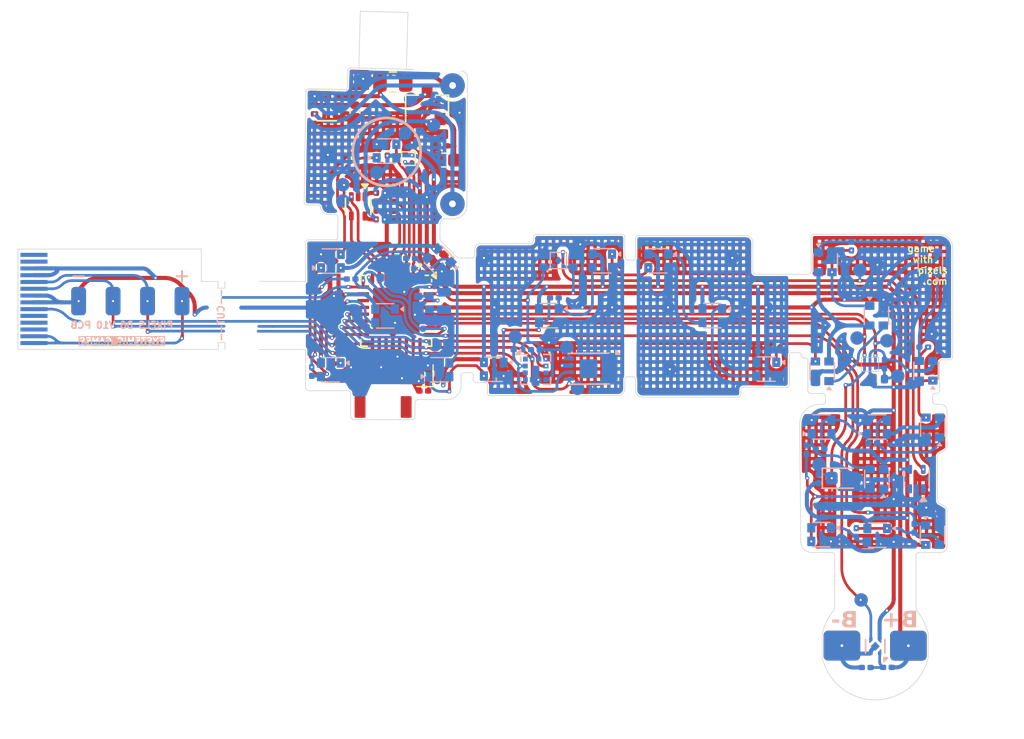
<source format=kicad_pcb>
(kicad_pcb (version 20241229) (generator "pcbnew") (generator_version "9.0")
  (title_block (title "Pixels D6 Layout") (date "2022-08-26") (rev "3") (company "Systemic Games, LLC") (comment 1 "Flexible PCB, 0.13mm thickness"))
  (layers (0 "F.Cu" signal) (2 "B.Cu" signal) (13 "F.Paste" user) (15 "B.Paste" user) (5 "F.SilkS" user "F.Silkscreen") (7 "B.SilkS" user "B.Silkscreen") (1 "F.Mask" user) (3 "B.Mask" user) (25 "Edge.Cuts" user))
  (net 0 "")
  (net 1 "/ANTENNA_MECHANICAL")
  (net 2 "GND")
  (net 3 "VDD")
  (net 4 "VDC")
  (net 5 "Net-(L1-Pad2)")
  (net 6 "Net-(U1-DEC4)")
  (net 7 "+5V")
  (net 8 "/PROG")
  (net 9 "VEE")
  (net 10 "/LED_EN")
  (net 11 "Net-(U1-XC2)")
  (net 12 "Net-(U1-DEC1)")
  (net 13 "Net-(U1-XC1)")
  (net 14 "RESET")
  (net 15 "SWDCLK")
  (net 16 "SWDIO")
  (net 17 "Net-(D2-DOUT)")
  (net 18 "/LED_DATA")
  (net 19 "/STATS")
  (net 20 "/5V_SENSE")
  (net 21 "/VBAT_SENSE")
  (net 22 "Net-(U1-DCC)")
  (net 23 "+BATT")
  (net 24 "/SCL")
  (net 25 "/SDA")
  (net 26 "/ACC_INT")
  (net 27 "/ANT_NRF")
  (net 28 "/ANT_50")
  (net 29 "/ANTENNA")
  (net 30 "Net-(D6-DOUT)")
  (net 31 "Net-(D7-DOUT)")
  (net 32 "Net-(D8-DOUT)")
  (net 33 "Net-(D12-DOUT)")
  (net 34 "Net-(D13-DOUT)")
  (net 35 "Net-(D15-DOUT)")
  (net 36 "Net-(D16-DOUT)")
  (net 37 "Net-(D17-DOUT)")
  (net 38 "Net-(D18-DOUT)")
  (net 39 "Net-(D19-DOUT)")
  (net 40 "Net-(D20-DOUT)")
  (net 41 "Net-(D21-DOUT)")
  (net 42 "/Wireless Charging/COILA")
  (net 43 "/Wireless Charging/COILB")
  (net 44 "/Wireless Charging/B-")
  (net 45 "Net-(U7-BAT)")
  (net 46 "Net-(D3-DOUT)")
  (net 47 "Net-(D4-DOUT)")
  (net 48 "Net-(D11-DOUT)")
  (net 49 "/LED_RETURN")
  (net 50 "/OPT_A2D")
  (net 51 "/Wireless Charging/TH1")
  (net 52 "/SENSE_SELECT")
  (net 53 "/NTC_PHOTO_SENSE")
  (net 54 "/SM")
  (net 55 "/MAG1_")
  (net 56 "Net-(U1-DEC3)")
  (net 69 "Net-(D22-DOUT)")
  (net 70 "Net-(D23-DOUT)")
  (net 71 "Net-(D25-DOUT)")
  (net 72 "Net-(D26-DOUT)")
  (net 73 "Net-(D11-DIN)")
  (net 74 "Net-(D24-DOUT)")
  (net 75 "Net-(D5-DOUT)")
  (footprint "Pixels-dice:AW35122" (layer "F.Cu") (at 146.74 75.178402 -90)
    (property "Reference" "U6")
    (property "Value" "AW35122")
  )
  (footprint "Capacitor_SMD:C_0201_0603Metric" (layer "F.Cu") (at 146.26 91.04 -90)
    (property "Reference" "C7")
    (property "Value" "100pF NP0 10V 2%")
  )
  (footprint "Capacitor_SMD:C_0201_0603Metric" (layer "F.Cu") (at 146.85 91.04 90)
    (property "Reference" "C5")
    (property "Value" "8pF 10V 10%")
  )
  (footprint "Capacitor_SMD:C_0201_0603Metric" (layer "F.Cu") (at 147.87 92.3)
    (property "Reference" "C2")
    (property "Value" "8pF 10V 10%")
  )
  (footprint "Pixels-dice:QFN-32-1EP_5x5mm_P0.5mm_EP3.1x3.1mm" (layer "F.Cu") (at 145.838085 86.391742 -90)
    (property "Reference" "U1")
    (property "Value" "N52810_QFN32")
  )
  (footprint "Pixels-dice:0402_RF" (layer "F.Cu") (at 145.49 89.77)
    (property "Reference" "C8")
    (property "Value" "0.8pF 10V 5% C0G")
  )
  (footprint "Pixels-dice:C_0402_1005Metric" (layer "F.Cu") (at 149.010589 82.629411 -135)
    (property "Reference" "C9")
    (property "Value" "10uF 6.3V 20%")
  )
  (footprint "Resistor_SMD:R_0201_0603Metric" (layer "F.Cu") (at 149.250012 74.237208 179.5)
    (property "Reference" "R4")
    (property "Value" "10k 1%")
  )
  (footprint "Resistor_SMD:R_0201_0603Metric" (layer "F.Cu") (at 142.310012 77.122792 0.5)
    (property "Reference" "R6")
    (property "Value" "3.9k 1%")
  )
  (footprint "Capacitor_SMD:C_0402_1005Metric" (layer "F.Cu") (at 142.794189 71.720018 -90.5)
    (property "Reference" "C13")
    (property "Value" "4.7uF 25V 20%")
  )
  (footprint "Capacitor_SMD:C_0603_1608Metric" (layer "F.Cu") (at 149.33503 75.283237 179.5)
    (property "Reference" "C15")
    (property "Value" "22uF 10V 20%")
  )
  (footprint "Capacitor_SMD:C_0201_0603Metric" (layer "F.Cu") (at 145.603011 79.352945 -90.5)
    (property "Reference" "C21")
    (property "Value" "10nF 25V 10%")
  )
  (footprint "Resistor_SMD:R_0201_0603Metric" (layer "F.Cu") (at 144.37323 78.020014 -90.5)
    (property "Reference" "R7")
    (property "Value" "3.9M 1%")
  )
  (footprint "Resistor_SMD:R_0201_0603Metric" (layer "F.Cu") (at 144.974764 79.345091 89.5)
    (property "Reference" "R2")
    (property "Value" "3.9M 1%")
  )
  (footprint "Resistor_SMD:R_0201_0603Metric" (layer "F.Cu") (at 145.633011 78.035013 89.5)
    (property "Reference" "R8")
    (property "Value" "10M 1%")
  )
  (footprint "Resistor_SMD:R_0201_0603Metric" (layer "F.Cu") (at 144.357427 79.334989 89.5)
    (property "Reference" "R1")
    (property "Value" "3.9M 1%")
  )
  (footprint "Capacitor_SMD:C_0201_0603Metric" (layer "F.Cu") (at 145.005692 78.030825 89.5)
    (property "Reference" "C22")
    (property "Value" "10nF 25V 10%")
  )
  (footprint "Pixels-dice:SX16Y032000B81T001" (layer "F.Cu") (at 147.855 91.0775 90)
    (property "Reference" "Y1")
    (property "Value" "32MHz 40ppm")
  )
  (footprint "Pixels-dice:0402_RF" (layer "F.Cu") (at 142.548085 90.991742 90)
    (property "Reference" "C11")
    (property "Value" "DNP")
  )
  (footprint "Pixels-dice:0402_RF" (layer "F.Cu") (at 145.448085 90.991742 -90)
    (property "Reference" "L5")
    (property "Value" "3.9nH 5%")
  )
  (footprint "Pixels-dice:SOT-23" (layer "F.Cu") (at 148.11 71.26 -90)
    (property "Reference" "U3")
    (property "Value" "PJ75BL50SA")
  )
  (footprint "Capacitor_SMD:C_0201_0603Metric" (layer "F.Cu") (at 145.18 74.64 90)
    (property "Reference" "C24")
    (property "Value" "0.1uF 10V 20%")
  )
  (footprint "Pixels-dice:0402_RF" (layer "F.Cu") (at 143.638085 91.431742 180)
    (property "Reference" "L3")
    (property "Value" "0 Ohm")
  )
  (footprint "Pixels-dice:SOT-363_SC-70-6" (layer "F.Cu") (at 140.72 71.23)
    (property "Reference" "D1")
    (property "Value" "BAV99S" (hide yes))
  )
  (footprint "Pixels-dice:0402_RF" (layer "F.Cu") (at 144.728085 90.991742 90)
    (property "Reference" "C12")
    (property "Value" "DNP")
  )
  (footprint "Pixels-dice:CHIP_ANT" (layer "F.Cu") (at 143.17 93.480001 -90)
    (property "Reference" "AE1")
    (property "Value" "Antenna_Chip" (hide yes))
  )
  (footprint "Package_TO_SOT_SMD:SOT-553" (layer "F.Cu") (at 143.03 78.6975 -90)
    (property "Reference" "U9")
    (property "Value" "XT4051")
  )
  (footprint "Capacitor_SMD:C_0805_2012Metric" (layer "F.Cu") (at 145.59 69.53 180)
    (property "Reference" "C19" (hide yes))
    (property "Value" "12nF 50V 5% NP0")
  )
  (footprint "Pixels-dice:TX1812MWCA5-F01" (layer "B.Cu") (at 149 82.68 -135)
    (property "Reference" "D6")
    (property "Value" "TX1812MJA5")
  )
  (footprint "Pixels-dice:C_0402_1005Metric" (layer "B.Cu") (at 158.89 82.69 90)
    (property "Reference" "C16")
    (property "Value" "10uF 6.3V 20%")
  )
  (footprint "Pixels-dice:TX1812MWCA5-F01" (layer "B.Cu") (at 145.12 74.62 90)
    (property "Reference" "D2")
    (property "Value" "TX1812MJA5")
  )
  (footprint "Package_DFN_QFN:UDFN-4-1EP_1x1mm_P0.65mm_EP0.48x0.48mm" (layer "B.Cu") (at 181.1375 111.1175 90)
    (property "Reference" "U7")
    (property "Value" "DS6101")
  )
  (footprint "Pixels-dice:TDFN-8-1EP_3x2mm_P0.5mm_EP1.3x1.4mm" (layer "B.Cu") (at 160.018067 90.662823 -179.5)
    (property "Reference" "U5")
    (property "Value" "BL24C02F-NTRC")
  )
  (footprint "Package_TO_SOT_SMD:SOT-553" (layer "B.Cu") (at 184.18 98.7925 90)
    (property "Reference" "U8")
    (property "Value" "SL1605")
  )
  (footprint "Pixels-dice:TestPoint_THTPad_D1.5mm_Drill0.7mm_nosilk" (layer "B.Cu") (at 149.99 69.79 29.5)
    (property "Reference" "P5" (hide yes))
    (property "Value" "COILA")
  )
  (footprint "Pixels-dice:C_1.2x1.8" (layer "B.Cu") (at 149.37 85.67 -90)
    (property "Reference" "L1")
    (property "Value" "10uH 100mA 20%")
  )
  (footprint "Capacitor_SMD:C_0201_0603Metric" (layer "B.Cu") (at 147.13 83.6 -90)
    (property "Reference" "C3")
    (property "Value" "0.1uF 10V 20%")
  )
  (footprint "Resistor_SMD:R_0201_0603Metric" (layer "B.Cu") (at 154.81 89.25 180)
    (property "Reference" "R10")
    (property "Value" "3.9k 1%")
  )
  (footprint "Capacitor_SMD:C_0201_0603Metric" (layer "B.Cu") (at 147.81 87.39 90)
    (property "Reference" "C10")
    (property "Value" "0.1uF 10V 20%")
  )
  (footprint "Capacitor_SMD:C_0201_0603Metric" (layer "B.Cu") (at 180.47 112.68 180)
    (property "Reference" "C23")
    (property "Value" "0.1uF 10V 20%")
  )
  (footprint "Pixels-dice:FPC-POGO-4" (layer "B.Cu") (at 126.24 85.68 180)
    (property "Reference" "J2")
    (property "Value" "Conn_01x04")
  )
  (footprint "Pixels-dice:C_0402_1005Metric" (layer "B.Cu") (at 156.68 82.69 90)
    (property "Reference" "C18")
    (property "Value" "4.7uF 10V 20%")
  )
  (footprint "Pixels-dice:FPB1_1-4" (layer "B.Cu") (at 157.785 82.685 90)
    (property "Reference" "U4")
    (property "Value" "ME6230")
  )
  (footprint "Resistor_SMD:R_0201_0603Metric" (layer "B.Cu") (at 181.82 90.32 -90)
    (property "Reference" "R9")
    (property "Value" "100k 1%")
  )
  (footprint "Pixels-dice:C_0402_1005Metric" (layer "B.Cu") (at 145.14 83.95)
    (property "Reference" "C4")
    (property "Value" "4.7uF 10V 20%")
  )
  (footprint "Pixels-dice:Hongjie 10100 Solder Tabs" (layer "B.Cu") (at 181.13 111.076066 180)
    (property "Reference" "J3")
    (property "Value" "Conn_01x02")
  )
  (footprint "Pixels-dice:FPC_14" (layer "B.Cu") (at 119.14 82.27 -90)
    (property "Reference" "J1")
    (property "Value" "Conn_01x14")
  )
  (footprint "Inductor_SMD:L_0402_1005Metric" (layer "B.Cu") (at 148.28 85.815 90)
    (property "Reference" "L2")
    (property "Value" "15nH 100mA 5%")
  )
  (footprint "Pixels-dice:C_0402_1005Metric" (layer "B.Cu") (at 147.46 85.81 -90)
    (property "Reference" "C1")
    (property "Value" "4.7uF 10V 20%")
  )
  (footprint "Resistor_SMD:R_0201_0603Metric" (layer "B.Cu") (at 182.03 112.67 180)
    (property "Reference" "R12")
    (property "Value" "510R 1%")
  )
  (footprint "Package_LGA:LGA-12_2x2mm_P0.5mm" (layer "B.Cu") (at 156.1075 90.7125 -90)
    (property "Reference" "U2")
    (property "Value" "SC7A20HTR")
  )
  (footprint "Resistor_SMD:R_0201_0603Metric" (layer "B.Cu") (at 176.95 98.78 90)
    (property "Reference" "R5")
    (property "Value" "10k 1%")
  )
  (footprint "Pixels-dice:TEST_PIN" (layer "B.Cu") (at 158.4 89.1)
    (property "Reference" "W25" (hide yes))
    (property "Value" "VDD")
  )
  (footprint "Pixels-dice:TEST_PIN" (layer "B.Cu") (at 182.8 91.2)
    (property "Reference" "W20" (hide yes))
    (property "Value" "TH1")
  )
  (footprint "Pixels-dice:TX1812MWCA5-F01" (layer "B.Cu") (at 145.02 86.7675 -90)
    (property "Reference" "D5")
    (property "Value" "TX1812MJA5")
  )
  (footprint "Pixels-dice:TX1812MWCA5-F01" (layer "B.Cu") (at 141.0225 82.73 90)
    (property "Reference" "D3")
    (property "Value" "TX1812MJA5")
  )
  (footprint "Pixels-dice:TEST_PIN" (layer "B.Cu") (at 148.6 72.7)
    (property "Reference" "W15" (hide yes))
    (property "Value" "+5V")
  )
  (footprint "Pixels-dice:TX1812MWCA5-F01" (layer "B.Cu") (at 185.36 102.9175)
    (property "Reference" "D27")
    (property "Value" "TX1812MJA5")
  )
  (footprint "Pixels-dice:TEST_PIN" (layer "B.Cu") (at 148.7 88.9)
    (property "Reference" "W7" (hide yes))
    (property "Value" "ACC_INT")
  )
  (footprint "Resistor_SMD:R_0201_0603Metric" (layer "B.Cu") (at 180.95 96.15 180)
    (property "Reference" "R19")
    (property "Value" "0R")
  )
  (footprint "Pixels-dice:R_0402_1005Metric" (layer "B.Cu") (at 181.31 91.43 180)
    (property "Reference" "TH1")
    (property "Value" "NTC 100k @ 25C")
  )
  (footprint "Pixels-dice:TX1812MWCA5-F01" (layer "B.Cu") (at 141.0125 90.74 -90)
    (property "Reference" "D4")
    (property "Value" "TX1812MJA5")
  )
  (footprint "Pixels-dice:TX1812MWCA5-F01" (layer "B.Cu") (at 177.15 102.8875 -90)
    (property "Reference" "D25")
    (property "Value" "TX1812MJA5")
  )
  (footprint "Pixels-dice:TEST_PIN" (layer "B.Cu") (at 182 88.6)
    (property "Reference" "W23" (hide yes))
    (property "Value" "ADC_OUT")
  )
  (footprint "Resistor_SMD:R_0201_0603Metric" (layer "B.Cu") (at 157.49 85.44)
    (property "Reference" "R13")
    (property "Value" "0R")
  )
  (footprint "Pixels-dice:TX1812MWCA5-F01" (layer "B.Cu") (at 185.38 94.9875 180)
    (property "Reference" "D21")
    (property "Value" "TX1812MJA5")
  )
  (footprint "Resistor_SMD:R_0201_0603Metric" (layer "B.Cu") (at 179.38 81.625 90)
    (property "Reference" "R16")
    (property "Value" "0R")
  )
  (footprint "Diode_SMD:D_0603_1608Metric" (layer "B.Cu") (at 178.72 98.73)
    (property "Reference" "Q1")
    (property "Value" "ZSPT-Z1608C-06F-Z4")
  )
  (footprint "Resistor_SMD:R_0201_0603Metric" (layer "B.Cu") (at 176.06 96.63 -90)
    (property "Reference" "R18")
    (property "Value" "0R")
  )
  (footprint "Pixels-dice:TX1812MWCA5-F01" (layer "B.Cu") (at 173.12 90.69 -90)
    (property "Reference" "D15")
    (property "Value" "TX1812MJA5")
  )
  (footprint "Pixels-dice:TX1812MWCA5-F01" (layer "B.Cu") (at 177.18 94.95 90)
    (property "Reference" "D23")
    (property "Value" "TX1812MJA5")
  )
  (footprint "Pixels-dice:TX1812MWCA5-F01" (layer "B.Cu") (at 165.14 82.71 -90)
    (property "Reference" "D12")
    (property "Value" "TX1812MJA5")
  )
  (footprint "Resistor_SMD:R_0201_0603Metric" (layer "B.Cu") (at 139.61 90.87 90)
    (property "Reference" "R14")
    (property "Value" "0R")
  )
  (footprint "Pixels-dice:TEST_PIN" (layer "B.Cu") (at 144.4 76.2)
    (property "Reference" "W4" (hide yes))
    (property "Value" "VDC")
  )
  (footprint "Resistor_SMD:R_0201_0603Metric" (layer "B.Cu") (at 179.74 102.73 90)
    (property "Reference" "R21")
    (property "Value" "0R")
  )
  (footprint "Pixels-dice:TestPoint_THTPad_D1.5mm_Drill0.7mm_nosilk" (layer "B.Cu") (at 149.98 78.51 179.5)
    (property "Reference" "P6" (hide yes))
    (property "Value" "COILB")
  )
  (footprint "Capacitor_SMD:C_0201_0603Metric" (layer "B.Cu") (at 177.26 101.26 90)
    (property "Reference" "C6")
    (property "Value" "0.1uF 10V 20%")
  )
  (footprint "Pixels-dice:TX1812MWCA5-F01" (layer "B.Cu") (at 149.0275 90.74 90)
    (property "Reference" "D7")
    (property "Value" "TX1812MJA5")
  )
  (footprint "Pixels-dice:TEST_PIN" (layer "B.Cu") (at 179.8 88.4)
    (property "Reference" "W22" (hide yes))
    (property "Value" "ADC_SELECT")
  )
  (footprint "Pixels-dice:TEST_PIN" (layer "B.Cu") (at 146.9 70.8)
    (property "Reference" "W16" (hide yes))
    (property "Value" "VIN")
  )
  (footprint "Pixels-dice:TEST_PIN" (layer "B.Cu") (at 147 75.9)
    (property "Reference" "W21" (hide yes))
    (property "Value" "LED2")
  )
  (footprint "Pixels-dice:TEST_PIN" (layer "B.Cu") (at 180.1 107.7)
    (property "Reference" "W5" (hide yes))
    (property "Value" "SM")
  )
  (footprint "Pixels-dice:TEST_PIN" (layer "B.Cu") (at 141.9 78.3)
    (property "Reference" "W17" (hide yes))
    (property "Value" "STAT")
  )
  (footprint "Pixels-dice:TX1812MWCA5-F01" (layer "B.Cu") (at 181.2575 98.7875 180)
    (property "Reference" "D24")
    (property "Value" "TX1812MJA5")
  )
  (footprint "Resistor_SMD:R_0201_0603Metric" (layer "B.Cu") (at 142.51 84.05)
    (property "Reference" "R3")
    (property "Value" "0R")
  )
  (footprint "Pixels-dice:TEST_PIN" (layer "B.Cu") (at 141.9 77.1)
    (property "Reference" "W2" (hide yes))
    (property "Value" "PROG")
  )
  (footprint "Pixels-dice:TEST_PIN" (layer "B.Cu") (at 159.2 92.1)
    (property "Reference" "W9" (hide yes))
    (property "Value" "SDA")
  )
  (footprint "Pixels-dice:TX1812MWCA5-F01" (layer "B.Cu") (at 157.0825 86.75 -90)
    (property "Reference" "D9")
    (property "Value" "TX1812MJA5")
  )
  (footprint "Pixels-dice:TX1812MWCA5-F01" (layer "B.Cu") (at 177.23 90.85 180)
    (property "Reference" "D16")
    (property "Value" "TX1812MJA5")
  )
  (footprint "Pixels-dice:TEST_PIN" (layer "B.Cu") (at 146.5 73.3)
    (property "Reference" "W1" (hide yes))
    (property "Value" "LED_DATA1")
  )
  (footprint "Resistor_SMD:R_0201_0603Metric" (layer "B.Cu") (at 146.89 82.53)
    (property "Reference" "R15")
    (property "Value" "0R")
  )
  (footprint "Pixels-dice:TX1812MWCA5-F01" (layer "B.Cu") (at 184.88 90.8125 180)
    (property "Reference" "D20")
    (property "Value" "TX1812MJA5")
  )
  (footprint "Pixels-dice:TEST_PIN" (layer "B.Cu") (at 154.6 88.3)
    (property "Reference" "W8" (hide yes))
    (property "Value" "SCL")
  )
  (footprint "Pixels-dice:TEST_PIN" (layer "B.Cu") (at 180 83.4)
    (property "Reference" "W6" (hide yes))
    (property "Value" "MAG1")
  )
  (footprint "Resistor_SMD:R_0201_0603Metric" (layer "B.Cu") (at 177.073752 96.58619 180)
    (property "Reference" "R20")
    (property "Value" "0R")
  )
  (footprint "Pixels-dice:TX1812MWCA5-F01" (layer "B.Cu") (at 169.13 86.7475 -90)
    (property "Reference" "D13")
    (property "Value" "TX1812MJA5")
  )
  (footprint "Pixels-dice:TX1812MWCA5-F01" (layer "B.Cu") (at 153.0225 90.7 -90)
    (property "Reference" "D8")
    (property "Value" "TX1812MJA5")
  )
  (footprint "Pixels-dice:TX1812MWCA5-F01" (layer "B.Cu") (at 185.2025 82.82 180)
    (property "Reference" "D19")
    (property "Value" "TX1812MJA5")
  )
  (footprint "Pixels-dice:TX1812MWCA5-F01" (layer "B.Cu") (at 181.23 86.7525)
    (property "Reference" "D17")
    (property "Value" "TX1812MJA5")
  )
  (footprint "Pixels-dice:TX1812MWCA5-F01" (layer "B.Cu") (at 181.2675 94.95 90)
    (property "Reference" "D22")
    (property "Value" "TX1812MJA5")
  )
  (footprint "Pixels-dice:TX1812MWCA5-F01" (layer "B.Cu") (at 181.2825 102.93 -90)
    (property "Reference" "D26")
    (property "Value" "TX1812MJA5")
  )
  (footprint "Pixels-dice:TEST_PIN" (layer "B.Cu") (at 140.8 74.9)
    (property "Reference" "W19" (hide yes))
    (property "Value" "GND")
  )
  (footprint "Resistor_SMD:R_0201_0603Metric" (layer "B.Cu") (at 156.09 89.26 180)
    (property "Reference" "R11")
    (property "Value" "3.9k 1%")
  )
  (footprint "Resistor_SMD:R_0201_0603Metric" (layer "B.Cu") (at 184.01 102.42 90)
    (property "Reference" "R22")
    (property "Value" "0R")
  )
  (footprint "Pixels-dice:TX1812MWCA5-F01" (layer "B.Cu") (at 161.02 82.71 -90)
    (property "Reference" "D11")
    (property "Value" "TX1812MJA5")
  )
  (footprint "Pixels-dice:TEST_PIN" (layer "B.Cu") (at 176.99 97.72)
    (property "Reference" "W3" (hide yes))
    (property "Value" "PHOTO")
  )
  (footprint "Capacitor_SMD:C_0201_0603Metric" (layer "B.Cu") (at 172.82 89.35)
    (property "Reference" "C25")
    (property "Value" "0.1uF 10V 20%")
  )
  (footprint "Resistor_SMD:R_0201_0603Metric" (layer "B.Cu") (at 184.71 89.07)
    (property "Reference" "R17")
    (property "Value" "0R")
  )
  (footprint "Pixels-dice:DFN1109-6" (layer "B.Cu") (at 180.75 90.34 180)
    (property "Reference" "U10")
    (property "Value" "WAS3157D-6/TR")
  )
  (footprint "Pixels-dice:TX1812MWCA5-F01" (layer "B.Cu") (at 177.45 82.8225)
    (property "Reference" "D18")
    (property "Value" "TX1812MJA5")
  )
  (gr_circle (center 147.578085 83.051742) (end 147.678085 83.051742) (stroke (width 0.15)) (fill yes) (layer "F.SilkS"))
  (gr_circle (center 145.135589 74.680672) (end 147.635494 74.702489) (stroke (width 0.2)) (fill no) (layer "B.SilkS"))
  (gr_line (start 178.139694 104.421238) (end 178.1397 106.043796) (stroke (width 0.05)) (layer "Edge.Cuts"))
  (gr_line (start 146.699519 64.406972) (end 146.59 68.59) (stroke (width 0.05)) (layer "Edge.Cuts"))
  (gr_line (start 175.9737 89.872165) (end 175.8785 89.872165) (stroke (width 0.05)) (layer "Edge.Cuts"))
  (gr_line (start 135.759712 89.244458) (end 139.163246 89.244334) (stroke (width 0.05)) (layer "Edge.Cuts"))
  (gr_line (start 177.2372 111.953614) (end 177.2372 110.175981) (stroke (width 0.05)) (layer "Edge.Cuts"))
  (gr_arc (start 172.317331 83.702022) (mid 172.174264 83.644356) (end 172.114761 83.501967) (stroke (width 0.05)) (layer "Edge.Cuts"))
  (gr_line (start 131.472335 81.844334) (end 117.952335 81.844334) (stroke (width 0.05)) (layer "Edge.Cuts"))
  (gr_line (start 151.620583 81.918089) (end 151.620587 82.306972) (stroke (width 0.05)) (layer "Edge.Cuts"))
  (gr_arc (start 150.609321 91.152509) (mid 150.667957 91.01123) (end 150.809288 90.952721) (stroke (width 0.05)) (layer "Edge.Cuts"))
  (gr_line (start 163.683642 80.852799) (end 171.614696 80.85273) (stroke (width 0.05)) (layer "Edge.Cuts"))
  (gr_arc (start 150.608586 91.923858) (mid 150.318999 92.637) (end 149.608549 92.93313) (stroke (width 0.05)) (layer "Edge.Cuts"))
  (gr_arc (start 185.871211 92.278) (mid 185.812629 92.419429) (end 185.671198 92.478011) (stroke (width 0.05)) (layer "Edge.Cuts"))
  (gr_line (start 171.436272 92.008918) (end 174.607079 92.036588) (stroke (width 0.05)) (layer "Edge.Cuts"))
  (gr_arc (start 139.246122 78.586403) (mid 139.105555 78.522484) (end 139.052288 78.377705) (stroke (width 0.05)) (layer "Edge.Cuts"))
  (gr_arc (start 147.217335 93.1831) (mid 147.29056 93.006336) (end 147.467355 92.93312) (stroke (width 0.05)) (layer "Edge.Cuts"))
  (gr_arc (start 155.956999 81.201664) (mid 155.883789 81.378463) (end 155.707001 81.451664) (stroke (width 0.05)) (layer "Edge.Cuts"))
  (gr_arc (start 163.483644 81.052771) (mid 163.542235 80.911385) (end 163.683642 80.852844) (stroke (width 0.05)) (layer "Edge.Cuts"))
  (gr_line (start 133.219712 89.234458) (end 133.22 88.730004) (stroke (width 0.05)) (layer "Edge.Cuts"))
  (gr_arc (start 177.941259 104.213881) (mid 178.084286 104.275635) (end 178.139694 104.421238) (stroke (width 0.05)) (layer "Edge.Cuts"))
  (gr_line (start 139.165335 84.2285) (end 135.75 84.228499) (stroke (width 0.05)) (layer "Edge.Cuts"))
  (gr_line (start 162.683659 80.952259) (end 162.683442 82.455942) (stroke (width 0.05)) (layer "Edge.Cuts"))
  (gr_arc (start 176.443068 104.20221) (mid 175.879425 103.963712) (end 175.649287 103.396669) (stroke (width 0.05)) (layer "Edge.Cuts"))
  (gr_line (start 141.542639 79.506849) (end 141.5299 80.967146) (stroke (width 0.05)) (layer "Edge.Cuts"))
  (gr_arc (start 184.140796 104.413072) (mid 184.187477 104.274466) (end 184.342911 104.209826) (stroke (width 0.05)) (layer "Edge.Cuts"))
  (gr_line (start 148.681015 92.933216) (end 147.776816 92.933145) (stroke (width 0.05)) (layer "Edge.Cuts"))
  (gr_line (start 185.671198 92.478011) (end 185.578143 92.478026) (stroke (width 0.05)) (layer "Edge.Cuts"))
  (gr_line (start 139.368985 81.165634) (end 141.329628 81.165628) (stroke (width 0.05)) (layer "Edge.Cuts"))
  (gr_line (start 151.087714 69.216625) (end 151.050924 78.619876) (stroke (width 0.05)) (layer "Edge.Cuts"))
  (gr_line (start 152.607775 81.451684) (end 155.707001 81.451664) (stroke (width 0.05)) (layer "Edge.Cuts"))
  (gr_arc (start 171.236548 92.525362) (mid 171.170268 92.686303) (end 171.009114 92.751839) (stroke (width 0.05)) (layer "Edge.Cuts"))
  (gr_line (start 132.710284 84.724165) (end 133.21 84.724165) (stroke (width 0.05)) (layer "Edge.Cuts"))
  (gr_line (start 185.727204 97.1306) (end 185.727217 100.362066) (stroke (width 0.05)) (layer "Edge.Cuts"))
  (gr_arc (start 185.0372 111.953614) (mid 181.1372 115.0648) (end 177.2372 111.953614) (stroke (width 0.05)) (layer "Edge.Cuts"))
  (gr_line (start 142.481338 92.484778) (end 142.481335 94.167334) (stroke (width 0.05)) (layer "Edge.Cuts"))
  (gr_arc (start 162.682171 91.4557) (mid 162.741501 91.313519) (end 162.8802 91.255682) (stroke (width 0.05)) (layer "Edge.Cuts"))
  (gr_line (start 152.350958 91.691649) (end 152.351021 91.693249) (stroke (width 0.05)) (layer "Edge.Cuts"))
  (gr_line (start 172.114751 81.363813) (end 172.114734 83.501972) (stroke (width 0.05)) (layer "Edge.Cuts"))
  (gr_line (start 142.731297 94.417384) (end 146.967297 94.417434) (stroke (width 0.05)) (layer "Edge.Cuts"))
  (gr_arc (start 151.620583 81.918089) (mid 151.746481 81.589332) (end 152.070493 81.451692) (stroke (width 0.05)) (layer "Edge.Cuts"))
  (gr_arc (start 175.4784 89.468246) (mid 175.619805 89.526827) (end 175.678354 89.668245) (stroke (width 0.05)) (layer "Edge.Cuts"))
  (gr_line (start 163.482146 91.457284) (end 163.482031 92.244125) (stroke (width 0.05)) (layer "Edge.Cuts"))
  (gr_line (start 177.000308 92.478055) (end 176.373901 92.478057) (stroke (width 0.05)) (layer "Edge.Cuts"))
  (gr_line (start 163.2821 91.255682) (end 162.8802 91.255682) (stroke (width 0.05)) (layer "Edge.Cuts"))
  (gr_line (start 147.776816 92.933145) (end 147.467355 92.93312) (stroke (width 0.05)) (layer "Edge.Cuts"))
  (gr_line (start 139.165335 81.365634) (end 139.165335 84.2285) (stroke (width 0.05)) (layer "Edge.Cuts"))
  (gr_arc (start 150.579741 82.502708) (mid 150.388464 82.464726) (end 150.226367 82.356436) (stroke (width 0.05)) (layer "Edge.Cuts"))
  (gr_line (start 151.512624 91.489687) (end 151.512325 91.152653) (stroke (width 0.05)) (layer "Edge.Cuts"))
  (gr_line (start 175.649287 103.396669) (end 175.574047 94.786309) (stroke (width 0.05)) (layer "Edge.Cuts"))
  (gr_arc (start 142.273696 68.685674) (mid 142.337011 68.544893) (end 142.481744 68.491223) (stroke (width 0.05)) (layer "Edge.Cuts"))
  (gr_arc (start 142.731297 94.417384) (mid 142.554542 94.344173) (end 142.481385 94.167386) (stroke (width 0.05)) (layer "Edge.Cuts"))
  (gr_arc (start 185.571204 93.278024) (mid 185.431014 93.22068) (end 185.371207 93.081405) (stroke (width 0.05)) (layer "Edge.Cuts"))
  (gr_arc (start 163.982072 92.752846) (mid 163.625345 92.60329) (end 163.482031 92.244125) (stroke (width 0.05)) (layer "Edge.Cuts"))
  (gr_line (start 149.608549 92.933288) (end 148.681015 92.933216) (stroke (width 0.05)) (layer "Edge.Cuts"))
  (gr_line (start 186.300154 96.654608) (end 185.852666 96.913158) (stroke (width 0.05)) (layer "Edge.Cuts"))
  (gr_line (start 185.852536 100.58095) (end 186.3 100.841371) (stroke (width 0.05)) (layer "Edge.Cuts"))
  (gr_line (start 177.267005 93.278087) (end 177.073705 93.278125) (stroke (width 0.05)) (layer "Edge.Cuts"))
  (gr_arc (start 185.847909 80.753108) (mid 186.554915 81.045995) (end 186.847692 81.753046) (stroke (width 0.05)) (layer "Edge.Cuts"))
  (gr_arc (start 185.371208 92.678) (mid 185.432263 92.534106) (end 185.578143 92.478026) (stroke (width 0.05)) (layer "Edge.Cuts"))
  (gr_line (start 177.278755 80.75303) (end 185.847909 80.753108) (stroke (width 0.05)) (layer "Edge.Cuts"))
  (gr_arc (start 163.2821 91.255682) (mid 163.424093 91.314827) (end 163.482112 91.457284) (stroke (width 0.05)) (layer "Edge.Cuts"))
  (gr_line (start 185.0372 110.175981) (end 185.0372 111.953614) (stroke (width 0.05)) (layer "Edge.Cuts"))
  (gr_line (start 186.427204 94.989823) (end 186.428045 93.782151) (stroke (width 0.05)) (layer "Edge.Cuts"))
  (gr_line (start 132.72 88.729995) (end 132.719991 89.230004) (stroke (width 0.05)) (layer "Edge.Cuts"))
  (gr_line (start 162.682171 91.4557) (end 162.682171 92.1429) (stroke (width 0.05)) (layer "Edge.Cuts"))
  (gr_line (start 132.710284 84.224165) (end 131.472335 84.224228) (stroke (width 0.05)) (layer "Edge.Cuts"))
  (gr_line (start 133.21 84.724165) (end 133.21 84.218499) (stroke (width 0.05)) (layer "Edge.Cuts"))
  (gr_arc (start 186.303265 100.841371) (mid 186.393852 100.931897) (end 186.4272 101.056099) (stroke (width 0.05)) (layer "Edge.Cuts"))
  (gr_arc (start 175.9737 89.872165) (mid 176.115148 89.930756) (end 176.173735 90.072206) (stroke (width 0.05)) (layer "Edge.Cuts"))
  (gr_arc (start 139.413397 92.283393) (mid 139.236424 92.210168) (end 139.163276 92.033391) (stroke (width 0.05)) (layer "Edge.Cuts"))
  (gr_arc (start 184.251519 108.554616) (mid 184.736835 109.320486) (end 185.037201 110.17598) (stroke (width 0.05)) (layer "Edge.Cuts"))
  (gr_line (start 162.900877 82.661331) (end 163.286234 82.66132) (stroke (width 0.05)) (layer "Edge.Cuts"))
  (gr_arc (start 177.237201 110.175981) (mid 177.539455 109.316594) (end 178.028321 108.547884) (stroke (width 0.05)) (layer "Edge.Cuts"))
  (gr_arc (start 163.483441 82.461329) (mid 163.423815 82.603778) (end 163.286234 82.66132) (stroke (width 0.05)) (layer "Edge.Cuts"))
  (gr_line (start 147.217335 94.1674) (end 147.217335 93.1831) (stroke (width 0.05)) (layer "Edge.Cuts"))
  (gr_line (start 174.812824 89.667633) (end 174.805593 91.837267) (stroke (width 0.05)) (layer "Edge.Cuts"))
  (gr_arc (start 141.348713 79.304811) (mid 141.483321 79.362915) (end 141.54249 79.506848) (stroke (width 0.05)) (layer "Edge.Cuts"))
  (gr_arc (start 140.854251 79.300487) (mid 140.458654 79.147036) (end 140.263389 78.770318) (stroke (width 0.05)) (layer "Edge.Cuts"))
  (gr_line (start 186.847747 81.753062) (end 186.847924 89.001962) (stroke (width 0.05)) (layer "Edge.Cuts"))
  (gr_line (start 139.399535 70.044548) (end 142.038617 70.113673) (stroke (width 0.05)) (layer "Edge.Cuts"))
  (gr_arc (start 175.8785 89.872165) (mid 175.735641 89.812204) (end 175.67837 89.668245) (stroke (width 0.05)) (layer "Edge.Cuts"))
  (gr_arc (start 171.234534 92.210178) (mid 171.293275 92.067325) (end 171.436272 92.008938) (stroke (width 0.05)) (layer "Edge.Cuts"))
  (gr_line (start 185.927227 104.20976) (end 184.342911 104.209826) (stroke (width 0.05)) (layer "Edge.Cuts"))
  (gr_line (start 178.1397 106.043796) (end 178.139708 108.233298) (stroke (width 0.05)) (layer "Edge.Cuts"))
  (gr_arc (start 185.727204 97.1306) (mid 185.760727 97.005229) (end 185.852682 96.913185) (stroke (width 0.05)) (layer "Edge.Cuts"))
  (gr_arc (start 151.050924 78.619876) (mid 150.750831 79.330014) (end 150.034873 79.615602) (stroke (width 0.05)) (layer "Edge.Cuts"))
  (gr_arc (start 162.682171 92.1429) (mid 162.533993 92.498206) (end 162.187071 92.642946) (stroke (width 0.05)) (layer "Edge.Cuts"))
  (gr_line (start 150.034873 79.615602) (end 149.472967 79.61059) (stroke (width 0.05)) (layer "Edge.Cuts"))
  (gr_line (start 177.47011 92.678088) (end 177.470111 93.077999) (stroke (width 0.05)) (layer "Edge.Cuts"))
  (gr_arc (start 139.1654 81.365597) (mid 139.22395 81.224149) (end 139.368985 81.165634) (stroke (width 0.05)) (layer "Edge.Cuts"))
  (gr_arc (start 162.8834 82.661331) (mid 162.740076 82.600835) (end 162.683442 82.455942) (stroke (width 0.05)) (layer "Edge.Cuts"))
  (gr_line (start 172.317331 83.702022) (end 176.218334 83.70201) (stroke (width 0.05)) (layer "Edge.Cuts"))
  (gr_line (start 177.000308 92.478055) (end 177.270199 92.478054) (stroke (width 0.05)) (layer "Edge.Cuts"))
  (gr_line (start 149.057037 80.975838) (end 149.065431 80.013621) (stroke (width 0.05)) (layer "Edge.Cuts"))
  (gr_arc (start 151.712481 91.691587) (mid 151.572023 91.633901) (end 151.512624 91.489687) (stroke (width 0.05)) (layer "Edge.Cuts"))
  (gr_line (start 171.009114 92.751839) (end 163.982072 92.752846) (stroke (width 0.05)) (layer "Edge.Cuts"))
  (gr_arc (start 150.600677 68.714932) (mid 150.946547 68.866434) (end 151.087714 69.216625) (stroke (width 0.05)) (layer "Edge.Cuts"))
  (gr_line (start 149.203513 81.333591) (end 150.226367 82.356436) (stroke (width 0.05)) (layer "Edge.Cuts"))
  (gr_line (start 186.847924 89.001962) (end 186.847982 89.801986) (stroke (width 0.05)) (layer "Edge.Cuts"))
  (gr_arc (start 139.19441 70.240909) (mid 139.256054 70.099983) (end 139.399535 70.044548) (stroke (width 0.05)) (layer "Edge.Cuts"))
  (gr_arc (start 152.351021 91.693249) (mid 152.490591 91.749904) (end 152.551077 91.88787) (stroke (width 0.05)) (layer "Edge.Cuts"))
  (gr_line (start 143.191281 64.315122) (end 146.699519 64.406972) (stroke (width 0.05)) (layer "Edge.Cuts"))
  (gr_arc (start 176.414744 83.502012) (mid 176.354839 83.644754) (end 176.218334 83.70201) (stroke (width 0.05)) (layer "Edge.Cuts"))
  (gr_line (start 155.956999 80.9616) (end 155.956999 81.201664) (stroke (width 0.05)) (layer "Edge.Cuts"))
  (gr_line (start 184.140796 104.413072) (end 184.140801 106.083703) (stroke (width 0.05)) (layer "Edge.Cuts"))
  (gr_line (start 171.234534 92.210178) (end 171.236548 92.525362) (stroke (width 0.05)) (layer "Edge.Cuts"))
  (gr_arc (start 175.574048 94.786309) (mid 176.010356 93.720469) (end 177.073705 93.278126) (stroke (width 0.05)) (layer "Edge.Cuts"))
  (gr_line (start 186.071185 90.002014) (end 186.649803 90.001972) (stroke (width 0.05)) (layer "Edge.Cuts"))
  (gr_arc (start 186.427207 103.709799) (mid 186.280775 104.063342) (end 185.927207 104.20976) (stroke (width 0.05)) (layer "Edge.Cuts"))
  (gr_arc (start 186.847982 89.801986) (mid 186.788746 89.944067) (end 186.649803 90.001972) (stroke (width 0.05)) (layer "Edge.Cuts"))
  (gr_line (start 143.082055 68.487004) (end 143.191281 64.315122) (stroke (width 0.05)) (layer "Edge.Cuts"))
  (gr_arc (start 140.066587 78.593624) (mid 140.198417 78.64475) (end 140.263434 78.770313) (stroke (width 0.05)) (layer "Edge.Cuts"))
  (gr_line (start 162.8834 82.661331) (end 162.900877 82.661331) (stroke (width 0.05)) (layer "Edge.Cuts"))
  (gr_line (start 158.754678 80.757755) (end 162.483304 80.752229) (stroke (width 0.05)) (layer "Edge.Cuts"))
  (gr_arc (start 186.427204 96.440371) (mid 186.394023 96.562387) (end 186.300154 96.654608) (stroke (width 0.05)) (layer "Edge.Cuts"))
  (gr_line (start 151.307323 90.952718) (end 150.826486 90.95272) (stroke (width 0.05)) (layer "Edge.Cuts"))
  (gr_line (start 176.414899 80.952988) (end 176.414744 83.502012) (stroke (width 0.05)) (layer "Edge.Cuts"))
  (gr_line (start 158.754678 80.757755) (end 156.155031 80.761607) (stroke (width 0.05)) (layer "Edge.Cuts"))
  (gr_arc (start 142.24112 69.91884) (mid 142.179853 70.057764) (end 142.038617 70.113673) (stroke (width 0.05)) (layer "Edge.Cuts"))
  (gr_arc (start 155.956999 80.961602) (mid 156.014926 80.820832) (end 156.155031 80.761607) (stroke (width 0.05)) (layer "Edge.Cuts"))
  (gr_arc (start 142.281142 92.281131) (mid 142.422724 92.339725) (end 142.481338 92.484778) (stroke (width 0.05)) (layer "Edge.Cuts"))
  (gr_line (start 139.052288 78.377705) (end 139.19441 70.240909) (stroke (width 0.05)) (layer "Edge.Cuts"))
  (gr_line (start 152.350958 91.691649) (end 151.712481 91.691587) (stroke (width 0.05)) (layer "Edge.Cuts"))
  (gr_line (start 152.070493 81.451692) (end 152.607775 81.451684) (stroke (width 0.05)) (layer "Edge.Cuts"))
  (gr_line (start 150.579741 82.502735) (end 151.4204 82.502733) (stroke (width 0.05)) (layer "Edge.Cuts"))
  (gr_line (start 150.609321 91.152509) (end 150.608586 91.923858) (stroke (width 0.05)) (layer "Edge.Cuts"))
  (gr_line (start 175.4784 89.468246) (end 175.015998 89.468247) (stroke (width 0.05)) (layer "Edge.Cuts"))
  (gr_arc (start 147.217335 94.1674) (mid 147.144119 94.344183) (end 146.967297 94.417434) (stroke (width 0.05)) (layer "Edge.Cuts"))
  (gr_line (start 139.413397 92.283393) (end 142.281142 92.281131) (stroke (width 0.05)) (layer "Edge.Cuts"))
  (gr_line (start 185.571204 93.278024) (end 185.936343 93.278017) (stroke (width 0.05)) (layer "Edge.Cuts"))
  (gr_line (start 177.278767 80.753016) (end 176.616318 80.753004) (stroke (width 0.05)) (layer "Edge.Cuts"))
  (gr_line (start 150.826486 90.95272) (end 150.809288 90.952721) (stroke (width 0.05)) (layer "Edge.Cuts"))
  (gr_line (start 162.187071 92.642946) (end 152.746651 92.64431) (stroke (width 0.05)) (layer "Edge.Cuts"))
  (gr_arc (start 177.470111 93.077999) (mid 177.410414 93.220577) (end 177.267005 93.278087) (stroke (width 0.05)) (layer "Edge.Cuts"))
  (gr_arc (start 185.871211 90.202) (mid 185.929783 90.060594) (end 186.071185 90.002011) (stroke (width 0.05)) (layer "Edge.Cuts"))
  (gr_arc (start 176.373901 92.478057) (mid 176.234859 92.421922) (end 176.173773 92.285042) (stroke (width 0.05)) (layer "Edge.Cuts"))
  (gr_line (start 141.348713 79.304811) (end 140.854251 79.300487) (stroke (width 0.05)) (layer "Edge.Cuts"))
  (gr_arc (start 178.139708 108.233298) (mid 178.111047 108.400152) (end 178.028318 108.547886) (stroke (width 0.05)) (layer "Edge.Cuts"))
  (gr_line (start 117.952335 81.844334) (end 117.952335 89.234334) (stroke (width 0.05)) (layer "Edge.Cuts"))
  (gr_line (start 142.273846 68.68) (end 142.241121 69.91884) (stroke (width 0.05)) (layer "Edge.Cuts"))
  (gr_line (start 132.719991 89.234334) (end 117.952335 89.234334) (stroke (width 0.05)) (layer "Edge.Cuts"))
  (gr_line (start 186.427204 94.989823) (end 186.427204 96.440371) (stroke (width 0.05)) (layer "Edge.Cuts"))
  (gr_line (start 132.710284 84.224165) (end 132.710284 84.724165) (stroke (width 0.05)) (layer "Edge.Cuts"))
  (gr_line (start 186.4272 101.056099) (end 186.427207 103.709799) (stroke (width 0.05)) (layer "Edge.Cuts"))
  (gr_arc (start 176.414899 80.952988) (mid 176.472985 80.812073) (end 176.616318 80.753004) (stroke (width 0.05)) (layer "Edge.Cuts"))
  (gr_arc (start 162.483304 80.752229) (mid 162.624917 80.810715) (end 162.683571 80.952259) (stroke (width 0.05)) (layer "Edge.Cuts"))
  (gr_arc (start 152.746651 92.64431) (mid 152.605658 92.581501) (end 152.551151 92.437123) (stroke (width 0.05)) (layer "Edge.Cuts"))
  (gr_arc (start 174.805593 91.837267) (mid 174.744988 91.980018) (end 174.607079 92.036588) (stroke (width 0.05)) (layer "Edge.Cuts"))
  (gr_line (start 163.483441 82.461329) (end 163.483644 81.052771) (stroke (width 0.05)) (layer "Edge.Cuts"))
  (gr_line (start 184.140801 106.083703) (end 184.140807 108.2439) (stroke (width 0.05)) (layer "Edge.Cuts"))
  (gr_arc (start 151.620587 82.306972) (mid 151.563084 82.442987) (end 151.4204 82.502733) (stroke (width 0.05)) (layer "Edge.Cuts"))
  (gr_line (start 140.066587 78.593575) (end 139.246122 78.586403) (stroke (width 0.05)) (layer "Edge.Cuts"))
  (gr_arc (start 177.270199 92.478054) (mid 177.411579 92.536654) (end 177.470046 92.678088) (stroke (width 0.05)) (layer "Edge.Cuts"))
  (gr_line (start 176.173768 90.072206) (end 176.173773 92.285042) (stroke (width 0.05)) (layer "Edge.Cuts"))
  (gr_line (start 131.472335 81.844334) (end 131.472335 84.224228) (stroke (width 0.05)) (layer "Edge.Cuts"))
  (gr_arc (start 141.5299 80.967146) (mid 141.470623 81.107609) (end 141.329628 81.165607) (stroke (width 0.05)) (layer "Edge.Cuts"))
  (gr_line (start 185.371208 92.678) (end 185.371207 93.081405) (stroke (width 0.05)) (layer "Edge.Cuts"))
  (gr_arc (start 151.307323 90.952718) (mid 151.455264 91.012944) (end 151.512239 91.152703) (stroke (width 0.05)) (layer "Edge.Cuts"))
  (gr_line (start 177.941259 104.213881) (end 176.443068 104.20221) (stroke (width 0.05)) (layer "Edge.Cuts"))
  (gr_arc (start 171.614696 80.85273) (mid 171.97221 81.003105) (end 172.114751 81.363813) (stroke (width 0.05)) (layer "Edge.Cuts"))
  (gr_line (start 185.871211 92.278) (end 185.871211 90.202) (stroke (width 0.05)) (layer "Edge.Cuts"))
  (gr_arc (start 185.852536 100.58095) (mid 185.760937 100.489416) (end 185.727217 100.36476) (stroke (width 0.05)) (layer "Edge.Cuts"))
  (gr_line (start 139.163246 89.244334) (end 139.163196 92.033391) (stroke (width 0.05)) (layer "Edge.Cuts"))
  (gr_line (start 133.22 88.730004) (end 132.72 88.729995) (stroke (width 0.05)) (layer "Edge.Cuts"))
  (gr_arc (start 174.812824 89.667633) (mid 174.870567 89.527686) (end 175.015998 89.468247) (stroke (width 0.05)) (layer "Edge.Cuts"))
  (gr_arc (start 185.936343 93.278017) (mid 186.284705 93.42979) (end 186.428031 93.782151) (stroke (width 0.05)) (layer "Edge.Cuts"))
  (gr_line (start 142.481748 68.491144) (end 147.092732 68.611936) (stroke (width 0.05)) (layer "Edge.Cuts"))
  (gr_arc (start 149.203513 81.333591) (mid 149.094357 81.169437) (end 149.057194 80.975839) (stroke (width 0.05)) (layer "Edge.Cuts"))
  (gr_line (start 152.551151 92.437123) (end 152.551077 91.88787) (stroke (width 0.05)) (layer "Edge.Cuts"))
  (gr_arc (start 184.251518 108.554616) (mid 184.169283 108.407212) (end 184.140807 108.2439) (stroke (width 0.05)) (layer "Edge.Cuts"))
  (gr_arc (start 149.065431 80.013621) (mid 149.18144 79.728867) (end 149.472967 79.61059) (stroke (width 0.05)) (layer "Edge.Cuts"))
  (gr_text "game\n with\n  pixels\n   .com" (at 183.456485 84.511742 0) (layer "F.SilkS") (effects (font (size 0.5 0.5) (thickness 0.1) (bold yes)) (justify left bottom)))
  (gr_text "--CUT--" (at 132.92 86.7 90) (layer "B.SilkS") (effects (font (size 0.5 0.5) (thickness 0.1)) (justify mirror)))
  (gr_text "PIXELS D6 V10 PCB" (at 125.62 87.45 0) (layer "B.SilkS") (effects (font (size 0.5 0.5) (thickness 0.12)) (justify mirror)))
  (gr_text "SYSTEMIC GAMES" (at 125.62 88.65 0) (layer "B.SilkS" knockout) (effects (font (size 0.5 0.5) (thickness 0.12)) (justify mirror)))
  (gr_text "B+" (at 182.96 109.22 0) (layer "B.SilkS") (effects (font (size 1.2 1.2) (thickness 0.2) (bold yes)) (justify mirror)))
  (gr_text "B-" (at 178.87 109.24 0) (layer "B.SilkS") (effects (font (size 1.2 1.2) (thickness 0.125)) (justify mirror)))
  (segment (start 148.56006 74.865984) (end 148.56006 75.124681) (width 0.3) (layer "F.Cu") (net 2))
  (segment (start 157.65 90.18) (end 157.69 90.18) (width 0.3) (layer "F.Cu") (net 2))
  (segment (start 146.99 74) (end 146.99 74.005) (width 0.3) (layer "F.Cu") (net 2))
  (segment (start 157.253414 90.053414) (end 157.31636 90.11636) (width 0.3) (layer "F.Cu") (net 2))
  (segment (start 144.736421 74.32) (end 145.18 74.32) (width 0.3) (layer "F.Cu") (net 2))
  (segment (start 148.09 76.078916) (end 148.09 76.216958) (width 0.3) (layer "F.Cu") (net 2))
  (segment (start 148.09 81.93) (end 148.09 82.14) (width 0.3) (layer "F.Cu") (net 2))
  (segment (start 157.09 88.73) (end 157.325 88.965) (width 0.3) (layer "F.Cu") (net 2))
  (segment (start 148.671178 82.968822) (end 149.197356 83.495) (width 0.3) (layer "F.Cu") (net 2))
  (segment (start 145.588085 89.186314) (end 145.588085 88.829242) (width 0.3) (layer "F.Cu") (net 2))
  (segment (start 146.84 91.36) (end 146.26 91.36) (width 0.2) (layer "F.Cu") (net 2))
  (segment (start 182.5 103.42) (end 182.5 100.27) (width 0.3) (layer "F.Cu") (net 2))
  (segment (start 147.614764 74.634764) (end 148.14914 75.16914) (width 0.3) (layer "F.Cu") (net 2))
  (segment (start 145.633709 77.712931) (end 145.635803 77.715025) (width 0.3) (layer "F.Cu") (net 2))
  (segment (start 146.979129 86.260871) (end 147.104129 86.135871) (width 0.3) (layer "F.Cu") (net 2))
  (segment (start 156.722763 91.475) (end 156.31 91.475) (width 0.3) (layer "F.Cu") (net 2))
  (segment (start 144.437677 72.2) (end 146.583223 72.2) (width 0.3) (layer "F.Cu") (net 2))
  (segment (start 147.330118 74.350118) (end 147.425 74.445) (width 0.3) (layer "F.Cu") (net 2))
  (segment (start 182.5 96.1) (end 182.5 93.73) (width 0.3) (layer "F.Cu") (net 2))
  (segment (start 148.09 82.263822) (end 148.09 82.245) (width 0.3) (layer "F.Cu") (net 2))
  (segment (start 171.51 86.141742) (end 165.87 86.141742) (width 0.3) (layer "F.Cu") (net 2))
  (segment (start 140.94 84.770796) (end 140.94 82.622634) (width 0.3) (layer "F.Cu") (net 2))
  (segment (start 145.586811 79.665079) (end 144.98 79.665079) (width 0.3) (layer "F.Cu") (net 2))
  (segment (start 180.68 90.36) (end 180.27 90.36) (width 0.3) (layer "F.Cu") (net 2))
  (segment (start 182.5 89.1775) (end 182.5 89.53) (width 0.3) (layer "F.Cu") (net 2))
  (segment (start 146.903295 74.34194) (end 146.551223 74.694012) (width 0.3) (layer "F.Cu") (net 2))
  (segment (start 165.665435 86.141742) (end 165.256306 86.141742) (width 0.3) (layer "F.Cu") (net 2))
  (segment (start 146.99 73.002929) (end 146.99 72.657071) (width 0.3) (layer "F.Cu") (net 2))
  (segment (start 148.09 77.1875) (end 148.09 77.7425) (width 0.3) (layer "F.Cu") (net 2))
  (segment (start 148.09 82.14) (end 148.09 82.245) (width 0.3) (layer "F.Cu") (net 2))
  (segment (start 182.5 88.4725) (end 182.5 87.307335) (width 0.3) (layer "F.Cu") (net 2))
  (segment (start 147.330118 74.350118) (end 147.425 74.445) (width 0.3) (layer "F.Cu") (net 2))
  (segment (start 146.49 74.841819) (end 146.49 74.928402) (width 0.3) (layer "F.Cu") (net 2))
  (segment (start 153.07 86.141742) (end 148.275585 86.141742) (width 0.3) (layer "F.Cu") (net 2))
  (segment (start 144.395 74.12) (end 144.395 72.242677) (width 0.3) (layer "F.Cu") (net 2))
  (segment (start 157.911923 90.271923) (end 158.07 90.43) (width 0.3) (layer "F.Cu") (net 2))
  (segment (start 141.62 71.88) (end 141.78 72.04) (width 0.3) (layer "F.Cu") (net 2))
  (segment (start 148.745042 74.419398) (end 148.930024 74.234416) (width 0.3) (layer "F.Cu") (net 2))
  (segment (start 122.734055 84.515944) (end 122.855 84.395) (width 0.3) (layer "F.Cu") (net 2))
  (segment (start 147 72.44) (end 147.16 72.26) (width 0.3) (layer "F.Cu") (net 2))
  (segment (start 145.14 79.938216) (end 145.14 82.47) (width 0.3) (layer "F.Cu") (net 2))
  (segment (start 148.09 77.1875) (end 148.09 76.493042) (width 0.3) (layer "F.Cu") (net 2))
  (segment (start 182.5 91.19) (end 182.5 89.53) (width 0.3) (layer "F.Cu") (net 2))
  (segment (start 142.63 77.12) (end 144.550153 77.12) (width 0.3) (layer "F.Cu") (net 2))
  (segment (start 145.93 89.77) (end 145.759042 89.599042) (width 0.3) (layer "F.Cu") (net 2))
  (segment (start 157.56 90.09) (end 157.56 89.53234) (width 0.3) (layer "F.Cu") (net 2))
  (segment (start 182.5 87.002665) (end 182.5 87.307335) (width 0.3) (layer "F.Cu") (net 2))
  (segment (start 182.5 87.002665) (end 182.5 86.85033) (width 0.3) (layer "F.Cu") (net 2))
  (segment (start 181.75 85.57) (end 182.125 85.945) (width 0.3) (layer "F.Cu") (net 2))
  (segment (start 144.402322 72.2) (end 142.79 72.2) (width 0.3) (layer "F.Cu") (net 2))
  (segment (start 161.2325 86.141742) (end 161.06 86.141742) (width 0.3) (layer "F.Cu") (net 2))
  (segment (start 146.663178 86.391742) (end 145.838085 86.391742) (width 0.3) (layer "F.Cu") (net 2))
  (segment (start 182.5 92.02) (end 182.5 91.19) (width 0.3) (layer "F.Cu") (net 2))
  (segment (start 165.051742 86.141742) (end 164.233484 86.141742) (width 0.3) (layer "F.Cu") (net 2))
  (segment (start 182.5 98.85) (end 182.5 100.27) (width 0.3) (layer "F.Cu") (net 2))
  (segment (start 157.38 90.817763) (end 157.38 90.27) (width 0.3) (layer "F.Cu") (net 2))
  (segment (start 147.495 92.189038) (end 147.495 91.5775) (width 0.2) (layer "F.Cu") (net 2))
  (segment (start 182.5 92.02) (end 182.5 93.73) (width 0.3) (layer "F.Cu") (net 2))
  (segment (start 122.43 85.25) (end 122.43 85.68) (width 0.3) (layer "F.Cu") (net 2))
  (segment (start 145.008484 77.54966) (end 145.008484 77.710837) (width 0.3) (layer "F.Cu") (net 2))
  (segment (start 157.00375 89.95) (end 156.8575 89.95) (width 0.3) (layer "F.Cu") (net 2))
  (segment (start 176.448258 86.141742) (end 173.11 86.141742) (width 0.3) (layer "F.Cu") (net 2))
  (segment (start 146.99 73.002929) (end 146.99 73.55) (width 0.3) (layer "F.Cu") (net 2))
  (segment (start 165.051742 86.141742) (end 165.256306 86.141742) (width 0.3) (layer "F.Cu") (net 2))
  (segment (start 140.547365 82.23) (end 140.2975 82.23) (width 0.3) (layer "F.Cu") (net 2))
  (segment (start 161.06 86.141742) (end 160.37 86.141742) (width 0.3) (layer "F.Cu") (net 2))
  (segment (start 181.67 90.36) (end 180.68 90.36) (width 0.3) (layer "F.Cu") (net 2))
  (segment (start 148.177555 82.475199) (end 148.671178 82.968822) (width 0.3) (layer "F.Cu") (net 2))
  (segment (start 145.596292 79.669006) (end 145.600219 79.672933) (width 0.3) (layer "F.Cu") (net 2))
  (segment (start 147.425 74.445) (end 147.614764 74.634764) (width 0.3) (layer "F.Cu") (net 2))
  (segment (start 147.32194 74.34194) (end 147.330118 74.350118) (width 0.3) (layer "F.Cu") (net 2))
  (segment (start 146.993535 74.013535) (end 147.330118 74.350118) (width 0.3) (layer "F.Cu") (net 2))
  (segment (start 144.98 79.665079) (end 144.971972 79.665079) (width 0.3) (layer "F.Cu") (net 2))
  (segment (start 146.99 74) (end 146.99 73.55) (width 0.3) (layer "F.Cu") (net 2))
  (segment (start 141.25 85.3) (end 141.095 85.145) (width 0.3) (layer "F.Cu") (net 2))
  (segment (start 182.5 103.42) (end 182.5 107.636446) (width 0.3) (layer "F.Cu") (net 2))
  (segment (start 148.09 76.216958) (end 148.09 76.493042) (width 0.3) (layer "F.Cu") (net 2))
  (segment (start 147 72.44) (end 146.885 72.325) (width 0.3) (layer "F.Cu") (net 2))
  (segment (start 148.09 81.93) (end 148.09 78.02) (width 0.3) (layer "F.Cu") (net 2))
  (segment (start 179.44 89.94) (end 179.715043 90.215043) (width 0.3) (layer "F.Cu") (net 2))
  (segment (start 123.88104 83.97) (end 128.1 83.97) (width 0.3) (layer "F.Cu") (net 2))
  (segment (start 182.5 96.1) (end 182.5 98.85) (width 0.3) (layer "F.Cu") (net 2))
  (segment (start 148.09 82.14) (end 148.09 82.245) (width 0.3) (layer "F.Cu") (net 2))
  (segment (start 146.99 72.657071) (end 146.99 73.002929) (width 0.3) (layer "F.Cu") (net 2))
  (segment (start 144.874242 77.254242) (end 144.894515 77.274515) (width 0.3) (layer "F.Cu") (net 2))
  (segment (start 159.56 86.141742) (end 160.37 86.141742) (width 0.3) (layer "F.Cu") (net 2))
  (segment (start 159.56 86.141742) (end 153.07 86.141742) (width 0.3) (layer "F.Cu") (net 2))
  (segment (start 148.09 77.7425) (end 148.09 78.02) (width 0.3) (layer "F.Cu") (net 2))
  (segment (start 146.99 72.484142) (end 146.99 72.657071) (width 0.3) (layer "F.Cu") (net 2))
  (segment (start 164.233484 86.141742) (end 161.75 86.141742) (width 0.3) (layer "F.Cu") (net 2))
  (segment (start 171.51 86.141742) (end 173.11 86.141742) (width 0.3) (layer "F.Cu") (net 2))
  (segment (start 148.275585 86.141742) (end 147.130044 86.141742) (width 0.3) (layer "F.Cu") (net 2))
  (segment (start 181.75 85.57) (end 178.87 85.57) (width 0.3) (layer "F.Cu") (net 2))
  (segment (start 182.5 88.4725) (end 182.5 89.1775) (width 0.3) (layer "F.Cu") (net 2))
  (segment (start 146.84 91.36) (end 147.123704 91.36) (width 0.2) (layer "F.Cu") (net 2))
  (segment (start 147.614764 74.634764) (end 147.425 74.445) (width 0.3) (layer "F.Cu") (net 2))
  (segment (start 177.424282 85.57) (end 178.87 85.57) (width 0.3) (layer "F.Cu") (net 2))
  (segment (start 161.5775 86.141742) (end 161.2325 86.141742) (width 0.3) (layer "F.Cu") (net 2))
  (segment (start 165.87 86.141742) (end 165.665435 86.141742) (width 0.3) (layer "F.Cu") (net 2))
  (segment (start 182.25 108.24) (end 182 108.49) (width 0.3) (layer "F.Cu") (net 2))
  (segment (start 161.5775 86.141742) (end 161.75 86.141742) (width 0.3) (layer "F.Cu") (net 2))
  (segment (start 128.77 83.97) (end 128.1 83.97) (width 0.3) (layer "F.Cu") (net 2))
  (segment (start 142.79 72.2) (end 142.166274 72.2) (width 0.3) (layer "F.Cu") (net 2))
  (segment (start 147.5275 92.2675) (end 147.56 92.3) (width 0.2) (layer "F.Cu") (net 2))
  (segment (start 180.065 90.36) (end 180.27 90.36) (width 0.3) (layer "F.Cu") (net 2))
  (segment (start 142.865597 77.355597) (end 142.63 77.12) (width 0.3) (layer "F.Cu") (net 2))
  (segment (start 144.395 74.12) (end 144.495 74.22) (width 0.3) (layer "F.Cu") (net 2))
  (segment (start 130.583413 85.113413) (end 129.913761 84.443761) (width 0.3) (layer "F.Cu") (net 2))
  (segment (start 145.06 79.745079) (end 144.98 79.665079) (width 0.3) (layer "F.Cu") (net 2))
  (segment (start 143.03 77.7525) (end 143.03 77.985) (width 0.3) (layer "F.Cu") (net 2))
  (segment (start 146.99 73.002929) (end 146.99 73.55) (width 0.3) (layer "F.Cu") (net 2))
  (segment (start 147.38625 91.46875) (end 147.495 91.5775) (width 0.2) (layer "F.Cu") (net 2))
  (segment (start 144.437677 72.2) (end 144.402322 72.2) (width 0.3) (layer "F.Cu") (net 2))
  (segment (start 145.008484 77.710837) (end 145.628653 77.710837) (width 0.3) (layer "F.Cu") (net 2))
  (segment (start 148.452726 75.383807) (end 148.325029 75.511503) (width 0.3) (layer "F.Cu") (net 2))
  (segment (start 157.65 90.18) (end 157.47 90.18) (width 0.3) (layer "F.Cu") (net 2))
  (segment (start 146.99 74.132618) (end 146.99 73.55) (width 0.3) (layer "F.Cu") (net 2))
  (segment (start 130.99 86.67) (end 130.99 86.095) (width 0.3) (layer "F.Cu") (net 2))
  (segment (start 148.09 82.14) (end 148.09 81.93) (width 0.3) (layer "F.Cu") (net 2))
  (segment (start 176.734129 85.855871) (end 176.448258 86.141742) (width 0.3) (layer "F.Cu") (net 2))
  (via (at 150.5 71.8) (size 0.3) (drill 0.15) (layers "F.Cu" "B.Cu") (net 2))
  (via (at 130.99 86.67) (size 0.3) (drill 0.15) (layers "F.Cu" "B.Cu") (net 2))
  (via (at 143.4 69.3) (size 0.3) (drill 0.15) (layers "F.Cu" "B.Cu") (net 2))
  (via (at 147.22 86.68) (size 0.3) (drill 0.15) (layers "F.Cu" "B.Cu") (net 2))
  (via (at 185.3 88.1) (size 0.3) (drill 0.15) (layers "F.Cu" "B.Cu") (net 2))
  (via (at 182.5 100.27) (size 0.3) (drill 0.15) (layers "F.Cu" "B.Cu") (net 2))
  (via (at 181.3 83) (size 0.3) (drill 0.15) (layers "F.Cu" "B.Cu") (net 2))
  (via (at 156.8575 89.95) (size 0.3) (drill 0.15) (layers "F.Cu" "B.Cu") (net 2))
  (via (at 146.43 85) (size 0.3) (drill 0.15) (layers "F.Cu" "B.Cu") (net 2))
  (via (at 159.4 81.5) (size 0.3) (drill 0.15) (layers "F.Cu" "B.Cu") (net 2))
  (via (at 182.5 98.85) (size 0.3) (drill 0.15) (layers "F.Cu" "B.Cu") (net 2))
  (via (at 145.93 89.77) (size 0.3) (drill 0.15) (layers "F.Cu" "B.Cu") (net 2))
  (via (at 184.9 100.9) (size 0.3) (drill 0.15) (layers "F.Cu" "B.Cu") (net 2))
  (via (at 142.51 90.56) (size 0.3) (drill 0.15) (layers "F.Cu" "B.Cu") (net 2))
  (via (at 146.99 74) (size 0.3) (drill 0.15) (layers "F.Cu" "B.Cu") (net 2))
  (via (at 178.87 85.57) (size 0.3) (drill 0.15) (layers "F.Cu" "B.Cu") (net 2))
  (via (at 148.09 78.02) (size 0.3) (drill 0.15) (layers "F.Cu" "B.Cu") (net 2))
  (via (at 144.395 74.12) (size 0.3) (drill 0.15) (layers "F.Cu" "B.Cu") (net 2))
  (via (at 171.51 86.141742) (size 0.3) (drill 0.15) (layers "F.Cu" "B.Cu") (net 2))
  (via (at 153.07 86.141742) (size 0.3) (drill 0.15) (layers "F.Cu" "B.Cu") (net 2))
  (via (at 182.5 103.42) (size 0.3) (drill 0.15) (layers "F.Cu" "B.Cu") (net 2))
  (via (at 166 90.7) (size 0.3) (drill 0.15) (layers "F.Cu" "B.Cu") (net 2))
  (via (at 141.62 71.88) (size 0.3) (drill 0.15) (layers "F.Cu" "B.Cu") (net 2))
  (via (at 173.11 86.141742) (size 0.3) (drill 0.15) (layers "F.Cu" "B.Cu") (net 2))
  (via (at 140.2975 82.23) (size 0.3) (drill 0.15) (layers "F.Cu" "B.Cu") (net 2))
  (via (at 179.44 89.94) (size 0.3) (drill 0.15) (layers "F.Cu" "B.Cu") (net 2))
  (via (at 176.455 94.45) (size 0.3) (drill 0.15) (layers "F.Cu" "B.Cu") (net 2))
  (via (at 161.75 86.141742) (size 0.3) (drill 0.15) (layers "F.Cu" "B.Cu") (net 2))
  (via (at 144.98 79.665079) (size 0.3) (drill 0.15) (layers "F.Cu" "B.Cu") (net 2))
  (via (at 141.25 85.3) (size 0.3) (drill 0.15) (layers "F.Cu" "B.Cu") (net 2))
  (via (at 147.495 91.5775) (size 0.3) (drill 0.15) (layers "F.Cu" "B.Cu") (net 2))
  (via (at 122.43 85.68) (size 0.3) (drill 0.15) (layers "F.Cu" "B.Cu") (net 2))
  (via (at 177.875 103.3875) (size 0.3) (drill 0.15) (layers "F.Cu" "B.Cu") (net 2))
  (via (at 152.3 82.5) (size 0.3) (drill 0.15) (layers "F.Cu" "B.Cu") (net 2))
  (via (at 182.5 93.73) (size 0.3) (drill 0.15) (layers "F.Cu" "B.Cu") (net 2))
  (via (at 153.7475 91.2) (size 0.3) (drill 0.15) (layers "F.Cu" "B.Cu") (net 2))
  (via (at 182 108.49) (size 0.3) (drill 0.15) (layers "F.Cu" "B.Cu") (net 2))
  (via (at 128.1 83.97) (size 0.3) (drill 0.15) (layers "F.Cu" "B.Cu") (net 2))
  (via (at 181.75 85.57) (size 0.3) (drill 0.15) (layers "F.Cu" "B.Cu") (net 2))
  (via (at 159.56 86.141742) (size 0.3) (drill 0.15) (layers "F.Cu" "B.Cu") (net 2))
  (via (at 146.26 91.36) (size 0.3) (drill 0.15) (layers "F.Cu" "B.Cu") (net 2))
  (via (at 165.87 86.141742) (size 0.3) (drill 0.15) (layers "F.Cu" "B.Cu") (net 2))
  (via (at 149.197356 83.495) (size 0.3) (drill 0.15) (layers "F.Cu" "B.Cu") (net 2))
  (via (at 145.14 82.47) (size 0.3) (drill 0.15) (layers "F.Cu" "B.Cu") (net 2))
  (via (at 148.17 90.42) (size 0.3) (drill 0.15) (layers "F.Cu" "B.Cu") (net 2))
  (via (at 182.5 96.1) (size 0.3) (drill 0.15) (layers "F.Cu" "B.Cu") (net 2))
  (via (at 145.008484 77.710837) (size 0.3) (drill 0.15) (layers "F.Cu" "B.Cu") (net 2))
  (via (at 158.07 90.43) (size 0.3) (drill 0.15) (layers "F.Cu" "B.Cu") (net 2))
  (via (at 156.31 91.475) (size 0.3) (drill 0.15) (layers "F.Cu" "B.Cu") (net 2))
  (via (at 140.8 74.9) (size 0.3) (drill 0.15) (layers "F.Cu" "B.Cu") (net 2))
  (via (at 144.728085 90.551742) (size 0.3) (drill 0.15) (layers "F.Cu" "B.Cu") (net 2))
  (via (at 145.75 87.28) (size 0.3) (drill 0.15) (layers "F.Cu" "B.Cu") (net 2))
  (via (at 139.82 70.58) (size 0.3) (drill 0.15) (layers "F.Cu" "B.Cu") (net 2))
  (via (at 170.6 82.5) (size 0.3) (drill 0.15) (layers "F.Cu" "B.Cu") (net 2))
  (via (at 176.448258 86.141742) (size 0.3) (drill 0.15) (layers "F.Cu" "B.Cu") (net 2))
  (via (at 157.09 88.73) (size 0.3) (drill 0.15) (layers "F.Cu" "B.Cu") (net 2))
  (via (at 182.5 92.02) (size 0.3) (drill 0.15) (layers "F.Cu" "B.Cu") (net 2))
  (arc (start 140.825 82.345) (mid 140.910112 82.472379) (end 140.94 82.622634) (width 0.3) (layer "F.Cu") (net 2))
  (arc (start 182.5 86.85033) (mid 182.40254 86.360368) (end 182.125 85.945) (width 0.3) (layer "F.Cu") (net 2))
  (arc (start 148.09 82.245) (mid 148.09 82.245) (end 148.09 82.245) (width 0.3) (layer "F.Cu") (net 2))
  (arc (start 146.979129 86.260871) (mid 146.834169 86.357729) (end 146.663178 86.391742) (width 0.3) (layer "F.Cu") (net 2))
  (arc (start 148.09 76.078916) (mid 148.151082 75.771834) (end 148.325029 75.511503) (width 0.3) (layer "F.Cu") (net 2))
  (arc (start 146.903295 74.34194) (mid 146.999333 74.277769) (end 147.112618 74.255236) (width 0.3) (layer "F.Cu") (net 2))
  (arc (start 145.588085 89.186314) (mid 145.632515 89.409681) (end 145.759042 89.599042) (width 0.3) (layer "F.Cu") (net 2))
  (arc (start 144.4075 72.2125) (mid 144.421345 72.203248) (end 144.437677 72.2) (width 0.3) (layer "F.Cu") (net 2))
  (arc (start 147.115871 86.135871) (mid 147.122373 86.140216) (end 147.130044 86.141742) (width 0.3) (layer "F.Cu") (net 2))
  (arc (start 182.5 91.19) (mid 182.256898 90.603101) (end 181.67 90.36) (width 0.3) (layer "F.Cu") (net 2))
  (arc (start 128.77 83.97) (mid 129.388999 84.093126) (end 129.913761 84.443761) (width 0.3) (layer "F.Cu") (net 2))
  (arc (start 157.325 88.965) (mid 157.498925 89.225297) (end 157.56 89.53234) (width 0.3) (layer "F.Cu") (net 2))
  (arc (start 141.78 72.04) (mid 141.957224 72.158417) (end 142.166274 72.2) (width 0.3) (layer "F.Cu") (net 2))
  (arc (start 157.38 90.817763) (mid 157.32997 91.069277) (end 157.1875 91.2825) (width 0.3) (layer "F.Cu") (net 2))
  (arc (start 148.452726 75.383807) (mid 148.466355 75.315287) (end 148.408267 75.276474) (width 0.3) (layer "F.Cu") (net 2))
  (arc (start 143.03 77.7525) (mid 142.987273 77.537697) (end 142.865597 77.355597) (width 0.3) (layer "F.Cu") (net 2))
  (arc (start 176.734129 85.855871) (mid 177.050774 85.644295) (end 177.424282 85.57) (width 0.3) (layer "F.Cu") (net 2))
  (arc (start 156.722763 91.475) (mid 156.974277 91.42497) (end 157.1875 91.2825) (width 0.3) (layer "F.Cu") (net 2))
  (arc (start 140.94 84.770796) (mid 140.980283 84.973313) (end 141.095 85.145) (width 0.3) (layer "F.Cu") (net 2))
  (arc (start 157.253414 90.053414) (mid 157.138867 89.976876) (end 157.00375 89.95) (width 0.3) (layer "F.Cu") (net 2))
  (arc (start 182.25 108.24) (mid 182.435027 107.963087) (end 182.5 107.636446) (width 0.3) (layer "F.Cu") (net 2))
  (arc (start 157.56 90.09) (mid 157.533639 90.153639) (end 157.47 90.18) (width 0.3) (layer "F.Cu") (net 2))
  (arc (start 144.874242 77.254242) (mid 144.725548 77.154888) (end 144.550153 77.12) (width 0.3) (layer "F.Cu") (net 2))
  (arc (start 147.38625 91.46875) (mid 147.265792 91.388263) (end 147.123704 91.36) (width 0.2) (layer "F.Cu") (net 2))
  (arc (start 130.583413 85.113413) (mid 130.884331 85.563769) (end 130.99 86.095) (width 0.3) (layer "F.Cu") (net 2))
  (arc (start 122.43 85.25) (mid 122.509021 84.852731) (end 122.734055 84.515944) (width 0.3) (layer "F.Cu") (net 2))
  (arc (start 140.825 82.345) (mid 140.69762 82.259887) (end 140.547365 82.23) (width 0.3) (layer "F.Cu") (net 2))
  (arc (start 147.115871 86.135871) (mid 147.11 86.133439) (end 147.104129 86.135871) (width 0.3) (layer "F.Cu") (net 2))
  (arc (start 146.99 72.484142) (mid 146.992598 72.471076) (end 147 72.46) (width 0.3) (layer "F.Cu") (net 2))
  (arc (start 157.31636 90.11636) (mid 157.36346 90.18685) (end 157.38 90.27) (width 0.3) (layer "F.Cu") (net 2))
  (arc (start 157.47 90.18) (mid 157.40636 90.20636) (end 157.38 90.27) (width 0.3) (layer "F.Cu") (net 2))
  (arc (start 147.32194 74.34194) (mid 147.225902 74.277769) (end 147.112618 74.255236) (width 0.3) (layer "F.Cu") (net 2))
  (arc (start 146.99 73.002929) (mid 146.99 73.002929) (end 146.99 73.002929) (width 0.3) (layer "F.Cu") (net 2))
  (arc (start 180.065 90.36) (mid 179.875604 90.322326) (end 179.715043 90.215043) (width 0.3) (layer "F.Cu") (net 2))
  (arc (start 145.633709 77.712931) (mid 145.631389 77.711381) (end 145.628653 77.710837) (width 0.3) (layer "F.Cu") (net 2))
  (arc (start 146.99 74.132618) (mid 146.967466 74.245902) (end 146.903295 74.34194) (width 0.3) (layer "F.Cu") (net 2))
  (arc (start 146.99 73.55) (mid 146.99 73.55) (end 146.99 73.55) (width 0.3) (layer "F.Cu") (net 2))
  (arc (start 148.408267 75.276474) (mid 148.268028 75.248578) (end 148.14914 75.16914) (width 0.3) (layer "F.Cu") (net 2))
  (arc (start 157.31636 90.11636) (mid 157.38685 90.16346) (end 157.47 90.18) (width 0.3) (layer "F.Cu") (net 2))
  (arc (start 157.65 90.18) (mid 157.58636 90.153639) (end 157.56 90.09) (width 0.3) (layer "F.Cu") (net 2))
  (arc (start 148.09 82.14) (mid 148.09 82.14) (end 148.09 82.14) (width 0.3) (layer "F.Cu") (net 2))
  (arc (start 145.596292 79.669006) (mid 145.591942 79.666099) (end 145.586811 79.665079) (width 0.3) (layer "F.Cu") (net 2))
  (arc (start 144.4075 72.2125) (mid 144.398248 72.226345) (end 144.395 72.242677) (width 0.3) (layer "F.Cu") (net 2))
  (arc (start 148.56006 74.865984) (mid 148.608135 74.624293) (end 148.745042 74.419398) (width 0.3) (layer "F.Cu") (net 2))
  (arc (start 147.330118 74.350118) (mid 147.330118 74.350118) (end 147.330118 74.350118) (width 0.3) (layer "F.Cu") (net 2))
  (arc (start 157.911923 90.271923) (mid 157.810104 90.20389) (end 157.69 90.18) (width 0.3) (layer "F.Cu") (net 2))
  (arc (start 146.49 74.841819) (mid 146.505911 74.761826) (end 146.551223 74.694012) (width 0.3) (layer "F.Cu") (net 2))
  (arc (start 148.452726 75.383807) (mid 148.532164 75.264919) (end 148.56006 75.124681) (width 0.3) (layer "F.Cu") (net 2))
  (arc (start 123.88104 83.97) (mid 123.325751 84.080453) (end 122.855 84.395) (width 0.3) (layer "F.Cu") (net 2))
  (arc (start 148.09 82.263822) (mid 148.112754 82.378218) (end 148.177555 82.475199) (width 0.3) (layer "F.Cu") (net 2))
  (arc (start 182.5 89.53) (mid 182.256898 90.116898) (end 181.67 90.36) (width 0.3) (layer "F.Cu") (net 2))
  (arc (start 145.06 79.745079) (mid 145.119208 79.833691) (end 145.14 79.938216) (width 0.3) (layer "F.Cu") (net 2))
  (arc (start 146.99 74.132618) (mid 147.025913 74.219322) (end 147.112618 74.255236) (width 0.3) (layer "F.Cu") (net 2))
  (arc (start 146.993535 74.013535) (mid 146.990918 74.009619) (end 146.99 74.005) (width 0.3) (layer "F.Cu") (net 2))
  (arc (start 148.408267 75.276474) (mid 148.5156 75.232014) (end 148.56006 75.124681) (width 0.3) (layer "F.Cu") (net 2))
  (arc (start 147.5275 92.2675) (mid 147.503446 92.231501) (end 147.495 92.189038) (width 0.2) (layer "F.Cu") (net 2))
  (arc (start 144.4075 72.2125) (mid 144.409087 72.20452) (end 144.402322 72.2) (width 0.3) (layer "F.Cu") (net 2))
  (arc (start 144.736421 74.32) (mid 144.605764 74.29401) (end 144.495 74.22) (width 0.3) (layer "F.Cu") (net 2))
  (arc (start 147 72.44) (mid 147.004142 72.45) (end 147 72.46) (width 0.3) (layer "F.Cu") (net 2))
  (arc (start 145.008484 77.54966) (mid 144.978864 77.400752) (end 144.894515 77.274515) (width 0.3) (layer "F.Cu") (net 2))
  (arc (start 146.885 72.325) (mid 146.746543 72.232486) (end 146.583223 72.2) (width 0.3) (layer "F.Cu") (net 2))
  (arc (start 147.425 74.445) (mid 147.425 74.445) (end 147.425 74.445) (width 0.3) (layer "F.Cu") (net 2))
  (segment (start 149.91 87.684558) (end 149.91 88.125) (width 0.3) (layer "B.Cu") (net 2))
  (segment (start 130.99 86.67) (end 131.25 86.41) (width 0.3) (layer "B.Cu") (net 2))
  (segment (start 142.1975 86.16) (end 142.1525 86.16) (width 0.3) (layer "B.Cu") (net 2))
  (segment (start 170.598428 87.053313) (end 171.51 86.141742) (width 0.3) (layer "B.Cu") (net 2))
  (segment (start 147.539289 86.999289) (end 147.503394 86.963394) (width 0.3) (layer "B.Cu") (net 2))
  (segment (start 145.62 83.935857) (end 145.62 83.289411) (width 0.3) (layer "B.Cu") (net 2))
  (segment (start 157.569735 87.487764) (end 157.359584 87.697915) (width 0.3) (layer "B.Cu") (net 2))
  (segment (start 120.506446 85.77) (end 119.14 85.77) (width 0.3) (layer "B.Cu") (net 2))
  (segment (start 184.26644 95.7125) (end 184.88 95.7125) (width 0.3) (layer "B.Cu") (net 2))
  (segment (start 145.554999 87.754999) (end 145.651005 87.658994) (width 0.3) (layer "B.Cu") (net 2))
  (segment (start 145.084228 87.95) (end 144.014626 87.95) (width 0.3) (layer "B.Cu") (net 2))
  (segment (start 158.89 82.045) (end 158.89 81.833137) (width 0.2) (layer "B.Cu") (net 2))
  (segment (start 153.06 90.500086) (end 153.06 86.158813) (width 0.3) (layer "B.Cu") (net 2))
  (segment (start 156.87 82.21) (end 157.203933 82.21) (width 0.2) (layer "B.Cu") (net 2))
  (segment (start 147.3 83.92) (end 148.520992 83.92) (width 0.3) (layer "B.Cu") (net 2))
  (segment (start 161.487056 90.907499) (end 161.487056 91.400032) (width 0.3) (layer "B.Cu") (net 2))
  (segment (start 173.14 89.842102) (end 173.14 89.35) (width 0.3) (layer "B.Cu") (net 2))
  (segment (start 181.75 85.57) (end 182.515 85.57) (width 0.3) (layer "B.Cu") (net 2))
  (segment (start 161.611983 86.279759) (end 161.335949 86.555793) (width 0.3) (layer "B.Cu") (net 2))
  (segment (start 141.62 71.88) (end 140.496776 70.756776) (width 0.3) (layer "B.Cu") (net 2))
  (segment (start 147.22 86.68) (end 147.406966 86.493033) (width 0.3) (layer "B.Cu") (net 2))
  (segment (start 144.994242 77.725079) (end 145.008484 77.710837) (width 0.3) (layer "B.Cu") (net 2))
  (segment (start 173.14 87.82) (end 173.14 86.192955) (width 0.3) (layer "B.Cu") (net 2))
  (segment (start 181.73125 108.75875) (end 182 108.49) (width 0.3) (layer "B.Cu") (net 2))
  (segment (start 149.41856 89.311439) (end 148.556291 90.173708) (width 0.3) (layer "B.Cu") (net 2))
  (segment (start 184.7025 83.84625) (end 184.7025 83.545) (width 0.3) (layer "B.Cu") (net 2))
  (segment (start 153.07 86.141742) (end 153.065 86.146742) (width 0.3) (layer "B.Cu") (net 2))
  (segment (start 120.506446 85.77) (end 121.213553 85.77) (width 0.3) (layer "B.Cu") (net 2))
  (segment (start 148.01 87.07) (end 149.295441 87.07) (width 0.3) (layer "B.Cu") (net 2))
  (segment (start 181.73 85.604142) (end 181.73 86.0275) (width 0.3) (layer "B.Cu") (net 2))
  (segment (start 141.997347 88.597347) (end 141.625875 88.225875) (width 0.3) (layer "B.Cu") (net 2))
  (segment (start 158.072202 90.427797) (end 158.07 90.43) (width 0.3) (layer "B.Cu") (net 2))
  (segment (start 185.86 101.64125) (end 185.86 102.1925) (width 0.3) (layer "B.Cu") (net 2))
  (segment (start 173.6475 91.19) (end 173.845 91.19) (width 0.3) (layer "B.Cu") (net 2))
  (segment (start 156.81435 81.695649) (end 156.815 81.695) (width 0.2) (layer "B.Cu") (net 2))
  (segment (start 178.87 82.78461) (end 178.87 85.57) (width 0.3) (layer "B.Cu") (net 2))
  (segment (start 161.476148 90.397888) (end 161.480511 90.402251) (width 0.3) (layer "B.Cu") (net 2))
  (segment (start 148.01 87.07) (end 147.81 87.07) (width 0.3) (layer "B.Cu") (net 2))
  (segment (start 159.336672 82.326672) (end 159.39 82.38) (width 0.2) (layer "B.Cu") (net 2))
  (segment (start 145.775 83.93) (end 145.654142 83.93) (width 0.3) (layer "B.Cu") (net 2))
  (segment (start 179.5075 98.87) (end 179.5075 98.73) (width 0.3) (layer "B.Cu") (net 2))
  (segment (start 147.431605 86.891605) (end 147.503394 86.963394) (width 0.3) (layer "B.Cu") (net 2))
  (segment (start 143.648237 87.798237) (end 143.162634 87.312634) (width 0.3) (layer "B.Cu") (net 2))
  (segment (start 160.05327 87.25) (end 159.1525 87.25) (width 0.3) (layer "B.Cu") (net 2))
  (segment (start 161.057854 86.833888) (end 161.335949 86.555793) (width 0.3) (layer "B.Cu") (net 2))
  (segment (start 161.473966 90.025535) (end 161.473966 89.900088) (width 0.3) (layer "B.Cu") (net 2))
  (segment (start 180.0261 93.71) (end 177.265875 93.71) (width 0.3) (layer "B.Cu") (net 2))
  (segment (start 145.38 82.71) (end 145.14 82.47) (width 0.3) (layer "B.Cu") (net 2))
  (segment (start 180.5425 94.23875) (end 180.5425 94.237864) (width 0.3) (layer "B.Cu") (net 2))
  (segment (start 177.669705 100.7) (end 181.765944 100.7) (width 0.3) (layer "B.Cu") (net 2))
  (segment (start 173.14 90.387898) (end 173.14 90.660796) (width 0.3) (layer "B.Cu") (net 2))
  (segment (start 120.735 83.27) (end 120.41 83.27) (width 0.3) (layer "B.Cu") (net 2))
  (segment (start 180.365321 99.5125) (end 180.5775 99.5125) (width 0.3) (layer "B.Cu") (net 2))
  (segment (start 177.086568 90.86) (end 177.53 90.86) (width 0.3) (layer "B.Cu") (net 2))
  (segment (start 177.53 90.86) (end 178 90.86) (width 0.3) (layer "B.Cu") (net 2))
  (segment (start 176.945 90.945) (end 176.875 91.015) (width 0.3) (layer "B.Cu") (net 2))
  (segment (start 170.129621 87.2475) (end 169.855 87.2475) (width 0.3) (layer "B.Cu") (net 2))
  (segment (start 147.22 86.68) (end 147.26125 86.72125) (width 0.3) (layer "B.Cu") (net 2))
  (segment (start 141.625875 86.604124) (end 142.055857 86.174142) (width 0.3) (layer "B.Cu") (net 2))
  (segment (start 148.39625 90.24) (end 148.3025 90.24) (width 0.3) (layer "B.Cu") (net 2))
  (segment (start 183.820936 85.029063) (end 184.489484 84.360515) (width 0.3) (layer "B.Cu") (net 2))
  (segment (start 181.83691 103.600589) (end 181.672499 103.764999) (width 0.3) (layer "B.Cu") (net 2))
  (segment (start 176.99 90.9) (end 176.945 90.945) (width 0.3) (layer "B.Cu") (net 2))
  (segment (start 127.605 83.475) (end 127.84875 83.71875) (width 0.3) (layer "B.Cu") (net 2))
  (segment (start 182.5 92.02) (end 181.175563 92.02) (width 0.2) (layer "B.Cu") (net 2))
  (segment (start 161.473966 90.025535) (end 161.473966 90.270258) (width 0.3) (layer "B.Cu") (net 2))
  (segment (start 145.75 87.42) (end 145.75 87.28) (width 0.3) (layer "B.Cu") (net 2))
  (segment (start 181.4625 109.407569) (end 181.4625 110.5775) (width 0.3) (layer "B.Cu") (net 2))
  (segment (start 157.385 82.285) (end 157.46 82.36) (width 0.2) (layer "B.Cu") (net 2))
  (segment (start 178.703847 90.676152) (end 179.44 89.94) (width 0.3) (layer "B.Cu") (net 2))
  (segment (start 127.59 83.46) (end 127.5825 83.4525) (width 0.3) (layer "B.Cu") (net 2))
  (segment (start 183.078282 95.90625) (end 182.5 96.1) (width 0.3) (layer "B.Cu") (net 2))
  (segment (start 176.73 91.315563) (end 176.73 91.575) (width 0.3) (layer "B.Cu") (net 2))
  (segment (start 147.46 86.365) (end 147.46 86.29) (width 0.3) (layer "B.Cu") (net 2))
  (segment (start 182.482928 103.43) (end 182.24875 103.43) (width 0.3) (layer "B.Cu") (net 2))
  (segment (start 182.5 103.42) (end 182.495 103.425) (width 0.3) (layer "B.Cu") (net 2))
  (segment (start 156.31 91.475) (end 156.3575 91.475) (width 0.2) (layer "B.Cu") (net 2))
  (segment (start 178 90.86) (end 178.235 90.86) (width 0.3) (layer "B.Cu") (net 2))
  (segment (start 184.225 91.875) (end 184.315476 91.784523) (width 0.3) (layer "B.Cu") (net 2))
  (segment (start 142.51 89.835) (end 142.51 90.56) (width 0.3) (layer "B.Cu") (net 2))
  (segment (start 127.84875 83.71875) (end 128.01625 83.88625) (width 0.3) (layer "B.Cu") (net 2))
  (segment (start 180.5425 94.23875) (end 180.5425 94.226399) (width 0.3) (layer "B.Cu") (net 2))
  (segment (start 173.14 87.82) (end 173.14 89.35) (width 0.3) (layer "B.Cu") (net 2))
  (segment (start 178 90.86) (end 178.235 90.86) (width 0.3) (layer "B.Cu") (net 2))
  (segment (start 177.38 100.82) (end 177.26 100.94) (width 0.3) (layer "B.Cu") (net 2))
  (segment (start 159.1525 87.25) (end 158.48 87.25) (width 0.3) (layer "B.Cu") (net 2))
  (segment (start 184.744999 100.27) (end 184.640918 100.27) (width 0.3) (layer "B.Cu") (net 2))
  (segment (start 161.473966 90.270258) (end 161.473966 90.39262) (width 0.3) (layer "B.Cu") (net 2))
  (segment (start 121.213553 85.77) (end 122.27636 85.77) (width 0.3) (layer "B.Cu") (net 2))
  (segment (start 147.799791 78.19) (end 147.488819 78.19) (width 0.3) (layer "B.Cu") (net 2))
  (segment (start 178.20875 82.0975) (end 177.95 82.0975) (width 0.3) (layer "B.Cu") (net 2))
  (segment (start 156.31 91.475) (end 155.8575 91.475) (width 0.2) (layer "B.Cu") (net 2))
  (segment (start 128.01625 83.88625) (end 128.1 83.97) (width 0.3) (layer "B.Cu") (net 2))
  (segment (start 178 90.86) (end 177.53 90.86) (width 0.3) (layer "B.Cu") (net 2))
  (segment (start 142.33 86.16) (end 142.355 86.16) (width 0.3) (layer "B.Cu") (net 2))
  (segment (start 153.371888 91.101888) (end 153.265 90.995) (width 0.3) (layer "B.Cu") (net 2))
  (segment (start 178.650463 82.280463) (end 178.66875 82.29875) (width 0.3) (layer "B.Cu") (net 2))
  (segment (start 153.7475 91.2) (end 153.60875 91.2) (width 0.3) (layer "B.Cu") (net 2))
  (segment (start 148.005 78.105) (end 148.09 78.02) (width 0.3) (layer "B.Cu") (net 2))
  (segment (start 120.006446 85.27) (end 119.14 85.27) (width 0.3) (layer "B.Cu") (net 2))
  (segment (start 182.5 92.02) (end 183.850801 92.028603) (width 0.3) (layer "B.Cu") (net 2))
  (segment (start 176.6925 93.9475) (end 176.548691 94.091308) (width 0.3) (layer "B.Cu") (net 2))
  (segment (start 161.473966 89.404471) (end 161.473966 86.612961) (width 0.3) (layer "B.Cu") (net 2))
  (segment (start 180.343813 104.1) (end 180.863738 104.1) (width 0.3) (layer "B.Cu") (net 2))
  (segment (start 119.76 83.27) (end 120.41 83.27) (width 0.3) (layer "B.Cu") (net 2))
  (segment (start 147.3 83.92) (end 147.13 83.92) (width 0.3) (layer "B.Cu") (net 2))
  (segment (start 179.606494 99.108994) (end 179.75875 99.26125) (width 0.3) (layer "B.Cu") (net 2))
  (segment (start 120.735 83.27) (end 120.41 83.27) (width 0.3) (layer "B.Cu") (net 2))
  (segment (start 119.76 83.27) (end 119.14 83.27) (width 0.3) (layer "B.Cu") (net 2))
  (segment (start 148.972202 83.733103) (end 149.159099 83.546206) (width 0.3) (layer "B.Cu") (net 2))
  (segment (start 161.473966 89.404471) (end 161.473966 89.900088) (width 0.3) (layer "B.Cu") (net 2))
  (segment (start 182.5 100.27) (end 182.285 100.485) (width 0.3) (layer "B.Cu") (net 2))
  (segment (start 185.248595 100.478595) (end 185.470207 100.700207) (width 0.3) (layer "B.Cu") (net 2))
  (segment (start 127.141906 83.27) (end 120.735 83.27) (width 0.3) (layer "B.Cu") (net 2))
  (segment (start 184.259081 100.27) (end 182.5 100.27) (width 0.3) (layer "B.Cu") (net 2))
  (segment (start 180.75 91.344644) (end 180.75 90.59) (width 0.2) (layer "B.Cu") (net 2))
  (segment (start 142.1525 86.16) (end 142.13 86.16) (width 0.3) (layer "B.Cu") (net 2))
  (segment (start 176.455 94.3175) (end 176.455 94.45) (width 0.3) (layer "B.Cu") (net 2))
  (segment (start 142.38272 91.047278) (end 142.349982 91.080017) (width 0.3) (layer "B.Cu") (net 2))
  (segment (start 182.5 98.85) (end 181.273899 98.85) (width 0.3) (layer "B.Cu") (net 2))
  (segment (start 158.077519 90.425595) (end 158.553441 90.425595) (width 0.3) (layer "B.Cu") (net 2))
  (segment (start 161.745 86.133206) (end 161.745 83.21) (width 0.3) (layer "B.Cu") (net 2))
  (segment (start 147.81 87.07) (end 147.71 87.07) (width 0.3) (layer "B.Cu") (net 2))
  (segment (start 146.43 84.725) (end 146.43 85) (width 0.3) (layer "B.Cu") (net 2))
  (segment (start 165.865 86.133206) (end 165.865 83.21) (width 0.3) (layer "B.Cu") (net 2))
  (segment (start 147.045 83.92) (end 147.13 83.92) (width 0.3) (layer "B.Cu") (net 2))
  (segment (start 165.87 86.141742) (end 165.8675 86.139242) (width 0.3) (layer "B.Cu") (net 2))
  (segment (start 184.38 91.62875) (end 184.38 91.5375) (width 0.3) (layer "B.Cu") (net 2))
  (segment (start 122.385 85.725) (end 122.43 85.68) (width 0.3) (layer "B.Cu") (net 2))
  (segment (start 142.09 86.16) (end 142.13 86.16) (width 0.3) (layer "B.Cu") (net 2))
  (segment (start 120.206454 83.77) (end 119.14 83.77) (width 0.3) (layer "B.Cu") (net 2))
  (segment (start 178.623686 103.3875) (end 177.875 103.3875) (width 0.3) (layer "B.Cu") (net 2))
  (segment (start 139.82 70.58) (end 140.07 70.58) (width 0.3) (layer "B.Cu") (net 2))
  (segment (start 161.7475 86.139242) (end 161.75 86.141742) (width 0.3) (layer "B.Cu") (net 2))
  (segment (start 158.48 87.25) (end 158.14375 87.25) (width 0.3) (layer "B.Cu") (net 2))
  (segment (start 181.050364 93.73) (end 182.5 93.73) (width 0.3) (layer "B.Cu") (net 2))
  (segment (start 173.295 91.035) (end 173.310346 91.050346) (width 0.3) (layer "B.Cu") (net 2))
  (segment (start 120.41 83.27) (end 119.76 83.27) (width 0.3) (layer "B.Cu") (net 2))
  (segment (start 184.18 99.809081) (end 184.18 99.505) (width 0.3) (layer "B.Cu") (net 2))
  (segment (start 176.84 91.05) (end 176.875 91.015) (width 0.3) (layer "B.Cu") (net 2))
  (segment (start 180.884779 99.02522) (end 180.90875 99.00125) (width 0.3) (layer "B.Cu") (net 2))
  (segment (start 157.09 88.73) (end 157.09 88.34875) (width 0.3) (layer "B.Cu") (net 2))
  (segment (start 158.616862 81.56) (end 157.140918 81.56) (width 0.2) (layer "B.Cu") (net 2))
  (segment (start 180.8 91.465355) (end 180.8 91.644436) (width 0.2) (layer "B.Cu") (net 2))
  (segment (start 146.005459 84.025459) (end 146.235545 84.255545) (width 0.3) (layer "B.Cu") (net 2))
  (segment (start 142.551317 86.241317) (end 142.837365 86.527365) (width 0.3) (layer "B.Cu") (net 2))
  (segment (start 147.431605 86.891605) (end 147.34375 86.80375) (width 0.3) (layer "B.Cu") (net 2))
  (segment (start 184.259081 100.27) (end 184.640918 100.27) (width 0.3) (layer "B.Cu") (net 2))
  (segment (start 142.09 86.16) (end 134.417695 86.16) (width 0.3) (layer "B.Cu") (net 2))
  (segment (start 161.611983 86.279759) (end 161.75 86.141742) (width 0.3) (layer "B.Cu") (net 2))
  (segment (start 142.51 90.74) (end 142.51 90.56) (width 0.3) (layer "B.Cu") (net 2))
  (segment (start 161.482693 90.896965) (end 161.482693 90.407518) (width 0.3) (layer "B.Cu") (net 2))
  (segment (start 159.56 86.141742) (end 159.56 82.790416) (width 0.2) (layer "B.Cu") (net 2))
  (segment (start 178.26 90.86) (end 178.235 90.86) (width 0.3) (layer "B.Cu") (net 2))
  (segment (start 173.14 89.842102) (end 173.14 90.387898) (width 0.3) (layer "B.Cu") (net 2))
  (segment (start 146.899895 83.980104) (end 146.624454 84.255545) (width 0.3) (layer "B.Cu") (net 2))
  (segment (start 144.98 77.759462) (end 144.98 79.665079) (width 0.3) (layer "B.Cu") (net 2))
  (segment (start 127.59 83.46) (end 127.605 83.475) (width 0.3) (layer "B.Cu") (net 2))
  (segment (start 141.96375 91.24) (end 141.7375 91.24) (width 0.3) (layer "B.Cu") (net 2))
  (segment (start 141.25 85.3) (end 142.095857 86.145857) (width 0.3) (layer "B.Cu") (net 2))
  (segment (start 142.33 86.16) (end 142.28 86.16) (width 0.3) (layer "B.Cu") (net 2))
  (segment (start 181.75 85.57) (end 181.74 85.58) (width 0.3) (layer "B.Cu") (net 2))
  (segment (start 173.125 86.156742) (end 173.11 86.141742) (width 0.3) (layer "B.Cu") (net 2))
  (segment (start 145.008484 77.710837) (end 146.332017 77.710837) (width 0.3) (layer "B.Cu") (net 2))
  (segment (start 142.1975 86.16) (end 142.28 86.16) (width 0.3) (layer "B.Cu") (net 2))
  (segment (start 147.26125 86.72125) (end 147.34375 86.80375) (width 0.3) (layer "B.Cu") (net 2))
  (arc (start 181.050364 93.73) (mid 180.856012 93.768658) (end 180.69125 93.87875) (width 0.3) (layer "B.Cu") (net 2))
  (arc (start 149.91 87.684558) (mid 149.863219 87.449376) (end 149.73 87.25) (width 0.3) (layer "B.Cu") (net 2))
  (arc (start 145.38 82.71) (mid 145.557626 82.975836) (end 145.62 83.289411) (width 0.3) (layer "B.Cu") (net 2))
  (arc (start 153.371888 91.101888) (mid 153.480561 91.174501) (end 153.60875 91.2) (width 0.3) (layer "B.Cu") (net 2))
  (arc (start 147.406966 86.493033) (mid 147.446216 86.43429) (end 147.46 86.365) (width 0.3) (layer "B.Cu") (net 2))
  (arc (start 180.343813 104.1) (mid 179.87835 104.007413) (end 179.48375 103.74375) (width 0.3) (layer "B.Cu") (net 2))
  (arc (start 142.095857 86.145857) (mid 142.111522 86.156324) (end 142.13 86.16) (width 0.3) (layer "B.Cu") (net 2))
  (arc (start 148.520992 83.92) (mid 148.765185 83.871427) (end 148.972202 83.733103) (width 0.3) (layer "B.Cu") (net 2))
  (arc (start 145.63 83.94) (mid 145.623616 83.941269) (end 145.62 83.935857) (width 0.3) (layer "B.Cu") (net 2))
  (arc (start 180.8 91.465355) (mid 180.793502 91.432691) (end 180.775 91.405) (width 0.2) (layer "B.Cu") (net 2))
  (arc (start 142.837365 86.527365) (mid 142.957732 86.707507) (end 143 86.92) (width 0.3) (layer "B.Cu") (net 2))
  (arc (start 147.488819 78.19) (mid 147.17579 78.127734) (end 146.910418 77.950418) (width 0.3) (layer "B.Cu") (net 2))
  (arc (start 146.005459 84.025459) (mid 145.899723 83.954808) (end 145.775 83.93) (width 0.3) (layer "B.Cu") (net 2))
  (arc (start 141.96375 91.24) (mid 142.172777 91.198421) (end 142.349982 91.080017) (width 0.3) (layer "B.Cu") (net 2))
  (arc (start 145.75 87.42) (mid 145.724272 87.549342) (end 145.651005 87.658994) (width 0.3) (layer "B.Cu") (net 2))
  (arc (start 161.476148 90.397888) (mid 161.474533 90.395471) (end 161.473966 90.39262) (width 0.3) (layer "B.Cu") (net 2))
  (arc (start 120.61 85.52) (mid 120.333087 85.334972) (end 120.006446 85.27) (width 0.3) (layer "B.Cu") (net 2))
  (arc (start 180.365321 99.5125) (mid 180.037047 99.447202) (end 179.75875 99.26125) (width 0.3) (layer "B.Cu") (net 2))
  (arc (start 142.09 86.16) (mid 142.09 86.16) (end 142.09 86.16) (width 0.3) (layer "B.Cu") (net 2))
  (arc (start 160.05327 87.25) (mid 160.596947 87.141856) (end 161.057854 86.833888) (width 0.3) (layer "B.Cu") (net 2))
  (arc (start 143.162634 87.312634) (mid 143.042267 87.132492) (end 143 86.92) (width 0.3) (layer "B.Cu") (net 2))
  (arc (start 170.598428 87.053313) (mid 170.383337 87.197032) (end 170.129621 87.2475) (width 0.3) (layer "B.Cu") (net 2))
  (arc (start 120.61 85.52) (mid 120.886912 85.705027) (end 121.213553 85.77) (width 0.3) (layer "B.Cu") (net 2))
  (arc (start 120.206454 83.77) (mid 120.533086 83.705028) (end 120.809999 83.519999) (width 0.3) (layer "B.Cu") (net 2))
  (arc (start 159.055 82.21) (mid 159.207439 82.240322) (end 159.336672 82.326672) (width 0.2) (layer "B.Cu") (net 2))
  (arc (start 184.225 91.875) (mid 184.053304 91.989327) (end 183.850801 92.028603) (width 0.3) (layer "B.Cu") (net 2))
  (arc (start 180.7575 99.3325) (mid 180.790578 99.166201) (end 180.884779 99.02522) (width 0.3) (layer "B.Cu") (net 2))
  (arc (start 161.745 86.133206) (mid 161.745649 86.136472) (end 161.7475 86.139242) (width 0.3) (layer "B.Cu") (net 2))
  (arc (start 181.73 85.604142) (mid 181.732598 85.591076) (end 181.74 85.58) (width 0.3) (layer "B.Cu") (net 2))
  (arc (start 146.43 84.725) (mid 146.379462 84.470932) (end 146.235545 84.255545) (width 0.3) (layer "B.Cu") (net 2))
  (arc (start 148.005 78.105) (mid 147.910849 78.167909) (end 147.799791 78.19) (width 0.3) (layer "B.Cu") (net 2))
  (arc (start 156.815 81.695) (mid 156.964532 81.595085) (end 157.140918 81.56) (width 0.2) (layer "B.Cu") (net 2))
  (arc (start 156.87 82.21) (mid 156.735649 82.15435) (end 156.68 82.02) (width 0.2) (layer "B.Cu") (net 2))
  (arc (start 146.899895 83.980104) (mid 146.966469 83.93562) (end 147.045 83.92) (width 0.3) (layer "B.Cu") (net 2))
  (arc (start 127.141906 83.27) (mid 127.380353 83.31743) (end 127.5825 83.4525) (width 0.3) (layer "B.Cu") (net 2))
  (arc (start 178 90.86) (mid 178 90.86) (end 178 90.86) (width 0.3) (layer "B.Cu") (net 2))
  (arc (start 173.295 91.035) (mid 173.180283 90.863313) (end 173.14 90.660796) (width 0.3) (layer "B.Cu") (net 2))
  (arc (start 142.51 89.835) (mid 142.376765 89.165187) (end 141.997347 88.597347) (width 0.3) (layer "B.Cu") (net 2))
  (arc (start 161.482693 90.896965) (mid 161.483259 90.899815) (end 161.484874 90.902232) (width 0.3) (layer "B.Cu") (net 2))
  (arc (start 185.86 101.64125) (mid 185.758696 101.131961) (end 185.470207 100.700207) (width 0.3) (layer "B.Cu") (net 2))
  (arc (start 177.669705 100.7) (mid 177.512917 100.731186) (end 177.38 100.82) (width 0.3) (layer "B.Cu") (net 2))
  (arc (start 161.487056 90.907499) (mid 161.486488 90.904648) (end 161.484874 90.902232) (width 0.3) (layer "B.Cu") (net 2))
  (arc (start 158.81 81.64) (mid 158.721387 81.580791) (end 158.616862 81.56) (width 0.2) (layer "B.Cu") (net 2))
  (arc (start 142.095857 86.145857) (mid 142.097653 86.154885) (end 142.09 86.16) (width 0.3) (layer "B.Cu") (net 2))
  (arc (start 178.650463 82.280463) (mid 178.447803 82.14505) (end 178.20875 82.0975) (width 0.3) (layer "B.Cu") (net 2))
  (arc (start 180.5425 94.23875) (mid 180.5425 94.23875) (end 180.5425 94.23875) (width 0.3) (layer "B.Cu") (net 2))
  (arc (start 176.455 94.3175) (mid 176.479349 94.195085) (end 176.548691 94.091308) (width 0.3) (layer "B.Cu") (net 2))
  (arc (start 161.611983 86.279759) (mid 161.509835 86.432633) (end 161.473966 86.612961) (width 0.3) (layer "B.Cu") (net 2))
  (arc (start 145.554999 87.754999) (mid 145.339007 87.89932) (end 145.084228 87.95) (width 0.3) (layer "B.Cu") (net 2))
  (arc (start 146.332017 77.710837) (mid 146.645045 77.773102) (end 146.910418 77.950418) (width 0.3) (layer "B.Cu") (net 2))
  (arc (start 158.81 81.64) (mid 158.869208 81.728612) (end 158.89 81.833137) (width 0.2) (layer "B.Cu") (net 2))
  (arc (start 157.385 82.285) (mid 157.301925 82.229491) (end 157.203933 82.21) (width 0.2) (layer "B.Cu") (net 2))
  (arc (start 120.735 83.27) (mid 120.859382 83.353106) (end 120.83019 83.499809) (width 0.3) (layer "B.Cu") (net 2))
  (arc (start 181.83691 103.600589) (mid 182.025863 103.474334) (end 182.24875 103.43) (width 0.3) (layer "B.Cu") (net 2))
  (arc (start 182.482928 103.43) (mid 182.489461 103.4287) (end 182.495 103.425) (width 0.3) (layer "B.Cu") (net 2))
  (arc (start 149.295441 87.07) (mid 149.530622 87.11678) (end 149.73 87.25) (width 0.3) (layer "B.Cu") (net 2))
  (arc (start 173.125 86.156742) (mid 173.136101 86.173356) (end 173.14 86.192955) (width 0.3) (layer "B.Cu") (net 2))
  (arc (start 146.624454 84.255545) (mid 146.429999 84.33609) (end 146.235545 84.255545) (width 0.3) (layer "B.Cu") (net 2))
  (arc (start 180.5425 94.226399) (mid 180.503191 94.028781) (end 180.39125 93.86125) (width 0.3) (layer "B.Cu") (net 2))
  (arc (start 184.744999 100.27) (mid 185.017543 100.324212) (end 185.248595 100.478595) (width 0.3) (layer "B.Cu") (net 2))
  (arc (start 180.7575 99.3325) (mid 180.704779 99.459779) (end 180.5775 99.5125) (width 0.3) (layer "B.Cu") (net 2))
  (arc (start 178.623686 103.3875) (mid 179.089149 103.480086) (end 179.48375 103.74375) (width 0.3) (layer "B.Cu") (net 2))
  (arc (start 180.0261 93.71) (mid 180.223717 93.749308) (end 180.39125 93.86125) (width 0.3) (layer "B.Cu") (net 2))
  (arc (start 122.385 85.725) (mid 122.335155 85.758304) (end 122.27636 85.77) (width 0.3) (layer "B.Cu") (net 2))
  (arc (start 184.315 100.135) (mid 184.215085 99.985467) (end 184.18 99.809081) (width 0.3) (layer "B.Cu") (net 2))
  (arc (start 148.39625 90.24) (mid 148.482863 90.222771) (end 148.556291 90.173708) (width 0.3) (layer "B.Cu") (net 2))
  (arc (start 180.8 91.644436) (mid 180.828588 91.788158) (end 180.91 91.91) (width 0.2) (layer "B.Cu") (net 2))
  (arc (start 181.672499 103.764999) (mid 181.301436 104.012936) (end 180.863738 104.1) (width 0.3) (layer "B.Cu") (net 2))
  (arc (start 176.73 91.315563) (mid 176.758588 91.171841) (end 176.84 91.05) (width 0.3) (layer "B.Cu") (net 2))
  (arc (start 184.315 100.135) (mid 184.332142 100.221181) (end 184.259081 100.27) (width 0.3) (layer "B.Cu") (net 2))
  (arc (start 147.539289 86.999289) (mid 147.617611 87.051622) (end 147.71 87.07) (width 0.3) (layer "B.Cu") (net 2))
  (arc (start 131.877695 86.15) (mid 131.537989 86.217571) (end 131.25 86.41) (width 0.3) (layer "B.Cu") (net 2))
  (arc (start 180.90875 99.00125) (mid 181.076281 98.889308) (end 181.273899 98.85) (width 0.3) (layer "B.Cu") (net 2))
  (arc (start 156.81435 81.695649) (mid 156.714916 81.844462) (end 156.68 82.02) (width 0.2) (layer "B.Cu") (net 2))
  (arc (start 180.91 91.91) (mid 181.031841 91.991411) (end 181.175563 92.02) (width 0.2) (layer "B.Cu") (net 2))
  (arc (start 142.551317 86.241317) (mid 142.461246 86.181133) (end 142.355 86.16) (width 0.3) (layer "B.Cu") (net 2))
  (arc (start 184.315 100.135) (mid 184.464532 100.234914) (end 184.640918 100.27) (width 0.3) (layer "B.Cu") (net 2))
  (arc (start 181.73125 108.75875) (mid 181.532345 109.05643) (end 181.4625 109.407569) (width 0.3) (layer "B.Cu") (net 2))
  (arc (start 183.820936 85.029063) (mid 183.221767 85.429415) (end 182.515 85.57) (width 0.3) (layer "B.Cu") (net 2))
  (arc (start 140.496776 70.756776) (mid 140.300969 70.625942) (end 140.07 70.58) (width 0.3) (layer "B.Cu") (net 2))
  (arc (start 176.6925 93.9475) (mid 176.955566 93.771724) (end 177.265875 93.71) (width 0.3) (layer "B.Cu") (net 2))
  (arc (start 177.086568 90.86) (mid 177.034305 90.870395) (end 176.99 90.9) (width 0.3) (layer "B.Cu") (net 2))
  (arc (start 142.09 86.16) (mid 142.071522 86.163675) (end 142.055857 86.174142) (width 0.3) (layer "B.Cu") (net 2))
  (arc (start 153.06 86.158813) (mid 153.061299 86.15228) (end 153.065 86.146742) (width 0.3) (layer "B.Cu") (net 2))
  (arc (start 141.625875 86.604124) (mid 141.377291 86.976157) (end 141.29 87.415) (width 0.3) (layer "B.Cu") (net 2))
  (arc (start 143.648237 87.798237) (mid 143.816338 87.910558) (end 144.014626 87.95) (width 0.3) (layer "B.Cu") (net 2))
  (arc (start 141.625875 88.225875) (mid 141.377291 87.853842) (end 141.29 87.415) (width 0.3) (layer "B.Cu") (net 2))
  (arc (start 178.87 82.78461) (mid 178.817696 82.521664) (end 178.66875 82.29875) (width 0.3) (layer "B.Cu") (net 2))
  (arc (start 173.6475 91.19) (mid 173.465033 91.153705) (end 173.310346 91.050346) (width 0.3) (layer "B.Cu") (net 2))
  (arc (start 145.63 83.94) (mid 145.641076 83.932598) (end 145.654142 83.93) (width 0.3) (layer "B.Cu") (net 2))
  (arc (start 149.41856 89.311439) (mid 149.782278 88.767096) (end 149.91 88.125) (width 0.3) (layer "B.Cu") (net 2))
  (arc (start 159.055 82.21) (mid 158.938327 82.161672) (end 158.89 82.045) (width 0.2) (layer "B.Cu") (net 2))
  (arc (start 180.5425 94.237864) (mid 180.581158 94.043512) (end 180.69125 93.87875) (width 0.3) (layer "B.Cu") (net 2))
  (arc (start 180.75 91.344644) (mid 180.756497 91.377308) (end 180.775 91.405) (width 0.2) (layer "B.Cu") (net 2))
  (arc (start 142.51 90.74) (mid 142.47692 90.906297) (end 142.38272 91.047278) (width 0.3) (layer "B.Cu") (net 2))
  (arc (start 120.506446 85.77) (mid 120.641745 85.679596) (end 120.61 85.52) (width 0.3) (layer "B.Cu") (net 2))
  (arc (start 184.315476 91.784523) (mid 184.36323 91.713053) (end 184.38 91.62875) (width 0.3) (layer "B.Cu") (net 2))
  (arc (start 179.606494 99.108994) (mid 179.533227 98.999342) (end 179.5075 98.87) (width 0.3) (layer "B.Cu") (net 2))
  (arc (start 161.482693 90.407518) (mid 161.482125 90.404667) (end 161.480511 90.402251) (width 0.3) (layer "B.Cu") (net 2))
  (arc (start 181.765944 100.7) (mid 182.046855 100.644123) (end 182.285 100.485) (width 0.3) (layer "B.Cu") (net 2))
  (arc (start 153.06 90.500086) (mid 153.113277 90.767931) (end 153.265 90.995) (width 0.3) (layer "B.Cu") (net 2))
  (arc (start 158.077519 90.425595) (mid 158.074641 90.426167) (end 158.072202 90.427797) (width 0.3) (layer "B.Cu") (net 2))
  (arc (start 184.7025 83.84625) (mid 184.647138 84.124568) (end 184.489484 84.360515) (width 0.3) (layer "B.Cu") (net 2))
  (arc (start 157.09 88.34875) (mid 157.160062 87.99652) (end 157.359584 87.697915) (width 0.3) (layer "B.Cu") (net 2))
  (arc (start 178.703847 90.676152) (mid 178.500208 90.812219) (end 178.26 90.86) (width 0.3) (layer "B.Cu") (net 2))
  (arc (start 159.56 82.790416) (mid 159.515818 82.5683) (end 159.39 82.38) (width 0.2) (layer "B.Cu") (net 2))
  (arc (start 161.335949 86.555793) (mid 161.424056 86.538267) (end 161.473966 86.612961) (width 0.3) (layer "B.Cu") (net 2))
  (arc (start 146.43 84.725) (mid 146.480536 84.470932) (end 146.624454 84.255545) (width 0.3) (layer "B.Cu") (net 2))
  (arc (start 184.26644 95.7125) (mid 183.664514 95.761255) (end 183.078282 95.90625) (width 0.3) (layer "B.Cu") (net 2))
  (arc (start 157.569735 87.487764) (mid 157.833095 87.311792) (end 158.14375 87.25) (width 0.3) (layer "B.Cu") (net 2))
  (arc (start 178.235 90.86) (mid 178.235 90.86) (end 178.235 90.86) (width 0.3) (layer "B.Cu") (net 2))
  (arc (start 144.994242 77.725079) (mid 144.983701 77.740854) (end 144.98 77.759462) (width 0.3) (layer "B.Cu") (net 2))
  (arc (start 165.865 86.133206) (mid 165.865649 86.136472) (end 165.8675 86.139242) (width 0.3) (layer "B.Cu") (net 2))
  (segment (start 130.04 88.42) (end 130.06 88.4) (width 0.2) (layer "F.Cu") (net 3))
  (segment (start 148.66297 88.141742) (end 148.275585 88.141742) (width 0.2) (layer "F.Cu") (net 3))
  (segment (start 149.4 87.71) (end 149.184129 87.925871) (width 0.2) (layer "F.Cu") (net 3))
  (segment (start 148.587792 84.641742) (end 148.275585 84.641742) (width 0.2) (layer "F.Cu") (net 3))
  (segment (start 150.066721 85.62) (end 155.53 85.62) (width 0.2) (layer "F.Cu") (net 3))
  (segment (start 130.08 88.351715) (end 130.08 85.731213) (width 0.2) (layer "F.Cu") (net 3))
  (segment (start 143.400171 84.641742) (end 142.302973 84.641742) (width 0.2) (layer "F.Cu") (net 3))
  (segment (start 143.4 84.640743) (end 143.4 84.16) (width 0.2) (layer "F.Cu") (net 3))
  (segment (start 130.05 85.68) (end 130.065 85.695) (width 0.2) (layer "F.Cu") (net 3))
  (segment (start 142.3 84.64) (end 142.300871 84.640871) (width 0.2) (layer "F.Cu") (net 3))
  (segment (start 149.744995 85.486737) (end 149.120764 84.862506) (width 0.2) (layer "F.Cu") (net 3))
  (via (at 155.53 85.62) (size 0.3) (drill 0.15) (layers "F.Cu" "B.Cu") (net 3))
  (via (at 148.275585 84.641742) (size 0.3) (drill 0.15) (layers "F.Cu" "B.Cu") (net 3))
  (via (at 130.05 85.68) (size 0.3) (drill 0.15) (layers "F.Cu" "B.Cu") (net 3))
  (via (at 143.4 84.16) (size 0.3) (drill 0.15) (layers "F.Cu" "B.Cu") (net 3))
  (via (at 149.4 87.71) (size 0.3) (drill 0.15) (layers "F.Cu" "B.Cu") (net 3))
  (via (at 130.04 88.42) (size 0.3) (drill 0.15) (layers "F.Cu" "B.Cu") (net 3))
  (via (at 142.3 84.64) (size 0.3) (drill 0.15) (layers "F.Cu" "B.Cu") (net 3))
  (arc (start 143.400292 84.641449) (mid 143.400329 84.641636) (end 143.400171 84.641742) (width 0.2) (layer "F.Cu") (net 3))
  (arc (start 130.065 85.695) (mid 130.076101 85.711614) (end 130.08 85.731213) (width 0.2) (layer "F.Cu") (net 3))
  (arc (start 142.302973 84.641742) (mid 142.301835 84.641515) (end 142.300871 84.640871) (width 0.2) (layer "F.Cu") (net 3))
  (arc (start 148.587792 84.641742) (mid 148.876234 84.699116) (end 149.120764 84.862506) (width 0.2) (layer "F.Cu") (net 3))
  (arc (start 148.66297 88.141742) (mid 148.945019 88.085638) (end 149.184129 87.925871) (width 0.2) (layer "F.Cu") (net 3))
  (arc (start 143.4 84.640743) (mid 143.400075 84.641125) (end 143.400292 84.641449) (width 0.2) (layer "F.Cu") (net 3))
  (arc (start 149.744995 85.486737) (mid 149.892604 85.585366) (end 150.066721 85.62) (width 0.2) (layer "F.Cu") (net 3))
  (arc (start 130.08 88.351715) (mid 130.074802 88.377846) (end 130.06 88.4) (width 0.2) (layer "F.Cu") (net 3))
  (segment (start 144.245563 83.685563) (end 144.456966 83.896966) (width 0.2) (layer "B.Cu") (net 3))
  (segment (start 157.36 89.635563) (end 157.36 91.005545) (width 0.2) (layer "B.Cu") (net 3))
  (segment (start 147.44454 87.61454) (end 147.070416 87.240416) (width 0.2) (layer "B.Cu") (net 3))
  (segment (start 158.433956 89.484878) (end 158.379078 89.43) (width 0.2) (layer "B.Cu") (net 3))
  (segment (start 146.83 86.4875) (end 146.83 86.095) (width 0.2) (layer "B.Cu") (net 3))
  (segment (start 139.895527 85.41) (end 133.067989 85.41) (width 0.2) (layer "B.Cu") (net 3))
  (segment (start 145.23 85.07) (end 145.1775 85.0175) (width 0.2) (layer "B.Cu") (net 3))
  (segment (start 146.83 86.4875) (end 146.83 86.6025) (width 0.2) (layer "B.Cu") (net 3))
  (segment (start 120.616446 88.77) (end 119.14 88.77) (width 0.2) (layer "B.Cu") (net 3))
  (segment (start 121.323553 88.77) (end 129.442512 88.77) (width 0.2) (layer "B.Cu") (net 3))
  (segment (start 144.815 84.655) (end 145.0725 84.9125) (width 0.2) (layer "B.Cu") (net 3))
  (segment (start 149.4 87.71) (end 148.08 87.71) (width 0.2) (layer "B.Cu") (net 3))
  (segment (start 155.53 85.435) (end 155.53 85.62) (width 0.2) (layer "B.Cu") (net 3))
  (segment (start 129.865 88.595) (end 130.04 88.42) (width 0.2) (layer "B.Cu") (net 3))
  (segment (start 157.38 83.09) (end 157.46 83.01) (width 0.2) (layer "B.Cu") (net 3))
  (segment (start 155.53 88.483933) (end 155.53 85.62) (width 0.2) (layer "B.Cu") (net 3))
  (segment (start 157.47541 89.26) (end 157.932478 89.26) (width 0.2) (layer "B.Cu") (net 3))
  (segment (start 157.9566 89.26) (end 157.932478 89.26) (width 0.2) (layer "B.Cu") (net 3))
  (segment (start 120.116446 88.27) (end 119.14 88.27) (width 0.2) (layer "B.Cu") (net 3))
  (segment (start 143.4 83.956776) (end 143.4 84.16) (width 0.2) (layer "B.Cu") (net 3))
  (segment (start 156.984436 89.26) (end 156.447123 89.26) (width 0.2) (layer "B.Cu") (net 3))
  (segment (start 144.66 84.280796) (end 144.66 84.025) (width 0.2) (layer "B.Cu") (net 3))
  (segment (start 155.13 89.081421) (end 155.13 89.25) (width 0.2) (layer "B.Cu") (net 3))
  (segment (start 147.81 87.71) (end 147.675 87.71) (width 0.2) (layer "B.Cu") (net 3))
  (segment (start 156.351195 84.428804) (end 155.660814 85.119185) (width 0.2) (layer "B.Cu") (net 3))
  (segment (start 155.471421 88.74) (end 155.573933 88.74) (width 0.2) (layer "B.Cu") (net 3))
  (segment (start 155.786066 88.74) (end 155.573933 88.74) (width 0.2) (layer "B.Cu") (net 3))
  (segment (start 148.08 87.71) (end 147.81 87.71) (width 0.2) (layer "B.Cu") (net 3))
  (segment (start 157.165433 91.394566) (end 157.222499 91.337499) (width 0.2) (layer "B.Cu") (net 3))
  (segment (start 158.549078 89.762807) (end 158.549078 89.925614) (width 0.2) (layer "B.Cu") (net 3))
  (segment (start 156.984436 89.26) (end 157.295563 89.26) (width 0.2) (layer "B.Cu") (net 3))
  (segment (start 156.000294 88.74) (end 155.786066 88.74) (width 0.2) (layer "B.Cu") (net 3))
  (segment (start 156.97125 91.475) (end 156.8575 91.475) (width 0.2) (layer "B.Cu") (net 3))
  (segment (start 145.0725 84.9125) (end 145.1775 85.0175) (width 0.2) (layer "B.Cu") (net 3))
  (segment (start 156.41 89.12) (end 156.41 89.222876) (width 0.2) (layer "B.Cu") (net 3))
  (segment (start 143.826776 83.53) (end 143.87 83.53) (width 0.2) (layer "B.Cu") (net 3))
  (segment (start 146.83 86.6025) (end 146.83 86.4875) (width 0.2) (layer "B.Cu") (net 3))
  (segment (start 156.3575 89.349623) (end 156.3575 89.95) (width 0.2) (layer "B.Cu") (net 3))
  (segment (start 146.83 86.66) (end 146.83 86.6025) (width 0.2) (layer "B.Cu") (net 3))
  (segment (start 121.323553 88.77) (end 120.616446 88.77) (width 0.2) (layer "B.Cu") (net 3))
  (segment (start 141.754472 84.64) (end 142.3 84.64) (width 0.2) (layer "B.Cu") (net 3))
  (segment (start 157.355512 89.26) (end 157.295563 89.26) (width 0.2) (layer "B.Cu") (net 3))
  (segment (start 145.857695 85.33) (end 145.908162 85.33) (width 0.2) (layer "B.Cu") (net 3))
  (segment (start 146.83 85.406966) (end 146.83 86.095) (width 0.2) (layer "B.Cu") (net 3))
  (segment (start 146.83 86.4875) (end 146.83 86.095) (width 0.2) (layer "B.Cu") (net 3))
  (segment (start 130.05 85.68) (end 130.19 85.54) (width 0.2) (layer "B.Cu") (net 3))
  (segment (start 157.47541 89.26) (end 157.355512 89.26) (width 0.2) (layer "B.Cu") (net 3))
  (segment (start 156.311005 88.881005) (end 156.29 88.86) (width 0.2) (layer "B.Cu") (net 3))
  (segment (start 156.99 83.17) (end 157.186862 83.17) (width 0.2) (layer "B.Cu") (net 3))
  (segment (start 156.68 83.635) (end 156.68 83.48) (width 0.2) (layer "B.Cu") (net 3))
  (segment (start 146.56 85.6) (end 146.6709 85.7109) (width 0.2) (layer "B.Cu") (net 3))
  (segment (start 157.968661 89.26) (end 157.9566 89.26) (width 0.2) (layer "B.Cu") (net 3))
  (segment (start 148.275585 84.641742) (end 147.595224 84.641742) (width 0.2) (layer "B.Cu") (net 3))
  (arc (start 155.605 88.665) (mid 155.688073 88.720508) (end 155.786066 88.74) (width 0.2) (layer "B.Cu") (net 3))
  (arc (start 155.23 88.84) (mid 155.340764 88.765989) (end 155.471421 88.74) (width 0.2) (layer "B.Cu") (net 3))
  (arc (start 155.13 89.081421) (mid 155.155989 88.950764) (end 155.23 88.84) (width 0.2) (layer "B.Cu") (net 3))
  (arc (start 145.857695 85.33) (mid 145.517989 85.262428) (end 145.23 85.07) (width 0.2) (layer "B.Cu") (net 3))
  (arc (start 156.38375 89.28625) (mid 156.412825 89.266822) (end 156.447123 89.26) (width 0.2) (layer "B.Cu") (net 3))
  (arc (start 158.549078 89.762807) (mid 158.519158 89.612392) (end 158.433956 89.484878) (width 0.2) (layer "B.Cu") (net 3))
  (arc (start 156.984436 89.26) (mid 157.128158 89.288588) (end 157.25 89.37) (width 0.2) (layer "B.Cu") (net 3))
  (arc (start 144.585 83.95) (mid 144.638033 83.971966) (end 144.66 84.025) (width 0.2) (layer "B.Cu") (net 3))
  (arc (start 155.605 88.665) (mid 155.614523 88.712878) (end 155.573933 88.74) (width 0.2) (layer "B.Cu") (net 3))
  (arc (start 155.53 88.483933) (mid 155.549491 88.581925) (end 155.605 88.665) (width 0.2) (layer "B.Cu") (net 3))
  (arc (start 157.968661 89.26) (mid 158.190777 89.304181) (end 158.379078 89.43) (width 0.2) (layer "B.Cu") (net 3))
  (arc (start 147.054129 84.865871) (mid 147.302385 84.699991) (end 147.595224 84.641742) (width 0.2) (layer "B.Cu") (net 3))
  (arc (start 121.323553 88.77) (mid 120.996912 88.705027) (end 120.72 88.52) (width 0.2) (layer "B.Cu") (net 3))
  (arc (start 130.527989 85.4) (mid 130.34507 85.436384) (end 130.19 85.54) (width 0.2) (layer "B.Cu") (net 3))
  (arc (start 156.41 89.12) (mid 156.384272 88.990656) (end 156.311005 88.881005) (width 0.2) (layer "B.Cu") (net 3))
  (arc (start 156.38375 89.28625) (mid 156.364322 89.315325) (end 156.3575 89.349623) (width 0.2) (layer "B.Cu") (net 3))
  (arc (start 156.447123 89.26) (mid 156.420873 89.249126) (end 156.41 89.222876) (width 0.2) (layer "B.Cu") (net 3))
  (arc (start 120.616446 88.77) (mid 120.751745 88.679596) (end 120.72 88.52) (width 0.2) (layer "B.Cu") (net 3))
  (arc (start 145.908162 85.33) (mid 146.260934 85.40017) (end 146.56 85.6) (width 0.2) (layer "B.Cu") (net 3))
  (arc (start 146.83 86.095) (mid 146.788651 85.887126) (end 146.6709 85.7109) (width 0.2) (layer "B.Cu") (net 3))
  (arc (start 144.585 83.95) (mid 144.515708 83.936216) (end 144.456966 83.896966) (width 0.2) (layer "B.Cu") (net 3))
  (arc (start 147.44454 87.61454) (mid 147.550276 87.68519) (end 147.675 87.71) (width 0.2) (layer "B.Cu") (net 3))
  (arc (start 156.000294 88.74) (mid 156.157081 88.771186) (end 156.29 88.86) (width 0.2) (layer "B.Cu") (net 3))
  (arc (start 157.295563 89.26) (mid 157.236031 89.299777) (end 157.25 89.37) (width 0.2) (layer "B.Cu") (net 3))
  (arc (start 140.825 85.025) (mid 141.251445 84.740058) (end 141.754472 84.64) (width 0.2) (layer "B.Cu") (net 3))
  (arc (start 120.116446 88.27) (mid 120.443087 88.334972) (end 120.72 88.52) (width 0.2) (layer "B.Cu") (net 3))
  (arc (start 144.815 84.655) (mid 144.700283 84.483313) (end 144.66 84.280796) (width 0.2) (layer "B.Cu") (net 3))
  (arc (start 157.36 89.635563) (mid 157.331411 89.491841) (end 157.25 89.37) (width 0.2) (layer "B.Cu") (net 3))
  (arc (start 156.38375 89.28625) (mid 156.403177 89.257173) (end 156.41 89.222876) (width 0.2) (layer "B.Cu") (net 3))
  (arc (start 155.53 85.435) (mid 155.563997 85.264082) (end 155.660814 85.119185) (width 0.2) (layer "B.Cu") (net 3))
  (arc (start 143.826776 83.53) (mid 143.663456 83.562486) (end 143.525 83.655) (width 0.2) (layer "B.Cu") (net 3))
  (arc (start 157.165433 91.394566) (mid 157.076341 91.454095) (end 156.97125 91.475) (width 0.2) (layer "B.Cu") (net 3))
  (arc (start 146.83 85.406966) (mid 146.888249 85.114127) (end 147.054129 84.865871) (width 0.2) (layer "B.Cu") (net 3))
  (arc (start 146.83 86.66) (mid 146.892482 86.974118) (end 147.070416 87.240416) (width 0.2) (layer "B.Cu") (net 3))
  (arc (start 143.4 83.956776) (mid 143.432486 83.793456) (end 143.525 83.655) (width 0.2) (layer "B.Cu") (net 3))
  (arc (start 129.865 88.595) (mid 129.67116 88.724518) (end 129.442512 88.77) (width 0.2) (layer "B.Cu") (net 3))
  (arc (start 144.245563 83.685563) (mid 144.073253 83.570429) (end 143.87 83.53) (width 0.2) (layer "B.Cu") (net 3))
  (arc (start 156.99 83.17) (mid 156.770796 83.260796) (end 156.68 83.48) (width 0.2) (layer "B.Cu") (net 3))
  (arc (start 139.895527 85.41) (mid 140.398554 85.309941) (end 140.825 85.025) (width 0.2) (layer "B.Cu") (net 3))
  (arc (start 156.351195 84.428804) (mid 156.594546 84.064603) (end 156.68 83.635) (width 0.2) (layer "B.Cu") (net 3))
  (arc (start 157.38 83.09) (mid 157.291387 83.149208) (end 157.186862 83.17) (width 0.2) (layer "B.Cu") (net 3))
  (arc (start 157.36 91.005545) (mid 157.324264 91.185197) (end 157.222499 91.337499) (width 0.2) (layer "B.Cu") (net 3))
  (segment (start 184.86 103.6425) (end 184.47625 103.6425) (width 0.3) (layer "F.Cu") (net 4))
  (segment (start 181.8975 84.62) (end 181.3725 84.62) (width 0.3) (layer "F.Cu") (net 4))
  (segment (start 156.92 84.62) (end 161.05 84.62) (width 0.3) (layer "F.Cu") (net 4))
  (segment (start 151.641728 89.96) (end 151.39 89.96) (width 0.3) (layer "F.Cu") (net 4))
  (segment (start 148.75 81.83) (end 148.61 81.83) (width 0.3) (layer "F.Cu") (net 4))
  (segment (start 181.11 84.62) (end 180.06 84.62) (width 0.3) (layer "F.Cu") (net 4))
  (segment (start 182.825 85.285) (end 182.535 84.995) (width 0.3) (layer "F.Cu") (net 4))
  (segment (start 140.2875 88.22342) (end 140.2875 89.75) (width 0.3) (layer "F.Cu") (net 4))
  (segment (start 141.66375 83.31375) (end 141.7475 83.23) (width 0.3) (layer "F.Cu") (net 4))
  (segment (start 150.47 89.96) (end 150.3 89.96) (width 0.3) (layer "F.Cu") (net 4))
  (segment (start 156.92 84.62) (end 152.3 84.62) (width 0.3) (layer "F.Cu") (net 4))
  (segment (start 165.13 84.62) (end 161.05 84.62) (width 0.3) (layer "F.Cu") (net 4))
  (segment (start 183.5 94.98) (end 183.5 90.74) (width 0.3) (layer "F.Cu") (net 4))
  (segment (start 183.5 94.98) (end 183.5 97.37) (width 0.3) (layer "F.Cu") (net 4))
  (segment (start 149.65 83.937157) (end 149.65 82.802132) (width 0.3) (layer "F.Cu") (net 4))
  (segment (start 142.12 85.18) (end 142.06 85.24) (width 0.3) (layer "F.Cu") (net 4))
  (segment (start 151.39 89.96) (end 150.7225 89.96) (width 0.3) (layer "F.Cu") (net 4))
  (segment (start 148.988994 81.928994) (end 149.094497 82.034497) (width 0.3) (layer "F.Cu") (net 4))
  (segment (start 141.58 84.583015) (end 141.58 83.51594) (width 0.3) (layer "F.Cu") (net 4))
  (segment (start 141.94 85.36) (end 141.14375 86.15625) (width 0.3) (layer "F.Cu") (net 4))
  (segment (start 149.5 82.44) (end 149.305503 82.245503) (width 0.3) (layer "F.Cu") (net 4))
  (segment (start 150.332842 84.62) (end 152.3 84.62) (width 0.3) (layer "F.Cu") (net 4))
  (segment (start 141.94 85.36) (end 142.06 85.24) (width 0.3) (layer "F.Cu") (net 4))
  (segment (start 152.2975 90.2) (end 152.1775 90.08) (width 0.3) (layer "F.Cu") (net 4))
  (segment (start 181.11 84.62) (end 181.3725 84.62) (width 0.3) (layer "F.Cu") (net 4))
  (segment (start 182.285 84.745) (end 182.16 84.62) (width 0.3) (layer "F.Cu") (net 4))
  (segment (start 150.3 89.96) (end 150.215 89.96) (width 0.3) (layer "F.Cu") (net 4))
  (segment (start 151.805772 89.96) (end 151.887794 89.96) (width 0.3) (layer "F.Cu") (net 4))
  (segment (start 149.094497 82.034497) (end 149.305503 82.245503) (width 0.3) (layer "F.Cu") (net 4))
  (segment (start 182.995 85.455) (end 183.08 85.54) (width 0.3) (layer "F.Cu") (net 4))
  (segment (start 182.825 85.285) (end 182.995 85.455) (width 0.3) (layer "F.Cu") (net 4))
  (segment (start 148.61 76.71) (end 148.61 81.83) (width 0.3) (layer "F.Cu") (net 4))
  (segment (start 182.285 84.745) (end 182.535 84.995) (width 0.3) (layer "F.Cu") (net 4))
  (segment (start 183.5 101.66) (end 183.5 97.37) (width 0.3) (layer "F.Cu") (net 4))
  (segment (start 181.8975 84.62) (end 182.16 84.62) (width 0.3) (layer "F.Cu") (net 4))
  (segment (start 165.13 84.62) (end 168.4 84.62) (width 0.3) (layer "F.Cu") (net 4))
  (segment (start 151.805772 89.96) (end 151.641728 89.96) (width 0.3) (layer "F.Cu") (net 4))
  (segment (start 168.4 84.62) (end 172.5 84.62) (width 0.3) (layer "F.Cu") (net 4))
  (segment (start 141.94 85.24) (end 141.79 85.09) (width 0.3) (layer "F.Cu") (net 4))
  (segment (start 183.79625 103.34625) (end 183.821147 103.371147) (width 0.3) (layer "F.Cu") (net 4))
  (segment (start 176.95 84.62) (end 172.5 84.62) (width 0.3) (layer "F.Cu") (net 4))
  (segment (start 150.47 89.96) (end 150.7225 89.96) (width 0.3) (layer "F.Cu") (net 4))
  (segment (start 149.3 91.34) (end 149.3 91.89) (width 0.3) (layer "F.Cu") (net 4))
  (segment (start 183.5 86.553969) (end 183.5 90.74) (width 0.3) (layer "F.Cu") (net 4))
  (segment (start 150.069895 90.020104) (end 149.688908 90.401091) (width 0.3) (layer "F.Cu") (net 4))
  (segment (start 183.5 102.631039) (end 183.5 101.66) (width 0.3) (layer "F.Cu") (net 4))
  (segment (start 176.95 84.62) (end 180.06 84.62) (width 0.3) (layer "F.Cu") (net 4))
  (via (at 148.61 81.83) (size 0.3) (drill 0.15) (layers "F.Cu" "B.Cu") (net 4))
  (via (at 146.99 74.928402) (size 0.3) (drill 0.15) (layers "F.Cu" "B.Cu") (net 4))
  (via (at 161.05 84.62) (size 0.3) (drill 0.15) (layers "F.Cu" "B.Cu") (net 4))
  (via (at 145.18 74.96) (size 0.3) (drill 0.15) (layers "F.Cu" "B.Cu") (net 4))
  (via (at 140.2875 89.75) (size 0.3) (drill 0.15) (layers "F.Cu" "B.Cu") (net 4))
  (via (at 168.4 84.62) (size 0.3) (drill 0.15) (layers "F.Cu" "B.Cu") (net 4))
  (via (at 141.7475 83.23) (size 0.3) (drill 0.15) (layers "F.Cu" "B.Cu") (net 4))
  (via (at 172.5 84.62) (size 0.3) (drill 0.15) (layers "F.Cu" "B.Cu") (net 4))
  (via (at 183.5 90.74) (size 0.3) (drill 0.15) (layers "F.Cu" "B.Cu") (net 4))
  (via (at 152.3 84.62) (size 0.3) (drill 0.15) (layers "F.Cu" "B.Cu") (net 4))
  (via (at 184.86 103.6425) (size 0.3) (drill 0.15) (layers "F.Cu" "B.Cu") (net 4))
  (via (at 142.12 85.18) (size 0.3) (drill 0.15) (layers "F.Cu" "B.Cu") (net 4))
  (via (at 148.61 76.71) (size 0.3) (drill 0.15) (layers "F.Cu" "B.Cu") (net 4))
  (via (at 176.95 84.62) (size 0.3) (drill 0.15) (layers "F.Cu" "B.Cu") (net 4))
  (via (at 165.13 84.62) (size 0.3) (drill 0.15) (layers "F.Cu" "B.Cu") (net 4))
  (via (at 149.3 91.89) (size 0.3) (drill 0.15) (layers "F.Cu" "B.Cu") (net 4))
  (via (at 183.5 101.66) (size 0.3) (drill 0.15) (layers "F.Cu" "B.Cu") (net 4))
  (via (at 183.5 97.37) (size 0.3) (drill 0.15) (layers "F.Cu" "B.Cu") (net 4))
  (via (at 182.16 84.62) (size 0.3) (drill 0.15) (layers "F.Cu" "B.Cu") (net 4))
  (via (at 156.92 84.62) (size 0.3) (drill 0.15) (layers "F.Cu" "B.Cu") (net 4))
  (via (at 183.5 94.98) (size 0.3) (drill 0.15) (layers "F.Cu" "B.Cu") (net 4))
  (via (at 152.2975 90.2) (size 0.3) (drill 0.15) (layers "F.Cu" "B.Cu") (net 4))
  (arc (start 183.821147 103.371147) (mid 184.121711 103.571977) (end 184.47625 103.6425) (width 0.3) (layer "F.Cu") (net 4))
  (arc (start 140.2875 88.22342) (mid 140.510032 87.104675) (end 141.14375 86.15625) (width 0.3) (layer "F.Cu") (net 4))
  (arc (start 141.58 84.583015) (mid 141.634577 84.857393) (end 141.79 85.09) (width 0.3) (layer "F.Cu") (net 4))
  (arc (start 141.66375 83.31375) (mid 141.601765 83.406515) (end 141.58 83.51594) (width 0.3) (layer "F.Cu") (net 4))
  (arc (start 149.3 91.34) (mid 149.401073 90.831866) (end 149.688908 90.401091) (width 0.3) (layer "F.Cu") (net 4))
  (arc (start 141.94 85.24) (mid 141.964852 85.3) (end 141.94 85.36) (width 0.3) (layer "F.Cu") (net 4))
  (arc (start 183.5 86.553969) (mid 183.390845 86.005213) (end 183.08 85.54) (width 0.3) (layer "F.Cu") (net 4))
  (arc (start 150.069895 90.020104) (mid 150.136469 89.97562) (end 150.215 89.96) (width 0.3) (layer "F.Cu") (net 4))
  (arc (start 149.5 82.44) (mid 149.611016 82.606147) (end 149.65 82.802132) (width 0.3) (layer "F.Cu") (net 4))
  (arc (start 141.94 85.24) (mid 142 85.264852) (end 142.06 85.24) (width 0.3) (layer "F.Cu") (net 4))
  (arc (start 183.79625 103.34625) (mid 183.576992 103.018108) (end 183.5 102.631039) (width 0.3) (layer "F.Cu") (net 4))
  (arc (start 151.887794 89.96) (mid 152.044581 89.991186) (end 152.1775 90.08) (width 0.3) (layer "F.Cu") (net 4))
  (arc (start 148.988994 81.928994) (mid 148.879342 81.855727) (end 148.75 81.83) (width 0.3) (layer "F.Cu") (net 4))
  (arc (start 150.332842 84.62) (mid 150.071529 84.568021) (end 149.85 84.42) (width 0.3) (layer "F.Cu") (net 4))
  (arc (start 149.85 84.42) (mid 149.701978 84.198469) (end 149.65 83.937157) (width 0.3) (layer "F.Cu") (net 4))
  (segment (start 143.437365 85.18) (end 142.12 85.18) (width 0.3) (layer "B.Cu") (net 4))
  (segment (start 160.5075 82.21) (end 160.295 82.21) (width 0.3) (layer "B.Cu") (net 4))
  (segment (start 180.5575 102.04) (end 180.5575 102.43) (width 0.3) (layer "B.Cu") (net 4))
  (segment (start 180.785 96.69) (end 181.7575 97.6625) (width 0.3) (layer "B.Cu") (net 4))
  (segment (start 149.3 91.89) (end 149.3 91.79125) (width 0.3) (layer "B.Cu") (net 4))
  (segment (start 181.82 89.785) (end 181.82 89.760918) (width 0.2) (layer "B.Cu") (net 4))
  (segment (start 185.38 90.28375) (end 185.38 90.0875) (width 0.3) (layer "B.Cu") (net 4))
  (segment (start 178.14875 87.05875) (end 177.388406 86.298406) (width 0.3) (layer "B.Cu") (net 4))
  (segment (start 172.5 90.010753) (end 172.5 89.864126) (width 0.3) (layer "B.Cu") (net 4))
  (segment (start 144.295 86.07125) (end 144.295 86.2675) (width 0.3) (layer "B.Cu") (net 4))
  (segment (start 178.9775 101.58) (end 178.2125 101.58) (width 0.3) (layer "B.Cu") (net 4))
  (segment (start 180.576945 101.993054) (end 180.73375 101.83625) (width 0.3) (layer "B.Cu") (net 4))
  (segment (start 149.369826 91.622673) (end 149.7525 91.24) (width 0.3) (layer "B.Cu") (net 4))
  (segment (start 177.1225 101.58) (end 177.0175 101.58) (width 0.3) (layer "B.Cu") (net 4))
  (segment (start 182.05 97.37) (end 181.7575 97.6625) (width 0.3) (layer "B.Cu") (net 4))
  (segment (start 172.5 89.570873) (end 172.5 89.35) (width 0.3) (layer "B.Cu") (net 4))
  (segment (start 183.5 90.74) (end 183.09234 90.33234) (width 0.2) (layer "B.Cu") (net 4))
  (segment (start 172.5 84.62) (end 172.5 88.615) (width 0.3) (layer "B.Cu") (net 4))
  (segment (start 168.405 84.628535) (end 168.405 86.2475) (width 0.3) (layer "B.Cu") (net 4))
  (segment (start 185.56373 82.626269) (end 185.54625 82.64375) (width 0.3) (layer "B.Cu") (net 4))
  (segment (start 165.13 82.739203) (end 165.13 84.62) (width 0.3) (layer "B.Cu") (net 4))
  (segment (start 145.532584 81.6) (end 148.217365 81.6) (width 0.3) (layer "B.Cu") (net 4))
  (segment (start 177.64 101.58) (end 177.45 101.58) (width 0.3) (layer "B.Cu") (net 4))
  (segment (start 164.963189 82.353189) (end 164.975 82.365) (width 0.3) (layer "B.Cu") (net 4))
  (segment (start 142.24875 83.23) (end 141.7475 83.23) (width 0.3) (layer "B.Cu") (net 4))
  (segment (start 178.648117 96.338117) (end 178.70875 96.39875) (width 0.3) (layer "B.Cu") (net 4))
  (segment (start 176.95 84.62) (end 176.95 83.5475) (width 0.3) (layer "B.Cu") (net 4))
  (segment (start 177.45 101.58) (end 177.1225 101.58) (width 0.3) (layer "B.Cu") (net 4))
  (segment (start 181.7575 97.6625) (end 181.7575 98.0625) (width 0.3) (layer "B.Cu") (net 4))
  (segment (start 182.035 90) (end 182.29 90) (width 0.2) (layer "B.Cu") (net 4))
  (segment (start 180.5575 102.04) (end 180.5575 101.985) (width 0.3) (layer "B.Cu") (net 4))
  (segment (start 176.78 99.1) (end 176.95 99.1) (width 0.3) (layer "B.Cu") (net 4))
  (segment (start 146.16662 74.931599) (end 146.854409 74.931599) (width 0.3) (layer "B.Cu") (net 4))
  (segment (start 148.344834 75.694834) (end 148.095799 75.445799) (width 0.3) (layer "B.Cu") (net 4))
  (segment (start 181.359081 89.3) (end 181.142634 89.3) (width 0.2) (layer "B.Cu") (net 4))
  (segment (start 178.02 101.58) (end 178.2125 101.58) (width 0.3) (layer "B.Cu") (net 4))
  (segment (start 177.45 101.58) (end 177.43625 101.58) (width 0.3) (layer "B.Cu") (net 4))
  (segment (start 145.571862 74.96) (end 145.18 74.96) (width 0.3) (layer "B.Cu") (net 4))
  (segment (start 176.965 101.58) (end 177.0175 101.58) (width 0.3) (layer "B.Cu") (net 4))
  (segment (start 144.8 76.05) (end 144.4 76.2) (width 0.3) (layer "B.Cu") (net 4))
  (segment (start 152.3 84.62) (end 152.29875 84.62125) (width 0.3) (layer "B.Cu") (net 4))
  (segment (start 185.24123 90.618769) (end 185.21 90.65) (width 0.3) (layer "B.Cu") (net 4))
  (segment (start 172.5 88.615) (end 172.5 89.35) (width 0.3) (layer "B.Cu") (net 4))
  (segment (start 183.285 94.98) (end 183.5 94.98) (width 0.3) (layer "B.Cu") (net 4))
  (segment (start 145.18 74.96) (end 145.190912 75.472896) (width 0.3) (layer "B.Cu") (net 4))
  (segment (start 179.159701 87.4775) (end 180.73 87.4775) (width 0.3) (layer "B.Cu") (net 4))
  (segment (start 176.355 99.355) (end 176.489791 99.220208) (width 0.3) (layer "B.Cu") (net 4))
  (segment (start 180.75 89.692634) (end 180.75 90.09) (width 0.2) (layer "B.Cu") (net 4))
  (segment (start 160.885 82.375) (end 160.87026 82.36026) (width 0.3) (layer "B.Cu") (net 4))
  (segment (start 152.2975 90.2) (end 152.2975 84.624267) (width 0.3) (layer "B.Cu") (net 4))
  (segment (start 145.9392 75.025799) (end 145.924999 75.039999) (width 0.3) (layer "B.Cu") (net 4))
  (segment (start 177.905 95.45) (end 177.905 95.5225) (width 0.3) (layer "B.Cu") (net 4))
  (segment (start 161.05 82.773345) (end 161.05 84.62) (width 0.3) (layer "B.Cu") (net 4))
  (segment (start 178.9775 101.58) (end 179.3025 101.58) (width 0.3) (layer "B.Cu") (net 4))
  (segment (start 156.3575 85.580247) (end 156.3575 86.25) (width 0.3) (layer "B.Cu") (net 4))
  (segment (start 176.95 85.24) (end 176.95 84.62) (width 0.3) (layer "B.Cu") (net 4))
  (segment (start 183.5 97.37) (end 182.05 97.37) (width 0.3) (layer "B.Cu") (net 4))
  (segment (start 183.54 90.78) (end 183.5 90.74) (width 0.3) (layer "B.Cu") (net 4))
  (segment (start 179.411889 96.69) (end 180.785 96.69) (width 0.3) (layer "B.Cu") (net 4))
  (segment (start 172.4475 90.1375) (end 172.395 90.19) (width 0.3) (layer "B.Cu") (net 4))
  (segment (start 185.746533 94.773466) (end 185.704999 94.814999) (width 0.3) (layer "B.Cu") (net 4))
  (segment (start 144.050615 85.630615) (end 144.15623 85.73623) (width 0.3) (layer "B.Cu") (net 4))
  (segment (start 177.73 88.907201) (end 177.73 90.125) (width 0.3) (layer "B.Cu") (net 4))
  (segment (start 183.5 101.66) (end 181.159255 101.66) (width 0.3) (layer "B.Cu") (net 4))
  (segment (start 185.7025 82.29125) (end 185.7025 82.095) (width 0.3) (layer "B.Cu") (net 4))
  (segment (start 180.01 101.58) (end 179.7925 101.58) (width 0.3) (layer "B.Cu") (net 4))
  (segment (start 168.4 84.62) (end 168.4025 84.6225) (width 0.3) (layer "B.Cu") (net 4))
  (segment (start 182.917972 95.132027) (end 182.814783 95.235215) (width 0.3) (layer "B.Cu") (net 4))
  (segment (start 177.64 101.58) (end 178.02 101.58) (width 0.3) (layer "B.Cu") (net 4))
  (segment (start 183.505 94.985) (end 183.5 94.98) (width 0.3) (layer "B.Cu") (net 4))
  (segment (start 177.956265 95.646265) (end 178.648117 96.338117) (width 0.3) (layer "B.Cu") (net 4))
  (segment (start 178.02 101.58) (end 177.64 101.58) (width 0.3) (layer "B.Cu") (net 4))
  (segment (start 143.104437 82.875562) (end 143.565 82.415) (width 0.3) (layer "B.Cu") (net 4))
  (segment (start 177.64 101.58) (end 177.45 101.58) (width 0.3) (layer "B.Cu") (net 4))
  (segment (start 183.088959 83.40104) (end 182.26253 84.227469) (width 0.3) (layer "B.Cu") (net 4))
  (segment (start 176.385 101.295) (end 176.461403 101.371403) (width 0.3) (layer "B.Cu") (net 4))
  (segment (start 177.088426 101.724073) (end 176.425 102.3875) (width 0.3) (layer "B.Cu") (net 4))
  (segment (start 140.2875 89.75) (end 140.2875 90.24) (width 0.3) (layer "B.Cu") (net 4))
  (segment (start 143.839385 85.419385) (end 144.050615 85.630615) (width 0.3) (layer "B.Cu") (net 4))
  (segment (start 179.7925 101.58) (end 179.5475 101.58) (width 0.3) (layer "B.Cu") (net 4))
  (segment (start 172.5 89.570873) (end 172.5 89.864126) (width 0.3) (layer "B.Cu") (net 4))
  (segment (start 180.538054 101.938054) (end 180.300208 101.700208) (width 0.3) (layer "B.Cu") (net 4))
  (segment (start 179.5475 101.58) (end 179.3025 101.58) (width 0.3) (layer "B.Cu") (net 4))
  (segment (start 183.636568 90.82) (end 184.799583 90.82) (width 0.3) (layer "B.Cu") (net 4))
  (segment (start 185.88 94.45125) (end 185.88 94.2625) (width 0.3) (layer "B.Cu") (net 4))
  (segment (start 176.1 99.970624) (end 176.1 100.606949) (width 0.3) (layer "B.Cu") (net 4))
  (segment (start 185.169029 82.8) (end 184.54 82.8) (width 0.3) (layer "B.Cu") (net 4))
  (segment (start 156.92 84.62) (end 156.63875 84.90125) (width 0.3) (layer "B.Cu") (net 4))
  (segment (start 143.715 85.295) (end 143.839385 85.419385) (width 0.3) (layer "B.Cu") (net 4))
  (segment (start 148.495 81.715) (end 148.61 81.83) (width 0.3) (layer "B.Cu") (net 4))
  (segment (start 185.282512 94.99) (end 183.517071 94.99) (width 0.3) (layer "B.Cu") (net 4))
  (segment (start 182.16 84.62) (end 182.16 84.475) (width 0.3) (layer "B.Cu") (net 4))
  (segment (start 148.61 76.335) (end 148.61 76.71) (width 0.3) (layer "B.Cu") (net 4))
  (segment (start 164.6175 82.21) (end 164.415 82.21) (width 0.3) (layer "B.Cu") (net 4))
  (segment (start 182.29625 95.45) (end 181.9925 95.45) (width 0.3) (layer "B.Cu") (net 4))
  (arc (start 177.388406 86.298406) (mid 177.063938 85.812805) (end 176.95 85.24) (width 0.3) (layer "B.Cu") (net 4))
  (arc (start 177.088426 101.724073) (mid 177.248009 101.617443) (end 177.43625 101.58) (width 0.3) (layer "B.Cu") (net 4))
  (arc (start 183.517071 94.99) (mid 183.510538 94.9887) (end 183.505 94.985) (width 0.3) (layer "B.Cu") (net 4))
  (arc (start 181.685 89.435) (mid 181.535467 89.335085) (end 181.359081 89.3) (width 0.2) (layer "B.Cu") (net 4))
  (arc (start 178.14875 87.89625) (mid 177.838829 88.360078) (end 177.73 88.907201) (width 0.3) (layer "B.Cu") (net 4))
  (arc (start 172.4475 90.1375) (mid 172.486355 90.079348) (end 172.5 90.010753) (width 0.3) (layer "B.Cu") (net 4))
  (arc (start 145.190912 75.472896) (mid 145.087354 75.823697) (end 144.8 76.05) (width 0.3) (layer "B.Cu") (net 4))
  (arc (start 183.088959 83.40104) (mid 183.754702 82.956205) (end 184.54 82.8) (width 0.3) (layer "B.Cu") (net 4))
  (arc (start 168.405 84.628535) (mid 168.40435 84.625268) (end 168.4025 84.6225) (width 0.3) (layer "B.Cu") (net 4))
  (arc (start 176.385 101.295) (mid 176.174069 100.979319) (end 176.1 100.606949) (width 0.3) (layer "B.Cu") (net 4))
  (arc (start 176.489791 99.220208) (mid 176.62294 99.131241) (end 176.78 99.1) (width 0.3) (layer "B.Cu") (net 4))
  (arc (start 145.924999 75.039999) (mid 145.844999 75.073136) (end 145.765 75.04) (width 0.3) (layer "B.Cu") (net 4))
  (arc (start 183.636568 90.82) (mid 183.584305 90.809604) (end 183.54 90.78) (width 0.3) (layer "B.Cu") (net 4))
  (arc (start 185.169029 82.8) (mid 185.373179 82.759391) (end 185.54625 82.64375) (width 0.3) (layer "B.Cu") (net 4))
  (arc (start 182.814783 95.235215) (mid 182.576878 95.394179) (end 182.29625 95.45) (width 0.3) (layer "B.Cu") (net 4))
  (arc (start 178.14875 87.89625) (mid 178.612578 87.586329) (end 179.159701 87.4775) (width 0.3) (layer "B.Cu") (net 4))
  (arc (start 182.917972 95.132027) (mid 183.086365 95.01951) (end 183.285 94.98) (width 0.3) (layer "B.Cu") (net 4))
  (arc (start 180.865 89.415) (mid 180.992379 89.329887) (end 181.142634 89.3) (width 0.2) (layer "B.Cu") (net 4))
  (arc (start 165.13 82.739203) (mid 165.089716 82.536685) (end 164.975 82.365) (width 0.3) (layer "B.Cu") (net 4))
  (arc (start 164.963189 82.353189) (mid 164.804585 82.247213) (end 164.6175 82.21) (width 0.3) (layer "B.Cu") (net 4))
  (arc (start 181.685 89.435) (mid 181.784914 89.584532) (end 181.82 89.760918) (width 0.2) (layer "B.Cu") (net 4))
  (arc (start 177.905 95.5225) (mid 177.918323 95.589481) (end 177.956265 95.646265) (width 0.3) (layer "B.Cu") (net 4))
  (arc (start 180.865 89.415) (mid 180.779887 89.542379) (end 180.75 89.692634) (width 0.2) (layer "B.Cu") (net 4))
  (arc (start 180.576945 101.993054) (mid 180.564531 101.995523) (end 180.5575 101.985) (width 0.3) (layer "B.Cu") (net 4))
  (arc (start 156.3575 85.580247) (mid 156.430594 85.212776) (end 156.63875 84.90125) (width 0.3) (layer "B.Cu") (net 4))
  (arc (start 148.495 81.715) (mid 148.36762 81.629887) (end 148.217365 81.6) (width 0.3) (layer "B.Cu") (net 4))
  (arc (start 182.26253 84.227469) (mid 182.186646 84.341037) (end 182.16 84.475) (width 0.3) (layer "B.Cu") (net 4))
  (arc (start 178.70875 96.39875) (mid 179.031353 96.614306) (end 179.411889 96.69) (width 0.3) (layer "B.Cu") (net 4))
  (arc (start 180.538054 101.938054) (mid 180.552446 101.959593) (end 180.5575 101.985) (width 0.3) (layer "B.Cu") (net 4))
  (arc (start 185.282512 94.99) (mid 185.51116 94.944518) (end 185.704999 94.814999) (width 0.3) (layer "B.Cu") (net 4))
  (arc (start 160.87026 82.36026) (mid 160.703824 82.249051) (end 160.5075 82.21) (width 0.3) (layer "B.Cu") (net 4))
  (arc (start 176.355 99.355) (mid 176.166272 99.63745) (end 176.1 99.970624) (width 0.3) (layer "B.Cu") (net 4))
  (arc (start 182.29 90) (mid 182.724223 90.086372) (end 183.09234 90.33234) (width 0.2) (layer "B.Cu") (net 4))
  (arc (start 145.571862 74.96) (mid 145.676387 74.980791) (end 145.765 75.04) (width 0.3) (layer "B.Cu") (net 4))
  (arc (start 185.38 90.28375) (mid 185.343934 90.465061) (end 185.24123 90.618769) (width 0.3) (layer "B.Cu") (net 4))
  (arc (start 178.14875 87.05875) (mid 178.612578 87.36867) (end 179.159701 87.4775) (width 0.3) (layer "B.Cu") (net 4))
  (arc (start 177.64 101.58) (mid 177.64 101.58) (end 177.64 101.58) (width 0.3) (layer "B.Cu") (net 4))
  (arc (start 185.88 94.45125) (mid 185.845313 94.625632) (end 185.746533 94.773466) (width 0.3) (layer "B.Cu") (net 4))
  (arc (start 146.16662 74.931599) (mid 146.043541 74.95608) (end 145.9392 75.025799) (width 0.3) (layer "B.Cu") (net 4))
  (arc (start 181.159255 101.66) (mid 180.928973 101.705805) (end 180.73375 101.83625) (width 0.3) (layer "B.Cu") (net 4))
  (arc (start 181.82 89.785) (mid 181.882972 89.937027) (end 182.035 90) (width 0.2) (layer "B.Cu") (net 4))
  (arc (start 144.15623 85.73623) (mid 144.258934 85.889938) (end 144.295 86.07125) (width 0.3) (layer "B.Cu") (net 4))
  (arc (start 176.965 101.58) (mid 176.692455 101.525787) (end 176.461403 101.371403) (width 0.3) (layer "B.Cu") (net 4))
  (arc (start 177.45 101.58) (mid 177.45 101.58) (end 177.45 101.58) (width 0.3) (layer "B.Cu") (net 4))
  (arc (start 143.715 85.295) (mid 143.58762 85.209887) (end 143.437365 85.18) (width 0.3) (layer "B.Cu") (net 4))
  (arc (start 185.56373 82.626269) (mid 185.666434 82.472561) (end 185.7025 82.29125) (width 0.3) (layer "B.Cu") (net 4))
  (arc (start 142.24875 83.23) (mid 142.711844 83.137884) (end 143.104437 82.875562) (width 0.3) (layer "B.Cu") (net 4))
  (arc (start 180.300208 101.700208) (mid 180.167059 101.611241) (end 180.01 101.58) (width 0.3) (layer "B.Cu") (net 4))
  (arc (start 161.05 82.773345) (mid 161.007117 82.557762) (end 160.885 82.375) (width 0.3) (layer "B.Cu") (net 4))
  (arc (start 152.2975 84.624267) (mid 152.297824 84.622634) (end 152.29875 84.62125) (width 0.3) (layer "B.Cu") (net 4))
  (arc (start 148.61 76.335) (mid 148.541085 75.988544) (end 148.344834 75.694834) (width 0.3) (layer "B.Cu") (net 4))
  (arc (start 145.532584 81.6) (mid 144.467735 81.811811) (end 143.565 82.415) (width 0.3) (layer "B.Cu") (net 4))
  (arc (start 149.3 91.79125) (mid 149.318147 91.700016) (end 149.369826 91.622673) (width 0.3) (layer "B.Cu") (net 4))
  (arc (start 178.14875 87.05875) (mid 178.322201 87.4775) (end 178.14875 87.89625) (width 0.3) (layer "B.Cu") (net 4))
  (arc (start 185.21 90.65) (mid 185.021699 90.775818) (end 184.799583 90.82) (width 0.3) (layer "B.Cu") (net 4))
  (arc (start 146.854409 74.931599) (mid 147.526244 75.065235) (end 148.095799 75.445799) (width 0.3) (layer "B.Cu") (net 4))
  (arc (start 180.5575 102.04) (mid 180.562553 102.014593) (end 180.576945 101.993054) (width 0.3) (layer "B.Cu") (net 4))
  (segment (start 149.365 86.305) (end 149.37 86.31) (width 0.2) (layer "B.Cu") (net 5))
  (segment (start 149.352928 86.3) (end 148.28 86.3) (width 0.2) (layer "B.Cu") (net 5))
  (arc (start 149.352928 86.3) (mid 149.359461 86.301299) (end 149.365 86.305) (width 0.2) (layer "B.Cu") (net 5))
  (segment (start 148.88 85.64) (end 148.879129 85.640871) (width 0.2) (layer "F.Cu") (net 6))
  (segment (start 148.877026 85.641742) (end 148.275585 85.641742) (width 0.2) (layer "F.Cu") (net 6))
  (via (at 148.88 85.64) (size 0.3) (drill 0.15) (layers "F.Cu" "B.Cu") (net 6))
  (arc (start 148.877026 85.641742) (mid 148.878164 85.641515) (end 148.879129 85.640871) (width 0.2) (layer "F.Cu") (net 6))
  (segment (start 148.88 85.64) (end 148.735 85.64) (width 0.2) (layer "B.Cu") (net 6))
  (segment (start 148.060796 85.33) (end 147.46 85.33) (width 0.2) (layer "B.Cu") (net 6))
  (segment (start 148.487469 85.537469) (end 148.435 85.485) (width 0.2) (layer "B.Cu") (net 6))
  (arc (start 148.487469 85.537469) (mid 148.601037 85.613353) (end 148.735 85.64) (width 0.2) (layer "B.Cu") (net 6))
  (arc (start 148.435 85.485) (mid 148.263313 85.370283) (end 148.060796 85.33) (width 0.2) (layer "B.Cu") (net 6))
  (segment (start 149.1309 72.45) (end 148.689099 72.45) (width 0.3) (layer "F.Cu") (net 7))
  (segment (start 149.1309 72.45) (end 149.351801 72.45) (width 0.3) (layer "F.Cu") (net 7))
  (segment (start 150.11 73.097107) (end 150.11 74.242928) (width 0.3) (layer "F.Cu") (net 7))
  (segment (start 150.092928 74.24) (end 149.57 74.24) (width 0.3) (layer "F.Cu") (net 7))
  (segment (start 149.963553 72.743553) (end 149.895 72.675) (width 0.3) (layer "F.Cu") (net 7))
  (segment (start 148.4 72.43) (end 148.41 72.44) (width 0.3) (layer "F.Cu") (net 7))
  (segment (start 143.948201 79.654977) (end 144.354635 79.654977) (width 0.3) (layer "F.Cu") (net 7))
  (segment (start 148.689099 72.45) (end 148.434142 72.45) (width 0.3) (layer "F.Cu") (net 7))
  (segment (start 150.11 74.257071) (end 150.11 75.29) (width 0.3) (layer "F.Cu") (net 7))
  (segment (start 143.652488 79.532488) (end 143.53 79.41) (width 0.3) (layer "F.Cu") (net 7))
  (segment (start 150.11 74.242928) (end 150.11 74.257071) (width 0.3) (layer "F.Cu") (net 7))
  (via (at 144.354635 79.654977) (size 0.3) (drill 0.15) (layers "F.Cu" "B.Cu") (net 7))
  (via (at 148.4 72.43) (size 0.3) (drill 0.15) (layers "F.Cu" "B.Cu") (net 7))
  (arc (start 143.948201 79.654977) (mid 143.788162 79.623143) (end 143.652488 79.532488) (width 0.3) (layer "F.Cu") (net 7))
  (arc (start 150.105 74.245) (mid 150.1087 74.250538) (end 150.11 74.257071) (width 0.3) (layer "F.Cu") (net 7))
  (arc (start 149.351801 72.45) (mid 149.645778 72.508475) (end 149.895 72.675) (width 0.3) (layer "F.Cu") (net 7))
  (arc (start 150.092928 74.24) (mid 150.099461 74.241299) (end 150.105 74.245) (width 0.3) (layer "F.Cu") (net 7))
  (arc (start 150.11 73.097107) (mid 150.07194 72.905765) (end 149.963553 72.743553) (width 0.3) (layer "F.Cu") (net 7))
  (arc (start 150.11 74.242928) (mid 150.108191 74.245634) (end 150.105 74.245) (width 0.3) (layer "F.Cu") (net 7))
  (arc (start 148.41 72.44) (mid 148.421076 72.447401) (end 148.434142 72.45) (width 0.3) (layer "F.Cu") (net 7))
  (segment (start 148.4 72.43) (end 145.867523 72.43) (width 0.3) (layer "B.Cu") (net 7))
  (segment (start 143.967317 79.267659) (end 144.354635 79.654977) (width 0.3) (layer "B.Cu") (net 7))
  (segment (start 143.58 74.717523) (end 143.58 78.332592) (width 0.3) (layer "B.Cu") (net 7))
  (arc (start 145.867523 72.43) (mid 144.992125 72.604127) (end 144.25 73.1) (width 0.3) (layer "B.Cu") (net 7))
  (arc (start 144.25 73.1) (mid 143.754127 73.842125) (end 143.58 74.717523) (width 0.3) (layer "B.Cu") (net 7))
  (arc (start 143.967317 79.267659) (mid 143.68066 78.838646) (end 143.58 78.332592) (width 0.3) (layer "B.Cu") (net 7))
  (segment (start 142.53 79.19) (end 142.53 79.41) (width 0.2) (layer "F.Cu") (net 8))
  (segment (start 142.260012 78.700012) (end 142.374436 78.814436) (width 0.2) (layer "F.Cu") (net 8))
  (segment (start 144.352562 83.052562) (end 142.598035 81.298035) (width 0.2) (layer "F.Cu") (net 8))
  (segment (start 144.588085 83.621163) (end 144.588085 83.954242) (width 0.2) (layer "F.Cu") (net 8))
  (segment (start 142.53 79.41) (end 142.53 79.85) (width 0.2) (layer "F.Cu") (net 8))
  (segment (start 142.53 81.133783) (end 142.53 79.85) (width 0.2) (layer "F.Cu") (net 8))
  (segment (start 141.990024 77.125584) (end 141.990024 78.048203) (width 0.2) (layer "F.Cu") (net 8))
  (via (at 141.990024 77.125584) (size 0.3) (drill 0.15) (layers "F.Cu" "B.Cu") (net 8))
  (arc (start 142.53 81.133783) (mid 142.547682 81.222675) (end 142.598035 81.298035) (width 0.2) (layer "F.Cu") (net 8))
  (arc (start 144.352562 83.052562) (mid 144.526874 83.313438) (end 144.588085 83.621163) (width 0.2) (layer "F.Cu") (net 8))
  (arc (start 142.260012 78.700012) (mid 142.060191 78.400959) (end 141.990024 78.048203) (width 0.2) (layer "F.Cu") (net 8))
  (arc (start 142.53 79.19) (mid 142.48957 78.986746) (end 142.374436 78.814436) (width 0.2) (layer "F.Cu") (net 8))
  (segment (start 142.781245 71.23) (end 141.62 71.23) (width 0.3) (layer "F.Cu") (net 9))
  (segment (start 147.564982 70.845018) (end 147.96 70.45) (width 0.3) (layer "F.Cu") (net 9))
  (segment (start 142.805474 71.240036) (end 146.611324 71.240036) (width 0.3) (layer "F.Cu") (net 9))
  (segment (start 141.62 71.23) (end 139.82 71.23) (width 0.3) (layer "F.Cu") (net 9))
  (via (at 147.96 70.45) (size 0.3) (drill 0.15) (layers "F.Cu" "B.Cu") (net 9))
  (arc (start 147.564982 70.845018) (mid 147.12744 71.137374) (end 146.611324 71.240036) (width 0.3) (layer "F.Cu") (net 9))
  (arc (start 142.79336 71.235018) (mid 142.798918 71.238731) (end 142.805474 71.240036) (width 0.3) (layer "F.Cu") (net 9))
  (arc (start 142.781245 71.23) (mid 142.787801 71.231304) (end 142.79336 71.235018) (width 0.3) (layer "F.Cu") (net 9))
  (segment (start 147.96 70.45) (end 146.9 70.8) (width 0.3) (layer "B.Cu") (net 9))
  (segment (start 146.49 75.428402) (end 146.49 75.484201) (width 0.2) (layer "F.Cu") (net 10))
  (segment (start 146.817 75.867) (end 146.529455 75.579455) (width 0.2) (layer "F.Cu") (net 10))
  (segment (start 147.144 76.656447) (end 147.144 82.814462) (width 0.2) (layer "F.Cu") (net 10))
  (segment (start 147.088085 82.949452) (end 147.088085 83.954242) (width 0.2) (layer "F.Cu") (net 10))
  (via (at 146.49 75.428402) (size 0.3) (drill 0.15) (layers "F.Cu" "B.Cu") (net 10))
  (arc (start 147.116042 82.881957) (mid 147.136733 82.85099) (end 147.144 82.814462) (width 0.2) (layer "F.Cu") (net 10))
  (arc (start 146.817 75.867) (mid 147.059015 76.229201) (end 147.144 76.656447) (width 0.2) (layer "F.Cu") (net 10))
  (arc (start 147.088085 82.949452) (mid 147.09535 82.912924) (end 147.116042 82.881957) (width 0.2) (layer "F.Cu") (net 10))
  (arc (start 146.529455 75.579455) (mid 146.500254 75.535752) (end 146.49 75.484201) (width 0.2) (layer "F.Cu") (net 10))
  (segment (start 146.49 75.428402) (end 147 75.9) (width 0.2) (layer "B.Cu") (net 10))
  (segment (start 148.76 91.120848) (end 148.76 90.291421) (width 0.2) (layer "F.Cu") (net 11))
  (segment (start 148.284375 91.5775) (end 148.35375 91.5775) (width 0.2) (layer "F.Cu") (net 11))
  (segment (start 148.2025 92.2875) (end 148.19 92.3) (width 0.2) (layer "F.Cu") (net 11))
  (segment (start 148.215 91.646875) (end 148.215 92.257322) (width 0.2) (layer "F.Cu") (net 11))
  (segment (start 147.588085 89.451669) (end 147.588085 88.829242) (width 0.2) (layer "F.Cu") (net 11))
  (segment (start 148.086415 89.95) (end 148.418578 89.95) (width 0.2) (layer "F.Cu") (net 11))
  (segment (start 148.626249 91.443749) (end 148.590611 91.479388) (width 0.2) (layer "F.Cu") (net 11))
  (arc (start 147.734042 89.804042) (mid 147.626017 89.642372) (end 147.588085 89.451669) (width 0.2) (layer "F.Cu") (net 11))
  (arc (start 148.66 90.05) (mid 148.549234 89.975989) (end 148.418578 89.95) (width 0.2) (layer "F.Cu") (net 11))
  (arc (start 147.734042 89.804042) (mid 147.895712 89.912066) (end 148.086415 89.95) (width 0.2) (layer "F.Cu") (net 11))
  (arc (start 148.66 90.05) (mid 148.73401 90.160764) (end 148.76 90.291421) (width 0.2) (layer "F.Cu") (net 11))
  (arc (start 148.76 91.120848) (mid 148.725239 91.295601) (end 148.626249 91.443749) (width 0.2) (layer "F.Cu") (net 11))
  (arc (start 148.590611 91.479388) (mid 148.481938 91.552001) (end 148.35375 91.5775) (width 0.2) (layer "F.Cu") (net 11))
  (arc (start 148.284375 91.5775) (mid 148.235319 91.597819) (end 148.215 91.646875) (width 0.2) (layer "F.Cu") (net 11))
  (arc (start 148.2025 92.2875) (mid 148.211751 92.273654) (end 148.215 92.257322) (width 0.2) (layer "F.Cu") (net 11))
  (segment (start 147.539042 83.329042) (end 147.49 83.28) (width 0.2) (layer "F.Cu") (net 12))
  (segment (start 147.588085 83.447441) (end 147.588085 83.954242) (width 0.2) (layer "F.Cu") (net 12))
  (via (at 147.49 83.28) (size 0.3) (drill 0.15) (layers "F.Cu" "B.Cu") (net 12))
  (arc (start 147.588085 83.447441) (mid 147.575339 83.383364) (end 147.539042 83.329042) (width 0.2) (layer "F.Cu") (net 12))
  (segment (start 147.49 83.28) (end 147.13 83.28) (width 0.2) (layer "B.Cu") (net 12))
  (segment (start 147.088085 89.882852) (end 147.088085 88.829242) (width 0.2) (layer "F.Cu") (net 13))
  (segment (start 147.42375 90.50625) (end 147.291542 90.374042) (width 0.2) (layer "F.Cu") (net 13))
  (segment (start 147.251737 90.72) (end 146.85 90.72) (width 0.2) (layer "F.Cu") (net 13))
  (arc (start 147.42375 90.64875) (mid 147.344829 90.701482) (end 147.251737 90.72) (width 0.2) (layer "F.Cu") (net 13))
  (arc (start 147.088085 89.882852) (mid 147.140961 90.148682) (end 147.291542 90.374042) (width 0.2) (layer "F.Cu") (net 13))
  (arc (start 147.42375 90.64875) (mid 147.453262 90.5775) (end 147.42375 90.50625) (width 0.2) (layer "F.Cu") (net 13))
  (segment (start 141.11 88.39) (end 141.234129 88.265871) (width 0.2) (layer "F.Cu") (net 14))
  (segment (start 141.533802 88.141742) (end 143.400585 88.141742) (width 0.2) (layer "F.Cu") (net 14))
  (via (at 141.11 88.39) (size 0.3) (drill 0.15) (layers "F.Cu" "B.Cu") (net 14))
  (arc (start 141.533802 88.141742) (mid 141.37162 88.174002) (end 141.234129 88.265871) (width 0.2) (layer "F.Cu") (net 14))
  (segment (start 139.570471 87.17) (end 125.079325 87.17) (width 0.2) (layer "B.Cu") (net 14))
  (segment (start 139.876946 87.296946) (end 140.920502 88.340502) (width 0.2) (layer "B.Cu") (net 14))
  (segment (start 120.390674 86.27) (end 119.14 86.27) (width 0.2) (layer "B.Cu") (net 14))
  (segment (start 141.11 88.39) (end 141.04 88.39) (width 0.2) (layer "B.Cu") (net 14))
  (arc (start 140.920502 88.340502) (mid 140.975328 88.377135) (end 141.04 88.39) (width 0.2) (layer "B.Cu") (net 14))
  (arc (start 121.465 86.715) (mid 121.957904 87.044348) (end 122.539325 87.16) (width 0.2) (layer "B.Cu") (net 14))
  (arc (start 120.390674 86.27) (mid 120.972095 86.385651) (end 121.465 86.715) (width 0.2) (layer "B.Cu") (net 14))
  (arc (start 139.876946 87.296946) (mid 139.736334 87.202992) (end 139.570471 87.17) (width 0.2) (layer "B.Cu") (net 14))
  (segment (start 141.1 88.94) (end 141.155379 88.884621) (width 0.2) (layer "F.Cu") (net 15))
  (segment (start 124.97 85.68) (end 124.97 87.55) (width 0.2) (layer "F.Cu") (net 15))
  (segment (start 141.289075 88.829242) (end 144.088085 88.829242) (width 0.2) (layer "F.Cu") (net 15))
  (via (at 124.97 85.68) (size 0.3) (drill 0.15) (layers "F.Cu" "B.Cu") (net 15))
  (via (at 124.97 87.55) (size 0.3) (drill 0.15) (layers "F.Cu" "B.Cu") (net 15))
  (via (at 141.1 88.94) (size 0.3) (drill 0.15) (layers "F.Cu" "B.Cu") (net 15))
  (arc (start 141.155379 88.884621) (mid 141.216719 88.843634) (end 141.289075 88.829242) (width 0.2) (layer "F.Cu") (net 15))
  (segment (start 120.485735 84.77) (end 119.14 84.77) (width 0.2) (layer "B.Cu") (net 15))
  (segment (start 140.964644 88.904644) (end 139.698745 87.638745) (width 0.2) (layer "B.Cu") (net 15))
  (segment (start 141.1 88.94) (end 141.05 88.94) (width 0.2) (layer "B.Cu") (net 15))
  (segment (start 138.555176 87.54) (end 136.744823 87.54) (width 0.2) (layer "B.Cu") (net 15))
  (segment (start 121.934264 84.17) (end 124.218873 84.17) (width 0.2) (layer "B.Cu") (net 15))
  (segment (start 129.26 87.53) (end 125.004142 87.53) (width 0.2) (layer "B.Cu") (net 15))
  (segment (start 139.460353 87.54) (end 138.555176 87.54) (width 0.2) (layer "B.Cu") (net 15))
  (segment (start 133.16 87.53) (end 129.26 87.53) (width 0.2) (layer "B.Cu") (net 15))
  (segment (start 124.97 87.55) (end 124.98 87.54) (width 0.2) (layer "B.Cu") (net 15))
  (segment (start 135.7 87.54) (end 136.744823 87.54) (width 0.2) (layer "B.Cu") (net 15))
  (segment (start 124.97 84.921126) (end 124.97 85.68) (width 0.2) (layer "B.Cu") (net 15))
  (arc (start 124.75 84.39) (mid 124.912823 84.633682) (end 124.97 84.921126) (width 0.2) (layer "B.Cu") (net 15))
  (arc (start 121.21 84.47) (mid 120.877704 84.692032) (end 120.485735 84.77) (width 0.2) (layer "B.Cu") (net 15))
  (arc (start 124.98 87.54) (mid 124.991076 87.532598) (end 125.004142 87.53) (width 0.2) (layer "B.Cu") (net 15))
  (arc (start 140.964644 88.904644) (mid 141.003805 88.930811) (end 141.05 88.94) (width 0.2) (layer "B.Cu") (net 15))
  (arc (start 124.75 84.39) (mid 124.506316 84.227176) (end 124.218873 84.17) (width 0.2) (layer "B.Cu") (net 15))
  (arc (start 121.21 84.47) (mid 121.542295 84.247967) (end 121.934264 84.17) (width 0.2) (layer "B.Cu") (net 15))
  (arc (start 139.460353 87.54) (mid 139.58937 87.565663) (end 139.698745 87.638745) (width 0.2) (layer "B.Cu") (net 15))
  (segment (start 141.184142 89.52) (end 144.113364 89.52) (width 0.2) (layer "F.Cu") (net 16))
  (segment (start 127.51 85.68) (end 127.515 85.685) (width 0.2) (layer "F.Cu") (net 16))
  (segment (start 127.52 85.697071) (end 127.52 87.94) (width 0.2) (layer "F.Cu") (net 16))
  (segment (start 141.15 89.5) (end 141.16 89.51) (width 0.2) (layer "F.Cu") (net 16))
  (segment (start 144.588085 89.045279) (end 144.588085 88.829242) (width 0.2) (layer "F.Cu") (net 16))
  (via (at 127.52 87.94) (size 0.3) (drill 0.15) (layers "F.Cu" "B.Cu") (net 16))
  (via (at 127.51 85.68) (size 0.3) (drill 0.15) (layers "F.Cu" "B.Cu") (net 16))
  (via (at 141.15 89.5) (size 0.3) (drill 0.15) (layers "F.Cu" "B.Cu") (net 16))
  (arc (start 144.113364 89.52) (mid 144.295031 89.483863) (end 144.449042 89.380957) (width 0.2) (layer "F.Cu") (net 16))
  (arc (start 127.52 85.697071) (mid 127.5187 85.690538) (end 127.515 85.685) (width 0.2) (layer "F.Cu") (net 16))
  (arc (start 144.588085 89.045279) (mid 144.551948 89.226946) (end 144.449042 89.380957) (width 0.2) (layer "F.Cu") (net 16))
  (arc (start 141.184142 89.52) (mid 141.171076 89.517401) (end 141.16 89.51) (width 0.2) (layer "F.Cu") (net 16))
  (segment (start 139.513201 87.983201) (end 140.987573 89.457573) (width 0.2) (layer "B.Cu") (net 16))
  (segment (start 120.413515 84.270001) (end 119.14 84.270001) (width 0.2) (layer "B.Cu") (net 16))
  (segment (start 138.436168 87.9) (end 139.312336 87.9) (width 0.2) (layer "B.Cu") (net 16))
  (segment (start 135.657322 87.9) (end 136.683832 87.9) (width 0.2) (layer "B.Cu") (net 16))
  (segment (start 129.442677 87.89) (end 127.605355 87.89) (width 0.2) (layer "B.Cu") (net 16))
  (segment (start 133.117322 87.89) (end 129.442677 87.89) (width 0.2) (layer "B.Cu") (net 16))
  (segment (start 126.434522 83.78) (end 121.596483 83.78) (width 0.2) (layer "B.Cu") (net 16))
  (segment (start 127.545 87.915) (end 127.52 87.94) (width 0.2) (layer "B.Cu") (net 16))
  (segment (start 141.15 89.5) (end 141.09 89.5) (width 0.2) (layer "B.Cu") (net 16))
  (segment (start 127.51 85.68) (end 127.51 84.855477) (width 0.2) (layer "B.Cu") (net 16))
  (segment (start 138.436168 87.9) (end 136.683832 87.9) (width 0.2) (layer "B.Cu") (net 16))
  (arc (start 121.004999 84.025) (mid 120.733624 84.206327) (end 120.413515 84.270001) (width 0.2) (layer "B.Cu") (net 16))
  (arc (start 127.605355 87.89) (mid 127.572691 87.896497) (end 127.545 87.915) (width 0.2) (layer "B.Cu") (net 16))
  (arc (start 121.004999 84.025) (mid 121.276374 83.843673) (end 121.596483 83.78) (width 0.2) (layer "B.Cu") (net 16))
  (arc (start 141.09 89.5) (mid 141.034567 89.488973) (end 140.987573 89.457573) (width 0.2) (layer "B.Cu") (net 16))
  (arc (start 126.434522 83.78) (mid 126.846089 83.861865) (end 127.195 84.095) (width 0.2) (layer "B.Cu") (net 16))
  (arc (start 139.513201 87.983201) (mid 139.421043 87.921623) (end 139.312336 87.9) (width 0.2) (layer "B.Cu") (net 16))
  (arc (start 127.51 84.855477) (mid 127.428134 84.443909) (end 127.195 84.095) (width 0.2) (layer "B.Cu") (net 16))
  (segment (start 143.5975 75.12) (end 144.395 75.12) (width 0.2) (layer "F.Cu") (net 17))
  (segment (start 141.7475 82.23) (end 141.88875 82.08875) (width 0.2) (layer "F.Cu") (net 17))
  (segment (start 142.03 79.517695) (end 142.03 81.747742) (width 0.2) (layer "F.Cu") (net 17))
  (segment (start 141.74688 76.173119) (end 142.236082 75.683917) (width 0.2) (layer "F.Cu") (net 17))
  (segment (start 141.51 77.08) (end 141.51 77.75) (width 0.2) (layer "F.Cu") (net 17))
  (segment (start 141.51 77.08) (end 141.51 76.745) (width 0.2) (layer "F.Cu") (net 17))
  (segment (start 141.51 77.75) (end 141.51 78.262304) (width 0.2) (layer "F.Cu") (net 17))
  (via (at 144.395 75.12) (size 0.3) (drill 0.15) (layers "F.Cu" "B.Cu") (net 17))
  (via (at 141.7475 82.23) (size 0.3) (drill 0.15) (layers "F.Cu" "B.Cu") (net 17))
  (arc (start 141.77 78.89) (mid 141.577571 78.60201) (end 141.51 78.262304) (width 0.2) (layer "F.Cu") (net 17))
  (arc (start 143.5975 75.12) (mid 142.860705 75.266557) (end 142.236082 75.683917) (width 0.2) (layer "F.Cu") (net 17))
  (arc (start 142.03 81.747742) (mid 141.99329 81.932294) (end 141.88875 82.08875) (width 0.2) (layer "F.Cu") (net 17))
  (arc (start 141.77 78.89) (mid 141.962428 79.177989) (end 142.03 79.517695) (width 0.2) (layer "F.Cu") (net 17))
  (arc (start 141.74688 76.173119) (mid 141.571563 76.4355) (end 141.51 76.745) (width 0.2) (layer "F.Cu") (net 17))
  (segment (start 146.8 77.015286) (end 146.8 82.310153) (width 0.2) (layer "F.Cu") (net 18))
  (segment (start 146.588085 82.821761) (end 146.588085 83.954242) (width 0.2) (layer "F.Cu") (net 18))
  (segment (start 145.845 74.7525) (end 145.845 74.12) (width 0.2) (layer "F.Cu") (net 18))
  (segment (start 146.3225 75.8625) (end 146.292245 75.832245) (width 0.2) (layer "F.Cu") (net 18))
  (via (at 145.845 74.12) (size 0.3) (drill 0.15) (layers "F.Cu" "B.Cu") (net 18))
  (arc (start 146.588085 82.821761) (mid 146.615622 82.683321) (end 146.694042 82.565957) (width 0.2) (layer "F.Cu") (net 18))
  (arc (start 145.845 74.7525) (mid 145.961235 75.336853) (end 146.292245 75.832245) (width 0.2) (layer "F.Cu") (net 18))
  (arc (start 146.8 77.015286) (mid 146.675901 76.391402) (end 146.3225 75.8625) (width 0.2) (layer "F.Cu") (net 18))
  (arc (start 146.694042 82.565957) (mid 146.772462 82.448593) (end 146.8 82.310153) (width 0.2) (layer "F.Cu") (net 18))
  (segment (start 145.845 74.12) (end 146.5 73.3) (width 0.2) (layer "B.Cu") (net 18))
  (segment (start 142.53 78.1925) (end 142.53 77.985) (width 0.2) (layer "F.Cu") (net 19))
  (segment (start 143.03 81.132691) (end 143.03 79.253553) (width 0.2) (layer "F.Cu") (net 19))
  (segment (start 142.676724 78.546724) (end 142.78 78.65) (width 0.2) (layer "F.Cu") (net 19))
  (segment (start 143.098808 81.298808) (end 144.852562 83.052562) (width 0.2) (layer "F.Cu") (net 19))
  (segment (start 145.088085 83.621163) (end 145.088085 83.954242) (width 0.2) (layer "F.Cu") (net 19))
  (via (at 142.53 77.985) (size 0.3) (drill 0.15) (layers "F.Cu" "B.Cu") (net 19))
  (arc (start 143.03 79.253553) (mid 142.965027 78.926912) (end 142.78 78.65) (width 0.2) (layer "F.Cu") (net 19))
  (arc (start 142.53 78.1925) (mid 142.568132 78.384204) (end 142.676724 78.546724) (width 0.2) (layer "F.Cu") (net 19))
  (arc (start 143.03 81.132691) (mid 143.047883 81.222593) (end 143.098808 81.298808) (width 0.2) (layer "F.Cu") (net 19))
  (arc (start 144.852562 83.052562) (mid 145.026874 83.313438) (end 145.088085 83.621163) (width 0.2) (layer "F.Cu") (net 19))
  (segment (start 142.53 77.985) (end 141.9 78.3) (width 0.2) (layer "B.Cu") (net 19))
  (segment (start 145.839042 81.700957) (end 145.963176 81.576826) (width 0.2) (layer "F.Cu") (net 20))
  (segment (start 145.913268 79.113268) (end 145.961478 79.161478) (width 0.2) (layer "F.Cu") (net 20))
  (segment (start 145.588085 82.306822) (end 145.588085 83.954242) (width 0.2) (layer "F.Cu") (net 20))
  (segment (start 144.96031 79.015001) (end 144.360219 79.015001) (width 0.2) (layer "F.Cu") (net 20))
  (segment (start 145.71938 79.032957) (end 145.611356 79.032957) (width 0.2) (layer "F.Cu") (net 20))
  (segment (start 146.09 79.471756) (end 146.09 81.270652) (width 0.2) (layer "F.Cu") (net 20))
  (segment (start 145.592395 79.025103) (end 144.984699 79.025103) (width 0.2) (layer "F.Cu") (net 20))
  (arc (start 145.71938 79.032957) (mid 145.824311 79.053829) (end 145.913268 79.113268) (width 0.2) (layer "F.Cu") (net 20))
  (arc (start 146.09 79.471756) (mid 146.056598 79.303835) (end 145.961478 79.161478) (width 0.2) (layer "F.Cu") (net 20))
  (arc (start 144.972505 79.020052) (mid 144.978099 79.02379) (end 144.984699 79.025103) (width 0.2) (layer "F.Cu") (net 20))
  (arc (start 146.09 81.270652) (mid 146.05704 81.436353) (end 145.963176 81.576826) (width 0.2) (layer "F.Cu") (net 20))
  (arc (start 145.839042 81.700957) (mid 145.653306 81.97893) (end 145.588085 82.306822) (width 0.2) (layer "F.Cu") (net 20))
  (arc (start 144.972505 79.020052) (mid 144.96691 79.016313) (end 144.96031 79.015001) (width 0.2) (layer "F.Cu") (net 20))
  (arc (start 145.611356 79.032957) (mid 145.606225 79.031936) (end 145.601876 79.02903) (width 0.2) (layer "F.Cu") (net 20))
  (arc (start 145.592395 79.025103) (mid 145.597526 79.026123) (end 145.601876 79.02903) (width 0.2) (layer "F.Cu") (net 20))
  (segment (start 145.623069 78.350813) (end 145.010544 78.350813) (width 0.2) (layer "F.Cu") (net 21))
  (segment (start 144.984444 78.340002) (end 144.370438 78.340002) (width 0.2) (layer "F.Cu") (net 21))
  (segment (start 146.1625 78.6225) (end 145.988615 78.448615) (width 0.2) (layer "F.Cu") (net 21))
  (segment (start 146.088085 82.543685) (end 146.088085 83.954242) (width 0.2) (layer "F.Cu") (net 21))
  (segment (start 145.63318 78.355001) (end 145.76261 78.355001) (width 0.2) (layer "F.Cu") (net 21))
  (segment (start 146.43 81.718229) (end 146.43 79.268301) (width 0.2) (layer "F.Cu") (net 21))
  (arc (start 146.1625 78.6225) (mid 146.360479 78.918796) (end 146.43 79.268301) (width 0.2) (layer "F.Cu") (net 21))
  (arc (start 146.088085 82.543685) (mid 146.132515 82.320318) (end 146.259042 82.130957) (width 0.2) (layer "F.Cu") (net 21))
  (arc (start 145.010544 78.350813) (mid 145.003481 78.349408) (end 144.997494 78.345407) (width 0.2) (layer "F.Cu") (net 21))
  (arc (start 144.997494 78.345407) (mid 144.991506 78.341406) (end 144.984444 78.340002) (width 0.2) (layer "F.Cu") (net 21))
  (arc (start 145.988615 78.448615) (mid 145.884923 78.37933) (end 145.76261 78.355001) (width 0.2) (layer "F.Cu") (net 21))
  (arc (start 145.628125 78.352907) (mid 145.625805 78.351357) (end 145.623069 78.350813) (width 0.2) (layer "F.Cu") (net 21))
  (arc (start 145.628125 78.352907) (mid 145.630444 78.354456) (end 145.63318 78.355001) (width 0.2) (layer "F.Cu") (net 21))
  (arc (start 146.43 81.718229) (mid 146.385569 81.941596) (end 146.259042 82.130957) (width 0.2) (layer "F.Cu") (net 21))
  (segment (start 148.855902 85.141742) (end 148.275585 85.141742) (width 0.2) (layer "F.Cu") (net 22))
  (segment (start 148.87 85.15) (end 148.865871 85.145871) (width 0.2) (layer "F.Cu") (net 22))
  (via (at 148.87 85.15) (size 0.3) (drill 0.15) (layers "F.Cu" "B.Cu") (net 22))
  (arc (start 148.865871 85.145871) (mid 148.861297 85.142815) (end 148.855902 85.141742) (width 0.2) (layer "F.Cu") (net 22))
  (segment (start 149.31 85.09) (end 149.37 85.03) (width 0.2) (layer "B.Cu") (net 22))
  (segment (start 148.87 85.15) (end 149.165147 85.15) (width 0.2) (layer "B.Cu") (net 22))
  (arc (start 149.165147 85.15) (mid 149.24354 85.134406) (end 149.31 85.09) (width 0.2) (layer "B.Cu") (net 22))
  (segment (start 147.57 77.35) (end 147.575 77.355) (width 0.3) (layer "F.Cu") (net 23))
  (segment (start 182.98 110.051801) (end 182.98 98.07) (width 0.3) (layer "F.Cu") (net 23))
  (segment (start 147.941189 83.131189) (end 149.82822 85.01822) (width 0.3) (layer "F.Cu") (net 23))
  (segment (start 182.087688 85.217688) (end 182.47 85.6) (width 0.3) (layer "F.Cu") (net 23))
  (segment (start 181.779422 85.09) (end 158.87 85.09) (width 0.3) (layer "F.Cu") (net 23))
  (segment (start 182.98 98.07) (end 182.98 86.831248) (width 0.3) (layer "F.Cu") (net 23))
  (segment (start 147.28 75.718402) (end 146.99 75.428402) (width 0.3) (layer "F.Cu") (net 23))
  (segment (start 183.28 110.776066) (end 183.58 111.076066) (width 0.3) (layer "F.Cu") (net 23))
  (segment (start 147.58 77.367071) (end 147.58 82.259201) (width 0.3) (layer "F.Cu") (net 23))
  (segment (start 144.3 77.700026) (end 144.376022 77.700026) (width 0.3) (layer "F.Cu") (net 23))
  (segment (start 150.001512 85.09) (end 158.87 85.09) (width 0.3) (layer "F.Cu") (net 23))
  (segment (start 143.672487 77.842513) (end 143.53 77.985) (width 0.3) (layer "F.Cu") (net 23))
  (segment (start 144.016481 77.700026) (end 144.3 77.700026) (width 0.3) (layer "F.Cu") (net 23))
  (segment (start 147.57 77.35) (end 147.57 76.418523) (width 0.3) (layer "F.Cu") (net 23))
  (via (at 158.87 85.09) (size 0.3) (drill 0.15) (layers "F.Cu" "B.Cu") (net 23))
  (via (at 144.3 77.700026) (size 0.3) (drill 0.15) (layers "F.Cu" "B.Cu") (net 23))
  (via (at 147.57 77.35) (size 0.3) (drill 0.15) (layers "F.Cu" "B.Cu") (net 23))
  (via (at 182.98 98.07) (size 0.3) (drill 0.15) (layers "F.Cu" "B.Cu") (net 23))
  (arc (start 181.779422 85.09) (mid 181.946254 85.123185) (end 182.087688 85.217688) (width 0.3) (layer "F.Cu") (net 23))
  (arc (start 182.98 110.051801) (mid 183.057967 110.44377) (end 183.28 110.776066) (width 0.3) (layer "F.Cu") (net 23))
  (arc (start 147.941189 83.131189) (mid 147.67387 82.731117) (end 147.58 82.259201) (width 0.3) (layer "F.Cu") (net 23))
  (arc (start 147.28 75.718402) (mid 147.494631 76.03962) (end 147.57 76.418523) (width 0.3) (layer "F.Cu") (net 23))
  (arc (start 147.58 77.367071) (mid 147.5787 77.360538) (end 147.575 77.355) (width 0.3) (layer "F.Cu") (net 23))
  (arc (start 143.672487 77.842513) (mid 143.830312 77.737057) (end 144.016481 77.700026) (width 0.3) (layer "F.Cu") (net 23))
  (arc (start 182.98 86.831248) (mid 182.847455 86.164901) (end 182.47 85.6) (width 0.3) (layer "F.Cu") (net 23))
  (arc (start 150.001512 85.09) (mid 149.907727 85.071345) (end 149.82822 85.01822) (width 0.3) (layer "F.Cu") (net 23))
  (segment (start 182.98 98.07) (end 182.985 98.075) (width 0.3) (layer "B.Cu") (net 23))
  (segment (start 182.675 112.67) (end 182.35 112.67) (width 0.3) (layer "B.Cu") (net 23))
  (segment (start 183.58 111.679878) (end 183.58 111.076066) (width 0.3) (layer "B.Cu") (net 23))
  (segment (start 183.229809 112.44019) (end 183.29 112.38) (width 0.3) (layer "B.Cu") (net 23))
  (segment (start 158.383137 83.17) (end 158.58 83.17) (width 0.2) (layer "B.Cu") (net 23))
  (segment (start 158.89 83.48) (end 158.89 85.055857) (width 0.2) (layer "B.Cu") (net 23))
  (segment (start 144.3 77.535013) (end 144.3 77.700026) (width 0.3) (layer "B.Cu") (net 23))
  (segment (start 182.997071 98.08) (end 183.68 98.08) (width 0.3) (layer "B.Cu") (net 23))
  (segment (start 158.19 83.09) (end 158.11 83.01) (width 0.2) (layer "B.Cu") (net 23))
  (segment (start 144.416681 77.253318) (end 144.6 77.07) (width 0.3) (layer "B.Cu") (net 23))
  (segment (start 146.579878 76.77) (end 145.324264 76.77) (width 0.3) (layer "B.Cu") (net 23))
  (segment (start 147.28 77.06) (end 147.57 77.35) (width 0.3) (layer "B.Cu") (net 23))
  (segment (start 158.88 85.08) (end 158.87 85.09) (width 0.2) (layer "B.Cu") (net 23))
  (arc (start 158.88 85.08) (mid 158.887401 85.068923) (end 158.89 85.055857) (width 0.2) (layer "B.Cu") (net 23))
  (arc (start 158.383137 83.17) (mid 158.278612 83.149208) (end 158.19 83.09) (width 0.2) (layer "B.Cu") (net 23))
  (arc (start 183.29 112.38) (mid 183.504631 112.058781) (end 183.58 111.679878) (width 0.3) (layer "B.Cu") (net 23))
  (arc (start 182.997071 98.08) (mid 182.990538 98.0787) (end 182.985 98.075) (width 0.3) (layer "B.Cu") (net 23))
  (arc (start 158.89 83.48) (mid 158.799203 83.260796) (end 158.58 83.17) (width 0.2) (layer "B.Cu") (net 23))
  (arc (start 145.324264 76.77) (mid 144.932295 76.847967) (end 144.6 77.07) (width 0.3) (layer "B.Cu") (net 23))
  (arc (start 183.229809 112.44019) (mid 182.97526 112.610274) (end 182.675 112.67) (width 0.3) (layer "B.Cu") (net 23))
  (arc (start 147.28 77.06) (mid 146.958781 76.845368) (end 146.579878 76.77) (width 0.3) (layer "B.Cu") (net 23))
  (arc (start 144.3 77.535013) (mid 144.330324 77.38256) (end 144.416681 77.253318) (width 0.3) (layer "B.Cu") (net 23))
  (segment (start 154.96 90.46) (end 154.401837 89.901837) (width 0.2) (layer "F.Cu") (net 24))
  (segment (start 152.94 89.52) (end 151.86 89.52) (width 0.2) (layer "F.Cu") (net 24))
  (segment (start 152.94 89.52) (end 153.48 89.52) (width 0.2) (layer "F.Cu") (net 24))
  (segment (start 148.03 89.52) (end 151.86 89.52) (width 0.2) (layer "F.Cu") (net 24))
  (segment (start 141.9154 87.641742) (end 143.400585 87.641742) (width 0.2) (layer "F.Cu") (net 24))
  (segment (start 141.840871 87.610871) (end 141.81 87.58) (width 0.2) (layer "F.Cu") (net 24))
  (via (at 154.96 90.46) (size 0.3) (drill 0.15) (layers "F.Cu" "B.Cu") (net 24))
  (via (at 141.81 87.58) (size 0.3) (drill 0.15) (layers "F.Cu" "B.Cu") (net 24))
  (via (at 148.03 89.52) (size 0.3) (drill 0.15) (layers "F.Cu" "B.Cu") (net 24))
  (arc (start 141.840871 87.610871) (mid 141.875065 87.633718) (end 141.9154 87.641742) (width 0.2) (layer "F.Cu") (net 24))
  (arc (start 153.48 89.52) (mid 153.978894 89.619236) (end 154.401837 89.901837) (width 0.2) (layer "F.Cu") (net 24))
  (segment (start 155.34375 90.46125) (end 155.345 90.4625) (width 0.2) (layer "B.Cu") (net 24))
  (segment (start 157.68 91.778819) (end 157.68 91.984548) (width 0.2) (layer "B.Cu") (net 24))
  (segment (start 145.885233 88.99) (end 143.512065 88.99) (width 0.2) (layer "B.Cu") (net 24))
  (segment (start 157.334548 92.33) (end 155.598198 92.33) (width 0.2) (layer "B.Cu") (net 24))
  (segment (start 154.83 90.681923) (end 154.83 91.561801) (width 0.2) (layer "B.Cu") (net 24))
  (segment (start 157.926652 91.183347) (end 158.052413 91.057585) (width 0.2) (layer "B.Cu") (net 24))
  (segment (start 154.96 90.46) (end 155.340732 90.46) (width 0.2) (layer "B.Cu") (net 24))
  (segment (start 154.96 90.46) (end 154.725 90.225) (width 0.2) (layer "B.Cu") (net 24))
  (segment (start 154.49 89.453829) (end 154.49 89.657659) (width 0.2) (layer "B.Cu") (net 24))
  (segment (start 158.371114 90.925576) (end 158.557804 90.925576) (width 0.2) (layer "B.Cu") (net 24))
  (segment (start 143.013479 88.783479) (end 141.81 87.58) (width 0.2) (layer "B.Cu") (net 24))
  (segment (start 154.513444 89.047523) (end 154.6 88.3) (width 0.2) (layer "B.Cu") (net 24))
  (segment (start 148.03 89.52) (end 147.164766 89.52) (width 0.2) (layer "B.Cu") (net 24))
  (segment (start 154.96 90.46) (end 154.895 90.525) (width 0.2) (layer "B.Cu") (net 24))
  (arc (start 146.525 89.255) (mid 146.818527 89.451128) (end 147.164766 89.52) (width 0.2) (layer "B.Cu") (net 24))
  (arc (start 155.340732 90.46) (mid 155.342365 90.460324) (end 155.34375 90.46125) (width 0.2) (layer "B.Cu") (net 24))
  (arc (start 154.83 90.681923) (mid 154.846892 90.596997) (end 154.895 90.525) (width 0.2) (layer "B.Cu") (net 24))
  (arc (start 157.578819 92.228819) (mid 157.653703 92.116746) (end 157.68 91.984548) (width 0.2) (layer "B.Cu") (net 24))
  (arc (start 155.055 92.105) (mid 155.304221 92.271524) (end 155.598198 92.33) (width 0.2) (layer "B.Cu") (net 24))
  (arc (start 157.578819 92.228819) (mid 157.466746 92.303703) (end 157.334548 92.33) (width 0.2) (layer "B.Cu") (net 24))
  (arc (start 143.013479 88.783479) (mid 143.242232 88.936327) (end 143.512065 88.99) (width 0.2) (layer "B.Cu") (net 24))
  (arc (start 154.725 90.225) (mid 154.551074 89.964701) (end 154.49 89.657659) (width 0.2) (layer "B.Cu") (net 24))
  (arc (start 146.525 89.255) (mid 146.231472 89.058871) (end 145.885233 88.99) (width 0.2) (layer "B.Cu") (net 24))
  (arc (start 157.926652 91.183347) (mid 157.744102 91.456552) (end 157.68 91.778819) (width 0.2) (layer "B.Cu") (net 24))
  (arc (start 155.055 92.105) (mid 154.888475 91.855778) (end 154.83 91.561801) (width 0.2) (layer "B.Cu") (net 24))
  (arc (start 158.371114 90.925576) (mid 158.198634 90.959884) (end 158.052413 91.057585) (width 0.2) (layer "B.Cu") (net 24))
  (arc (start 154.513444 89.047523) (mid 154.495865 89.250338) (end 154.49 89.453829) (width 0.2) (layer "B.Cu") (net 24))
  (segment (start 142.022973 87.141742) (end 143.400585 87.141742) (width 0.2) (layer "F.Cu") (net 25))
  (segment (start 155.8575 89.95) (end 155.8575 91.465818) (width 0.2) (layer "F.Cu") (net 25))
  (segment (start 156.561681 92.17) (end 157.907157 92.17) (width 0.2) (layer "F.Cu") (net 25))
  (segment (start 158.579393 91.780606) (end 158.389999 91.969999) (width 0.2) (layer "F.Cu") (net 25))
  (segment (start 155.8575 89.95) (end 155.4275 89.52) (width 0.2) (layer "F.Cu") (net 25))
  (segment (start 142.02 87.14) (end 142.020871 87.140871) (width 0.2) (layer "F.Cu") (net 25))
  (segment (start 158.59 91.755) (end 158.59 91.74) (width 0.2) (layer "F.Cu") (net 25))
  (segment (start 148.04 89.09) (end 154.389388 89.09) (width 0.2) (layer "F.Cu") (net 25))
  (via (at 155.8575 89.95) (size 0.3) (drill 0.15) (layers "F.Cu" "B.Cu") (net 25))
  (via (at 148.04 89.09) (size 0.3) (drill 0.15) (layers "F.Cu" "B.Cu") (net 25))
  (via (at 158.59 91.74) (size 0.3) (drill 0.15) (layers "F.Cu" "B.Cu") (net 25))
  (via (at 142.02 87.14) (size 0.3) (drill 0.15) (layers "F.Cu" "B.Cu") (net 25))
  (arc (start 142.020871 87.140871) (mid 142.021835 87.141515) (end 142.022973 87.141742) (width 0.2) (layer "F.Cu") (net 25))
  (arc (start 158.59 91.755) (mid 158.587243 91.768858) (end 158.579393 91.780606) (width 0.2) (layer "F.Cu") (net 25))
  (arc (start 156.06375 91.96375) (mid 156.292202 92.116397) (end 156.561681 92.17) (width 0.2) (layer "F.Cu") (net 25))
  (arc (start 156.06375 91.96375) (mid 155.911102 91.735296) (end 155.8575 91.465818) (width 0.2) (layer "F.Cu") (net 25))
  (arc (start 155.4275 89.52) (mid 154.95121 89.201753) (end 154.389388 89.09) (width 0.2) (layer "F.Cu") (net 25))
  (arc (start 158.389999 91.969999) (mid 158.168469 92.118021) (end 157.907157 92.17) (width 0.2) (layer "F.Cu") (net 25))
  (segment (start 155.8575 89.95) (end 155.8575 89.409371) (width 0.2) (layer "B.Cu") (net 25))
  (segment (start 158.59 91.74) (end 159.2 92.1) (width 0.2) (layer "B.Cu") (net 25))
  (segment (start 148.04 89.09) (end 147.144055 89.09) (width 0.2) (layer "B.Cu") (net 25))
  (segment (start 158.576084 91.439473) (end 158.562168 91.425557) (width 0.2) (layer "B.Cu") (net 25))
  (segment (start 142.05889 87.28889) (end 143.293768 88.523768) (width 0.2) (layer "B.Cu") (net 25))
  (segment (start 142.02 87.195) (end 142.02 87.14) (width 0.2) (layer "B.Cu") (net 25))
  (segment (start 155.81375 89.30375) (end 155.77 89.26) (width 0.2) (layer "B.Cu") (net 25))
  (segment (start 158.59 91.473069) (end 158.59 91.74) (width 0.2) (layer "B.Cu") (net 25))
  (segment (start 143.622661 88.66) (end 146.105944 88.66) (width 0.2) (layer "B.Cu") (net 25))
  (arc (start 158.576084 91.439473) (mid 158.586383 91.454887) (end 158.59 91.473069) (width 0.2) (layer "B.Cu") (net 25))
  (arc (start 146.105944 88.66) (mid 146.386855 88.715876) (end 146.625 88.875) (width 0.2) (layer "B.Cu") (net 25))
  (arc (start 142.02 87.195) (mid 142.030107 87.245813) (end 142.05889 87.28889) (width 0.2) (layer "B.Cu") (net 25))
  (arc (start 143.622661 88.66) (mid 143.444665 88.624594) (end 143.293768 88.523768) (width 0.2) (layer "B.Cu") (net 25))
  (arc (start 147.144055 89.09) (mid 146.863144 89.034123) (end 146.625 88.875) (width 0.2) (layer "B.Cu") (net 25))
  (arc (start 155.81375 89.30375) (mid 155.846129 89.352209) (end 155.8575 89.409371) (width 0.2) (layer "B.Cu") (net 25))
  (segment (start 142.224129 86.645871) (end 142.22 86.65) (width 0.2) (layer "F.Cu") (net 26))
  (segment (start 156.25 90.065597) (end 156.25 90.01) (width 0.2) (layer "F.Cu") (net 26))
  (segment (start 155.67 89.21) (end 156.094436 89.634436) (width 0.2) (layer "F.Cu") (net 26))
  (segment (start 156.87 90.4625) (end 156.646902 90.4625) (width 0.2) (layer "F.Cu") (net 26))
  (segment (start 142.234097 86.641742) (end 143.400585 86.641742) (width 0.2) (layer "F.Cu") (net 26))
  (segment (start 154.269756 88.63) (end 148.05 88.63) (width 0.2) (layer "F.Cu") (net 26))
  (via (at 148.05 88.63) (size 0.3) (drill 0.15) (layers "F.Cu" "B.Cu") (net 26))
  (via (at 142.22 86.65) (size 0.3) (drill 0.15) (layers "F.Cu" "B.Cu") (net 26))
  (via (at 156.87 90.4625) (size 0.3) (drill 0.15) (layers "F.Cu" "B.Cu") (net 26))
  (arc (start 154.269756 88.63) (mid 155.027562 88.780737) (end 155.67 89.21) (width 0.2) (layer "F.Cu") (net 26))
  (arc (start 142.224129 86.645871) (mid 142.228702 86.642815) (end 142.234097 86.641742) (width 0.2) (layer "F.Cu") (net 26))
  (arc (start 156.25 90.065597) (mid 156.280212 90.217485) (end 156.36625 90.34625) (width 0.2) (layer "F.Cu") (net 26))
  (arc (start 156.25 90.01) (mid 156.20957 89.806746) (end 156.094436 89.634436) (width 0.2) (layer "F.Cu") (net 26))
  (arc (start 156.646902 90.4625) (mid 156.495014 90.432287) (end 156.36625 90.34625) (width 0.2) (layer "F.Cu") (net 26))
  (segment (start 146.377867 88.33) (end 143.787755 88.33) (width 0.2) (layer "B.Cu") (net 26))
  (segment (start 142.31 86.74) (end 142.22 86.65) (width 0.2) (layer "B.Cu") (net 26))
  (segment (start 142.4 86.957279) (end 142.4 86.985) (width 0.2) (layer "B.Cu") (net 26))
  (segment (start 148.05 88.63) (end 148.7 88.9) (width 0.2) (layer "B.Cu") (net 26))
  (segment (start 142.509601 87.249601) (end 143.450166 88.190166) (width 0.2) (layer "B.Cu") (net 26))
  (segment (start 148.05 88.63) (end 147.102132 88.63) (width 0.2) (layer "B.Cu") (net 26))
  (arc (start 147.102132 88.63) (mid 146.906147 88.591016) (end 146.74 88.48) (width 0.2) (layer "B.Cu") (net 26))
  (arc (start 146.377867 88.33) (mid 146.573852 88.368983) (end 146.74 88.48) (width 0.2) (layer "B.Cu") (net 26))
  (arc (start 142.31 86.74) (mid 142.376609 86.839688) (end 142.4 86.957279) (width 0.2) (layer "B.Cu") (net 26))
  (arc (start 143.787755 88.33) (mid 143.605053 88.293658) (end 143.450166 88.190166) (width 0.2) (layer "B.Cu") (net 26))
  (arc (start 142.509601 87.249601) (mid 142.428484 87.128201) (end 142.4 86.985) (width 0.2) (layer "B.Cu") (net 26))
  (segment (start 145.088085 89.704984) (end 145.088085 88.829242) (width 0.078) (layer "F.Cu") (net 27))
  (segment (start 145.06222 89.793997) (end 145.448085 90.551742) (width 0.078) (layer "F.Cu") (net 27))
  (arc (start 145.088085 89.704984) (mid 145.083135 89.729864) (end 145.069042 89.750957) (width 0.078) (layer "F.Cu") (net 27))
  (arc (start 145.069042 89.750957) (mid 145.05864 89.771369) (end 145.06222 89.793997) (width 0.078) (layer "F.Cu") (net 27))
  (segment (start 144.728085 91.431742) (end 144.078085 91.431742) (width 0.078) (layer "F.Cu") (net 28))
  (segment (start 144.728085 91.431742) (end 145.448085 91.431742) (width 0.078) (layer "F.Cu") (net 28))
  (segment (start 143.184042 93.465958) (end 143.17 93.480001) (width 0.078) (layer "F.Cu") (net 29))
  (segment (start 143.198085 91.431742) (end 142.548085 91.431742) (width 0.078) (layer "F.Cu") (net 29))
  (segment (start 143.198085 93.432056) (end 143.198085 91.431742) (width 0.078) (layer "F.Cu") (net 29))
  (arc (start 143.198085 93.432056) (mid 143.194435 93.450403) (end 143.184042 93.465958) (width 0.078) (layer "F.Cu") (net 29))
  (segment (start 149.982154 82.955047) (end 150.098103 83.070996) (width 0.2) (layer "B.Cu") (net 30))
  (segment (start 149.406825 82.57) (end 149.363553 82.57) (width 0.2) (layer "B.Cu") (net 30))
  (segment (start 149.750257 82.72315) (end 149.982154 82.955047) (width 0.2) (layer "B.Cu") (net 30))
  (segment (start 148.609098 83.0909) (end 148.964852 82.735147) (width 0.2) (layer "B.Cu") (net 30))
  (segment (start 150.04125 89.95125) (end 149.7525 90.24) (width 0.2) (layer "B.Cu") (net 30))
  (segment (start 147.8409 83.0909) (end 147.304748 82.554748) (width 0.2) (layer "B.Cu") (net 30))
  (segment (start 149.750257 82.72315) (end 149.731656 82.704549) (width 0.2) (layer "B.Cu") (net 30))
  (segment (start 150.33 89.254145) (end 150.33 83.630844) (width 0.2) (layer "B.Cu") (net 30))
  (segment (start 147.245 82.53) (end 147.21 82.53) (width 0.2) (layer "B.Cu") (net 30))
  (arc (start 149.363553 82.57) (mid 149.147777 82.61292) (end 148.964852 82.735147) (width 0.2) (layer "B.Cu") (net 30))
  (arc (start 147.8409 83.0909) (mid 148.017126 83.208651) (end 148.225 83.25) (width 0.2) (layer "B.Cu") (net 30))
  (arc (start 148.609098 83.0909) (mid 148.432872 83.208651) (end 148.225 83.25) (width 0.2) (layer "B.Cu") (net 30))
  (arc (start 150.33 83.630844) (mid 150.269731 83.327856) (end 150.098103 83.070996) (width 0.2) (layer "B.Cu") (net 30))
  (arc (start 147.304748 82.554748) (mid 147.277335 82.536431) (end 147.245 82.53) (width 0.2) (layer "B.Cu") (net 30))
  (arc (start 149.731656 82.704549) (mid 149.582622 82.604968) (end 149.406825 82.57) (width 0.2) (layer "B.Cu") (net 30))
  (arc (start 150.04125 89.95125) (mid 150.254956 89.631415) (end 150.33 89.254145) (width 0.2) (layer "B.Cu") (net 30))
  (segment (start 149.75 92.34) (end 149.755 92.335) (width 0.2) (layer "F.Cu") (net 31))
  (segment (start 152.2975 91.2) (end 152.2975 91.08875) (width 0.2) (layer "F.Cu") (net 31))
  (segment (start 150.02 90.69) (end 150.189857 90.520143) (width 0.2) (layer "F.Cu") (net 31))
  (segment (start 149.76 91.317695) (end 149.76 92.322928) (width 0.2) (layer "F.Cu") (net 31))
  (segment (start 151.794523 90.474523) (end 152.218834 90.898834) (width 0.2) (layer "F.Cu") (net 31))
  (segment (start 150.407481 90.43) (end 151.687035 90.43) (width 0.2) (layer "F.Cu") (net 31))
  (via (at 152.2975 91.2) (size 0.3) (drill 0.15) (layers "F.Cu" "B.Cu") (net 31))
  (via (at 149.75 92.34) (size 0.3) (drill 0.15) (layers "F.Cu" "B.Cu") (net 31))
  (arc (start 150.407481 90.43) (mid 150.289704 90.453427) (end 150.189857 90.520143) (width 0.2) (layer "F.Cu") (net 31))
  (arc (start 152.2975 91.08875) (mid 152.277055 90.985968) (end 152.218834 90.898834) (width 0.2) (layer "F.Cu") (net 31))
  (arc (start 151.794523 90.474523) (mid 151.745207 90.441571) (end 151.687035 90.43) (width 0.2) (layer "F.Cu") (net 31))
  (arc (start 149.755 92.335) (mid 149.7587 92.329461) (end 149.76 92.322928) (width 0.2) (layer "F.Cu") (net 31))
  (arc (start 150.02 90.69) (mid 149.827571 90.977989) (end 149.76 91.317695) (width 0.2) (layer "F.Cu") (net 31))
  (segment (start 148.526122 92.096122) (end 148.53125 92.10125) (width 0.2) (layer "B.Cu") (net 31))
  (segment (start 149.745 92.335) (end 149.75 92.34) (width 0.2) (layer "B.Cu") (net 31))
  (segment (start 148.3025 91.55625) (end 148.3025 91.24) (width 0.2) (layer "B.Cu") (net 31))
  (segment (start 149.732928 92.33) (end 149.083501 92.33) (width 0.2) (layer "B.Cu") (net 31))
  (arc (start 148.3025 91.55625) (mid 148.360617 91.848426) (end 148.526122 92.096122) (width 0.2) (layer "B.Cu") (net 31))
  (arc (start 149.745 92.335) (mid 149.739461 92.331299) (end 149.732928 92.33) (width 0.2) (layer "B.Cu") (net 31))
  (arc (start 149.083501 92.33) (mid 148.784624 92.270549) (end 148.53125 92.10125) (width 0.2) (layer "B.Cu") (net 31))
  (segment (start 156.35 87.81) (end 153.75 87.81) (width 0.2) (layer "F.Cu") (net 32))
  (via (at 156.35 87.81) (size 0.3) (drill 0.15) (layers "F.Cu" "B.Cu") (net 32))
  (via (at 153.75 87.81) (size 0.3) (drill 0.15) (layers "F.Cu" "B.Cu") (net 32))
  (segment (start 156.929376 87.100623) (end 156.935 87.095) (width 0.2) (layer "B.Cu") (net 32))
  (segment (start 153.7475 87.814267) (end 153.7475 90.2) (width 0.2) (layer "B.Cu") (net 32))
  (segment (start 157.09 85.576568) (end 157.09 86.720796) (width 0.2) (layer "B.Cu") (net 32))
  (segment (start 156.35375 87.25375) (end 156.355625 87.251875) (width 0.2) (layer "B.Cu") (net 32))
  (segment (start 156.35 87.81) (end 156.35 87.262803) (width 0.2) (layer "B.Cu") (net 32))
  (segment (start 153.74875 87.81125) (end 153.75 87.81) (width 0.2) (layer "B.Cu") (net 32))
  (segment (start 157.13 85.48) (end 157.17 85.44) (width 0.2) (layer "B.Cu") (net 32))
  (segment (start 156.56875 87.25) (end 156.360151 87.25) (width 0.2) (layer "B.Cu") (net 32))
  (arc (start 156.35375 87.25375) (mid 156.350974 87.257903) (end 156.35 87.262803) (width 0.2) (layer "B.Cu") (net 32))
  (arc (start 157.13 85.48) (mid 157.100395 85.524305) (end 157.09 85.576568) (width 0.2) (layer "B.Cu") (net 32))
  (arc (start 153.74875 87.81125) (mid 153.747824 87.812634) (end 153.7475 87.814267) (width 0.2) (layer "B.Cu") (net 32))
  (arc (start 156.360151 87.25) (mid 156.357701 87.250487) (end 156.355625 87.251875) (width 0.2) (layer "B.Cu") (net 32))
  (arc (start 156.929376 87.100623) (mid 156.763919 87.211178) (end 156.56875 87.25) (width 0.2) (layer "B.Cu") (net 32))
  (arc (start 157.09 86.720796) (mid 157.049716 86.923313) (end 156.935 87.095) (width 0.2) (layer "B.Cu") (net 32))
  (segment (start 168.01125 87.2475) (end 168.405 87.2475) (width 0.2) (layer "B.Cu") (net 33))
  (segment (start 166.1325 82.21) (end 165.865 82.21) (width 0.2) (layer "B.Cu") (net 33))
  (segment (start 166.589151 82.399151) (end 166.705 82.515) (width 0.2) (layer "B.Cu") (net 33))
  (segment (start 167.339076 86.969076) (end 167.31375 86.94375) (width 0.2) (layer "B.Cu") (net 33))
  (segment (start 167.01 86.210432) (end 167.01 83.251335) (width 0.2) (layer "B.Cu") (net 33))
  (arc (start 167.01 86.210432) (mid 167.088942 86.6073) (end 167.31375 86.94375) (width 0.2) (layer "B.Cu") (net 33))
  (arc (start 167.01 83.251335) (mid 166.930733 82.852833) (end 166.705 82.515) (width 0.2) (layer "B.Cu") (net 33))
  (arc (start 167.339076 86.969076) (mid 167.647472 87.175139) (end 168.01125 87.2475) (width 0.2) (layer "B.Cu") (net 33))
  (arc (start 166.589151 82.399151) (mid 166.379637 82.259158) (end 166.1325 82.21) (width 0.2) (layer "B.Cu") (net 33))
  (segment (start 169.578115 86.2475) (end 169.855 86.2475) (width 0.2) (layer "B.Cu") (net 34))
  (segment (start 169.13 89.363395) (end 169.13 86.695615) (width 0.2) (layer "B.Cu") (net 34))
  (segment (start 170.956604 91.19) (end 172.395 91.19) (width 0.2) (layer "B.Cu") (net 34))
  (arc (start 170.956604 91.19) (mid 170.257593 91.050958) (end 169.665 90.655) (width 0.2) (layer "B.Cu") (net 34))
  (arc (start 169.26125 86.37875) (mid 169.16411 86.524129) (end 169.13 86.695615) (width 0.2) (layer "B.Cu") (net 34))
  (arc (start 169.13 89.363395) (mid 169.269041 90.062406) (end 169.665 90.655) (width 0.2) (layer "B.Cu") (net 34))
  (arc (start 169.578115 86.2475) (mid 169.406629 86.28161) (end 169.26125 86.37875) (width 0.2) (layer "B.Cu") (net 34))
  (segment (start 176.064228 88.81) (end 174.502236 88.81) (width 0.2) (layer "F.Cu") (net 35))
  (segment (start 173.845 89.467236) (end 173.845 90.19) (width 0.2) (layer "F.Cu") (net 35))
  (segment (start 176.73 90.125) (end 176.73 89.475771) (width 0.2) (layer "F.Cu") (net 35))
  (via (at 176.73 90.125) (size 0.3) (drill 0.15) (layers "F.Cu" "B.Cu") (net 35))
  (via (at 173.845 90.19) (size 0.3) (drill 0.15) (layers "F.Cu" "B.Cu") (net 35))
  (arc (start 176.535 89.005) (mid 176.319008 88.860678) (end 176.064228 88.81) (width 0.2) (layer "F.Cu") (net 35))
  (arc (start 173.845 89.467236) (mid 173.895029 89.215722) (end 174.0375 89.0025) (width 0.2) (layer "F.Cu") (net 35))
  (arc (start 174.0375 89.0025) (mid 174.250722 88.860029) (end 174.502236 88.81) (width 0.2) (layer "F.Cu") (net 35))
  (arc (start 176.535 89.005) (mid 176.679321 89.220991) (end 176.73 89.475771) (width 0.2) (layer "F.Cu") (net 35))
  (segment (start 179.656654 90.363345) (end 178.69779 91.322209) (width 0.2) (layer "B.Cu") (net 36))
  (segment (start 181.73 87.55375) (end 181.73 87.4775) (width 0.2) (layer "B.Cu") (net 36))
  (segment (start 178.0875 91.575) (end 177.73 91.575) (width 0.2) (layer "B.Cu") (net 36))
  (segment (start 181.676083 87.683916) (end 180.123345 89.236654) (width 0.2) (layer "B.Cu") (net 36))
  (arc (start 180.123345 89.236654) (mid 179.950644 89.495119) (end 179.89 89.8) (width 0.2) (layer "B.Cu") (net 36))
  (arc (start 178.69779 91.322209) (mid 178.417786 91.509301) (end 178.0875 91.575) (width 0.2) (layer "B.Cu") (net 36))
  (arc (start 179.656654 90.363345) (mid 179.829355 90.10488) (end 179.89 89.8) (width 0.2) (layer "B.Cu") (net 36))
  (arc (start 181.676083 87.683916) (mid 181.715987 87.624195) (end 181.73 87.55375) (width 0.2) (layer "B.Cu") (net 36))
  (segment (start 177.95 83.5475) (end 177.95 82.704662) (width 0.2) (layer "F.Cu") (net 37))
  (segment (start 178.709662 81.945) (end 179.38 81.945) (width 0.2) (layer "F.Cu") (net 37))
  (via (at 179.38 81.945) (size 0.3) (drill 0.15) (layers "F.Cu" "B.Cu") (net 37))
  (via (at 177.95 83.5475) (size 0.3) (drill 0.15) (layers "F.Cu" "B.Cu") (net 37))
  (arc (start 178.709662 81.945) (mid 178.418952 82.002825) (end 178.1725 82.1675) (width 0.2) (layer "F.Cu") (net 37))
  (arc (start 178.1725 82.1675) (mid 178.007825 82.413952) (end 177.95 82.704662) (width 0.2) (layer "F.Cu") (net 37))
  (segment (start 178.969996 86.0275) (end 180.73 86.0275) (width 0.2) (layer "B.Cu") (net 37))
  (segment (start 177.95 83.5475) (end 177.95 85.007503) (width 0.2) (layer "B.Cu") (net 37))
  (arc (start 178.24875 85.72875) (mid 178.027642 85.397839) (end 177.95 85.007503) (width 0.2) (layer "B.Cu") (net 37))
  (arc (start 178.969996 86.0275) (mid 178.57966 85.949857) (end 178.24875 85.72875) (width 0.2) (layer "B.Cu") (net 37))
  (segment (start 177.169999 81.519999) (end 177.076395 81.613604) (width 0.2) (layer "B.Cu") (net 38))
  (segment (start 180.136464 81.3) (end 180.143535 81.3) (width 0.2) (layer "B.Cu") (net 38))
  (segment (start 180.136464 81.3) (end 177.701126 81.3) (width 0.2) (layer "B.Cu") (net 38))
  (segment (start 184.553123 81.523123) (end 184.51625 81.48625) (width 0.2) (layer "B.Cu") (net 38))
  (segment (start 180.143535 81.3) (end 184.066602 81.3) (width 0.2) (layer "B.Cu") (net 38))
  (segment (start 176.95 81.91875) (end 176.95 82.0975) (width 0.2) (layer "B.Cu") (net 38))
  (segment (start 184.7025 81.88375) (end 184.7025 82.095) (width 0.2) (layer "B.Cu") (net 38))
  (segment (start 180.131464 81.305) (end 179.38 81.305) (width 0.2) (layer "B.Cu") (net 38))
  (arc (start 180.1375 81.3025) (mid 180.13473 81.30435) (end 180.131464 81.305) (width 0.2) (layer "B.Cu") (net 38))
  (arc (start 184.066602 81.3) (mid 184.309949 81.348404) (end 184.51625 81.48625) (width 0.2) (layer "B.Cu") (net 38))
  (arc (start 184.553123 81.523123) (mid 184.663678 81.68858) (end 184.7025 81.88375) (width 0.2) (layer "B.Cu") (net 38))
  (arc (start 177.701126 81.3) (mid 177.413682 81.357175) (end 177.169999 81.519999) (width 0.2) (layer "B.Cu") (net 38))
  (arc (start 180.143535 81.3) (mid 180.140268 81.300649) (end 180.1375 81.3025) (width 0.2) (layer "B.Cu") (net 38))
  (arc (start 180.1375 81.3025) (mid 180.137817 81.300904) (end 180.136464 81.3) (width 0.2) (layer "B.Cu") (net 38))
  (arc (start 176.95 81.91875) (mid 176.982848 81.753606) (end 177.076395 81.613604) (width 0.2) (layer "B.Cu") (net 38))
  (segment (start 184.38 88.325148) (end 184.38 90.0875) (width 0.2) (layer "B.Cu") (net 39))
  (segment (start 185.7025 85.132351) (end 185.7025 83.545) (width 0.2) (layer "B.Cu") (net 39))
  (arc (start 185.04125 86.72875) (mid 185.530646 85.996315) (end 185.7025 85.132351) (width 0.2) (layer "B.Cu") (net 39))
  (arc (start 185.04125 86.72875) (mid 184.551853 87.461183) (end 184.38 88.325148) (width 0.2) (layer "B.Cu") (net 39))
  (segment (start 185.03 89.07) (end 184.69 89.41) (width 0.2) (layer "F.Cu") (net 40))
  (segment (start 184.76625 94.2625) (end 184.88 94.2625) (width 0.2) (layer "F.Cu") (net 40))
  (segment (start 184.900541 91.5375) (end 185.38 91.5375) (width 0.2) (layer "F.Cu") (net 40))
  (segment (start 184.35 93.7461) (end 184.35 92.088041) (width 0.2) (layer "F.Cu") (net 40))
  (segment (start 184.50125 94.11125) (end 184.572066 94.182066) (width 0.2) (layer "F.Cu") (net 40))
  (segment (start 184.35 92.088041) (end 184.35 90.230832) (width 0.2) (layer "F.Cu") (net 40))
  (via (at 185.03 89.07) (size 0.3) (drill 0.15) (layers "F.Cu" "B.Cu") (net 40))
  (via (at 184.88 94.2625) (size 0.3) (drill 0.15) (layers "F.Cu" "B.Cu") (net 40))
  (via (at 185.38 91.5375) (size 0.3) (drill 0.15) (layers "F.Cu" "B.Cu") (net 40))
  (arc (start 184.900541 91.5375) (mid 184.689858 91.579407) (end 184.51125 91.69875) (width 0.2) (layer "F.Cu") (net 40))
  (arc (start 184.50125 94.11125) (mid 184.389308 93.943717) (end 184.35 93.7461) (width 0.2) (layer "F.Cu") (net 40))
  (arc (start 184.35 92.088041) (mid 184.391907 91.877358) (end 184.51125 91.69875) (width 0.2) (layer "F.Cu") (net 40))
  (arc (start 184.69 89.41) (mid 184.438363 89.786601) (end 184.35 90.230832) (width 0.2) (layer "F.Cu") (net 40))
  (arc (start 184.76625 94.2625) (mid 184.661158 94.241595) (end 184.572066 94.182066) (width 0.2) (layer "F.Cu") (net 40))
  (segment (start 183.275 96.82) (end 182.385 96.82) (width 0.2) (layer "B.Cu") (net 41))
  (segment (start 185.88 95.93625) (end 185.88 95.7125) (width 0.2) (layer "B.Cu") (net 41))
  (segment (start 181.27 95.439357) (end 181.27 95.913119) (width 0.2) (layer "B.Cu") (net 41))
  (segment (start 181.713847 94.45) (end 181.9925 94.45) (width 0.2) (layer "B.Cu") (net 41))
  (segment (start 185.721784 96.318215) (end 185.549999 96.489999) (width 0.2) (layer "B.Cu") (net 41))
  (segment (start 181.4375 96.3175) (end 181.625337 96.505337) (width 0.2) (layer "B.Cu") (net 41))
  (segment (start 184.753309 96.82) (end 183.275 96.82) (width 0.2) (layer "B.Cu") (net 41))
  (segment (start 181.27 94.893847) (end 181.27 95.439357) (width 0.2) (layer "B.Cu") (net 41))
  (arc (start 184.753309 96.82) (mid 185.184474 96.734235) (end 185.549999 96.489999) (width 0.2) (layer "B.Cu") (net 41))
  (arc (start 181.625337 96.505337) (mid 181.973873 96.738221) (end 182.385 96.82) (width 0.2) (layer "B.Cu") (net 41))
  (arc (start 181.27 94.893847) (mid 181.303785 94.723994) (end 181.4 94.58) (width 0.2) (layer "B.Cu") (net 41))
  (arc (start 181.27 95.913119) (mid 181.313531 96.131968) (end 181.4375 96.3175) (width 0.2) (layer "B.Cu") (net 41))
  (arc (start 181.4 94.58) (mid 181.543994 94.483785) (end 181.713847 94.45) (width 0.2) (layer "B.Cu") (net 41))
  (arc (start 185.721784 96.318215) (mid 185.838881 96.142968) (end 185.88 95.93625) (width 0.2) (layer "B.Cu") (net 41))
  (segment (start 149.11 69.47) (end 149.23201 69.59201) (width 0.3) (layer "F.Cu") (net 42))
  (segment (start 148.337451 69.15) (end 147.1887 69.15) (width 0.3) (layer "F.Cu") (net 42))
  (segment (start 149.71 69.79) (end 149.99 69.79) (width 0.3) (layer "F.Cu") (net 42))
  (segment (start 146.73 69.34) (end 146.54 69.53) (width 0.3) (layer "F.Cu") (net 42))
  (via (at 139.82 71.88) (size 0.3) (drill 0.15) (layers "F.Cu" "B.Cu") (net 42))
  (arc (start 149.11 69.47) (mid 148.755551 69.233165) (end 148.337451 69.15) (width 0.3) (layer "F.Cu") (net 42))
  (arc (start 146.73 69.34) (mid 146.940453 69.199379) (end 147.1887 69.15) (width 0.3) (layer "F.Cu") (net 42))
  (arc (start 149.71 69.79) (mid 149.451313 69.738544) (end 149.23201 69.59201) (width 0.3) (layer "F.Cu") (net 42))
  (segment (start 141.185 72.44) (end 140.775979 72.44) (width 0.3) (layer "B.Cu") (net 42))
  (segment (start 140.1 72.16) (end 139.82 71.88) (width 0.3) (layer "B.Cu") (net 42))
  (segment (start 142.55922 71.870779) (end 144.314461 70.115541) (width 0.3) (layer "B.Cu") (net 42))
  (segment (start 145.100387 69.79) (end 149.99 69.79) (width 0.3) (layer "B.Cu") (net 42))
  (arc (start 140.1 72.16) (mid 140.410141 72.36723) (end 140.775979 72.44) (width 0.3) (layer "B.Cu") (net 42))
  (arc (start 142.55922 71.870779) (mid 141.928722 72.292064) (end 141.185 72.44) (width 0.3) (layer "B.Cu") (net 42))
  (arc (start 145.100387 69.79) (mid 144.675047 69.874605) (end 144.314461 70.115541) (width 0.3) (layer "B.Cu") (net 42))
  (segment (start 144.64 70.377573) (end 144.64 69.53) (width 0.3) (layer "F.Cu") (net 43))
  (segment (start 144.65 70.53) (end 144.7 70.48) (width 0.3) (layer "F.Cu") (net 43))
  (segment (start 144.529289 70.58) (end 141.62 70.58) (width 0.3) (layer "F.Cu") (net 43))
  (segment (start 144.67 70.45) (end 144.7 70.48) (width 0.3) (layer "F.Cu") (net 43))
  (via (at 144.7 70.48) (size 0.3) (drill 0.15) (layers "F.Cu" "B.Cu") (net 43))
  (arc (start 144.65 70.53) (mid 144.594617 70.567005) (end 144.529289 70.58) (width 0.3) (layer "F.Cu") (net 43))
  (arc (start 144.67 70.45) (mid 144.647796 70.41677) (end 144.64 70.377573) (width 0.3) (layer "F.Cu") (net 43))
  (segment (start 144.7 70.48) (end 145.34 71.12) (width 0.3) (layer "B.Cu") (net 43))
  (segment (start 146.885096 71.76) (end 148.426532 71.76) (width 0.3) (layer "B.Cu") (net 43))
  (segment (start 149.98 73.313467) (end 149.98 78.51) (width 0.3) (layer "B.Cu") (net 43))
  (arc (start 146.885096 71.76) (mid 146.048896 71.593669) (end 145.34 71.12) (width 0.3) (layer "B.Cu") (net 43))
  (arc (start 149.525 72.215) (mid 149.861749 72.71898) (end 149.98 73.313467) (width 0.3) (layer "B.Cu") (net 43))
  (arc (start 148.426532 71.76) (mid 149.021018 71.87825) (end 149.525 72.215) (width 0.3) (layer "B.Cu") (net 43))
  (segment (start 178.68 111.843517) (end 178.68 111.485425) (width 0.3) (layer "B.Cu") (net 44))
  (segment (start 179.682925 111.6575) (end 180.705 111.6575) (width 0.3) (layer "B.Cu") (net 44))
  (segment (start 180.888513 111.366486) (end 181.1375 111.1175) (width 0.3) (layer "B.Cu") (net 44))
  (segment (start 179.516482 112.68) (end 180.15 112.68) (width 0.3) (layer "B.Cu") (net 44))
  (arc (start 178.925 112.435) (mid 178.743673 112.163625) (end 178.68 111.843517) (width 0.3) (layer "B.Cu") (net 44))
  (arc (start 180.705 111.6575) (mid 180.781013 111.626013) (end 180.8125 111.55) (width 0.3) (layer "B.Cu") (net 44))
  (arc (start 180.888513 111.366486) (mid 180.832255 111.450682) (end 180.8125 111.55) (width 0.3) (layer "B.Cu") (net 44))
  (arc (start 179.682925 111.6575) (mid 179.299122 111.581156) (end 178.97375 111.36375) (width 0.3) (layer "B.Cu") (net 44))
  (arc (start 178.68 111.485425) (mid 178.786224 111.326448) (end 178.97375 111.36375) (width 0.3) (layer "B.Cu") (net 44))
  (arc (start 179.516482 112.68) (mid 179.196374 112.616326) (end 178.925 112.435) (width 0.3) (layer "B.Cu") (net 44))
  (segment (start 181.692928 112.68) (end 180.79 112.68) (width 0.2) (layer "B.Cu") (net 45))
  (segment (start 181.4625 112.247491) (end 181.4625 111.6575) (width 0.2) (layer "B.Cu") (net 45))
  (segment (start 181.58625 112.54625) (end 181.705 112.665) (width 0.2) (layer "B.Cu") (net 45))
  (arc (start 181.705 112.665) (mid 181.707071 112.67) (end 181.705 112.675) (width 0.2) (layer "B.Cu") (net 45))
  (arc (start 181.705 112.675) (mid 181.699461 112.6787) (end 181.692928 112.68) (width 0.2) (layer "B.Cu") (net 45))
  (arc (start 181.4625 112.247491) (mid 181.494661 112.409178) (end 181.58625 112.54625) (width 0.2) (layer "B.Cu") (net 45))
  (segment (start 139.89375 83.63375) (end 140.2975 83.23) (width 0.2) (layer "F.Cu") (net 46))
  (segment (start 139.567916 89.877916) (end 140.74 91.05) (width 0.2) (layer "F.Cu") (net 46))
  (segment (start 139.49 89.68981) (end 139.49 84.608488) (width 0.2) (layer "F.Cu") (net 46))
  (via (at 140.2975 83.23) (size 0.3) (drill 0.15) (layers "F.Cu" "B.Cu") (net 46))
  (via (at 140.74 91.05) (size 0.3) (drill 0.15) (layers "F.Cu" "B.Cu") (net 46))
  (arc (start 139.49 89.68981) (mid 139.51025 89.791612) (end 139.567916 89.877916) (width 0.2) (layer "F.Cu") (net 46))
  (arc (start 139.89375 83.63375) (mid 139.594931 84.080963) (end 139.49 84.608488) (width 0.2) (layer "F.Cu") (net 46))
  (segment (start 140.202144 91.19) (end 139.645355 91.19) (width 0.2) (layer "B.Cu") (net 46))
  (segment (start 140.312499 91.214999) (end 140.384692 91.142807) (width 0.2) (layer "B.Cu") (net 46))
  (segment (start 140.74 91.05) (end 140.60875 91.05) (width 0.2) (layer "B.Cu") (net 46))
  (segment (start 139.69482 91.233874) (end 140.74 91.05) (width 0.2) (layer "B.Cu") (net 46))
  (arc (start 139.635 91.215) (mid 139.662601 91.231752) (end 139.69482 91.233874) (width 0.2) (layer "B.Cu") (net 46))
  (arc (start 140.2625 91.215) (mid 140.234808 91.196497) (end 140.202144 91.19) (width 0.2) (layer "B.Cu") (net 46))
  (arc (start 140.2625 91.215) (mid 140.287499 91.225355) (end 140.312499 91.214999) (width 0.2) (layer "B.Cu") (net 46))
  (arc (start 139.645355 91.19) (mid 139.631825 91.19904) (end 139.635 91.215) (width 0.2) (layer "B.Cu") (net 46))
  (arc (start 140.60875 91.05) (mid 140.48749 91.074119) (end 140.384692 91.142807) (width 0.2) (layer "B.Cu") (net 46))
  (segment (start 139.61 90.625) (end 139.61 90.55) (width 0.2) (layer "F.Cu") (net 47))
  (segment (start 142.22 85.7) (end 142.24 85.7) (width 0.2) (layer "F.Cu") (net 47))
  (segment (start 140.69 91.46) (end 140.854436 91.46) (width 0.2) (layer "F.Cu") (net 47))
  (segment (start 140.69 88.277731) (end 140.69 89.28402) (width 0.2) (layer "F.Cu") (net 47))
  (segment (start 141.7375 90.24) (end 141.49375 90.24) (width 0.2) (layer "F.Cu") (net 47))
  (segment (start 140.97 89.96) (end 141.077642 90.067642) (width 0.2) (layer "F.Cu") (net 47))
  (segment (start 141.451597 90.24) (end 141.23 90.461597) (width 0.2) (layer "F.Cu") (net 47))
  (segment (start 139.86 89.62) (end 139.86 85.483553) (width 0.2) (layer "F.Cu") (net 47))
  (segment (start 140.36 84.63) (end 140.11 84.88) (width 0.2) (layer "F.Cu") (net 47))
  (segment (start 141.7375 90.24) (end 141.451597 90.24) (width 0.2) (layer "F.Cu") (net 47))
  (segment (start 141.23 90.461597) (end 141.23 91.084436) (width 0.2) (layer "F.Cu") (net 47))
  (segment (start 142.185857 85.714142) (end 141.444999 86.454999) (width 0.2) (layer "F.Cu") (net 47))
  (segment (start 140.143725 91.233725) (end 139.663033 90.753033) (width 0.2) (layer "F.Cu") (net 47))
  (via (at 139.86 89.62) (size 0.3) (drill 0.15) (layers "F.Cu" "B.Cu") (net 47))
  (via (at 139.61 90.55) (size 0.3) (drill 0.15) (layers "F.Cu" "B.Cu") (net 47))
  (via (at 140.36 84.63) (size 0.3) (drill 0.15) (layers "F.Cu" "B.Cu") (net 47))
  (via (at 141.7375 90.24) (size 0.3) (drill 0.15) (layers "F.Cu" "B.Cu") (net 47))
  (via (at 142.24 85.7) (size 0.3) (drill 0.15) (layers "F.Cu" "B.Cu") (net 47))
  (arc (start 140.11 84.88) (mid 139.924972 85.156912) (end 139.86 85.483553) (width 0.2) (layer "F.Cu") (net 47))
  (arc (start 139.61 90.625) (mid 139.623782 90.69429) (end 139.663033 90.753033) (width 0.2) (layer "F.Cu") (net 47))
  (arc (start 141.49375 90.24) (mid 141.268554 90.195205) (end 141.077642 90.067642) (width 0.2) (layer "F.Cu") (net 47))
  (arc (start 141.23 91.084436) (mid 141.201411 91.228158) (end 141.12 91.35) (width 0.2) (layer "F.Cu") (net 47))
  (arc (start 141.12 91.35) (mid 140.998158 91.431411) (end 140.854436 91.46) (width 0.2) (layer "F.Cu") (net 47))
  (arc (start 140.143725 91.233725) (mid 140.394358 91.401193) (end 140.69 91.46) (width 0.2) (layer "F.Cu") (net 47))
  (arc (start 142.185857 85.714142) (mid 142.201522 85.703675) (end 142.22 85.7) (width 0.2) (layer "F.Cu") (net 47))
  (arc (start 140.69 88.277731) (mid 140.886217 87.291275) (end 141.444999 86.454999) (width 0.2) (layer "F.Cu") (net 47))
  (arc (start 140.97 89.96) (mid 140.762769 89.649857) (end 140.69 89.28402) (width 0.2) (layer "F.Cu") (net 47))
  (segment (start 143.6 86.91) (end 143.575 86.885) (width 0.2) (layer "B.Cu") (net 47))
  (segment (start 139.61 90.55) (end 139.61 90.046776) (width 0.2) (layer "B.Cu") (net 47))
  (segment (start 140.65 84.34) (end 140.36 84.63) (width 0.2) (layer "B.Cu") (net 47))
  (segment (start 143.6 86.91) (end 143.65 86.96) (width 0.2) (layer "B.Cu") (net 47))
  (segment (start 141.350121 84.05) (end 142.19 84.05) (width 0.2) (layer "B.Cu") (net 47))
  (segment (start 139.86 89.62) (end 139.735 89.745) (width 0.2) (layer "B.Cu") (net 47))
  (segment (start 142.24 85.7) (end 142.781801 85.7) (width 0.2) (layer "B.Cu") (net 47))
  (segment (start 143.55 86.824644) (end 143.55 86.468198) (width 0.2) (layer "B.Cu") (net 47))
  (segment (start 143.65 86.96) (end 143.838175 87.148175) (width 0.2) (layer "B.Cu") (net 47))
  (segment (start 144.12625 87.2675) (end 144.295 87.2675) (width 0.2) (layer "B.Cu") (net 47))
  (arc (start 142.781801 85.7) (mid 143.075778 85.758475) (end 143.325 85.925) (width 0.2) (layer "B.Cu") (net 47))
  (arc (start 141.350121 84.05) (mid 140.971218 84.125368) (end 140.65 84.34) (width 0.2) (layer "B.Cu") (net 47))
  (arc (start 144.12625 87.2675) (mid 143.970345 87.236488) (end 143.838175 87.148175) (width 0.2) (layer "B.Cu") (net 47))
  (arc (start 139.735 89.745) (mid 139.642486 89.883456) (end 139.61 90.046776) (width 0.2) (layer "B.Cu") (net 47))
  (arc (start 143.55 86.468198) (mid 143.491524 86.174221) (end 143.325 85.925) (width 0.2) (layer "B.Cu") (net 47))
  (arc (start 143.575 86.885) (mid 143.556497 86.857308) (end 143.55 86.824644) (width 0.2) (layer "B.Cu") (net 47))
  (segment (start 161.745 83.075692) (end 161.745 82.21) (width 0.2) (layer "F.Cu") (net 48))
  (segment (start 164.415 83.2975) (end 164.415 83.21) (width 0.2) (layer "F.Cu") (net 48))
  (segment (start 162.419307 83.75) (end 163.791906 83.75) (width 0.2) (layer "F.Cu") (net 48))
  (segment (start 164.353128 83.446871) (end 164.2325 83.5675) (width 0.2) (layer "F.Cu") (net 48))
  (via (at 161.745 82.21) (size 0.3) (drill 0.15) (layers "F.Cu" "B.Cu") (net 48))
  (via (at 164.415 83.21) (size 0.3) (drill 0.15) (layers "F.Cu" "B.Cu") (net 48))
  (arc (start 161.9425 83.5525) (mid 161.796328 83.333738) (end 161.745 83.075692) (width 0.2) (layer "F.Cu") (net 48))
  (arc (start 164.2325 83.5675) (mid 164.030353 83.702569) (end 163.791906 83.75) (width 0.2) (layer "F.Cu") (net 48))
  (arc (start 164.353128 83.446871) (mid 164.398919 83.378339) (end 164.415 83.2975) (width 0.2) (layer "F.Cu") (net 48))
  (arc (start 162.419307 83.75) (mid 162.16126 83.698671) (end 161.9425 83.5525) (width 0.2) (layer "F.Cu") (net 48))
  (segment (start 149.474577 87.31) (end 176.592091 87.31) (width 0.2) (layer "F.Cu") (net 49))
  (segment (start 148.67368 87.641742) (end 148.275585 87.641742) (width 0.2) (layer "F.Cu") (net 49))
  (segment (start 179.199818 90.409818) (end 179.435 90.645) (width 0.2) (layer "F.Cu") (net 49))
  (segment (start 179.03 97.132756) (end 179.03 100.321091) (width 0.2) (layer "F.Cu") (net 49))
  (segment (start 179.03 89.85) (end 179.03 89.999843) (width 0.2) (layer "F.Cu") (net 49))
  (segment (start 179.84 91.622756) (end 179.84 95.177243) (width 0.2) (layer "F.Cu") (net 49))
  (segment (start 180.6 101.26) (end 179.968908 101.26) (width 0.2) (layer "F.Cu") (net 49))
  (segment (start 177.083582 87.513582) (end 178.754228 89.184228) (width 0.2) (layer "F.Cu") (net 49))
  (via (at 180.6 101.26) (size 0.3) (drill 0.15) (layers "F.Cu" "B.Cu") (net 49))
  (arc (start 179.305 100.985) (mid 179.10147 100.680396) (end 179.03 100.321091) (width 0.2) (layer "F.Cu") (net 49))
  (arc (start 177.083582 87.513582) (mid 176.858084 87.362909) (end 176.592091 87.31) (width 0.2) (layer "F.Cu") (net 49))
  (arc (start 179.84 95.177243) (mid 179.734743 95.706401) (end 179.435 96.155) (width 0.2) (layer "F.Cu") (net 49))
  (arc (start 149.474577 87.31) (mid 149.257856 87.353108) (end 149.074129 87.475871) (width 0.2) (layer "F.Cu") (net 49))
  (arc (start 179.03 97.132756) (mid 179.135256 96.603598) (end 179.435 96.155) (width 0.2) (layer "F.Cu") (net 49))
  (arc (start 179.305 100.985) (mid 179.609603 101.188529) (end 179.968908 101.26) (width 0.2) (layer "F.Cu") (net 49))
  (arc (start 148.67368 87.641742) (mid 148.890401 87.598633) (end 149.074129 87.475871) (width 0.2) (layer "F.Cu") (net 49))
  (arc (start 179.03 89.85) (mid 178.958329 89.489686) (end 178.754228 89.184228) (width 0.2) (layer "F.Cu") (net 49))
  (arc (start 179.199818 90.409818) (mid 179.074134 90.22172) (end 179.03 89.999843) (width 0.2) (layer "F.Cu") (net 49))
  (arc (start 179.84 91.622756) (mid 179.734743 91.093598) (end 179.435 90.645) (width 0.2) (layer "F.Cu") (net 49))
  (segment (start 180.6 101.26) (end 183.545487 101.26) (width 0.2) (layer "B.Cu") (net 49))
  (segment (start 184.81375 102.14625) (end 184.86 102.1925) (width 0.2) (layer "B.Cu") (net 49))
  (segment (start 184.01 101.724512) (end 184.01 101.816052) (width 0.2) (layer "B.Cu") (net 49))
  (segment (start 184.702092 102.1) (end 184.293947 102.1) (width 0.2) (layer "B.Cu") (net 49))
  (arc (start 183.873947 101.396052) (mid 183.97464 101.54675) (end 184.01 101.724512) (width 0.2) (layer "B.Cu") (net 49))
  (arc (start 184.01 101.816052) (mid 184.093166 102.016833) (end 184.293947 102.1) (width 0.2) (layer "B.Cu") (net 49))
  (arc (start 183.873947 101.396052) (mid 183.723248 101.295358) (end 183.545487 101.26) (width 0.2) (layer "B.Cu") (net 49))
  (arc (start 184.81375 102.14625) (mid 184.76252 102.112019) (end 184.702092 102.1) (width 0.2) (layer "B.Cu") (net 49))
  (segment (start 177.9325 97.024052) (end 177.9325 98.73) (width 0.2) (layer "F.Cu") (net 50))
  (segment (start 178.96 91.86) (end 178.96 94.543447) (width 0.2) (layer "F.Cu") (net 50))
  (via (at 178.96 91.86) (size 0.3) (drill 0.15) (layers "F.Cu" "B.Cu") (net 50))
  (via (at 177.9325 98.73) (size 0.3) (drill 0.15) (layers "F.Cu" "B.Cu") (net 50))
  (arc (start 178.44625 95.78375) (mid 178.82648 95.214694) (end 178.96 94.543447) (width 0.2) (layer "F.Cu") (net 50))
  (arc (start 177.9325 97.024052) (mid 178.066019 96.352805) (end 178.44625 95.78375) (width 0.2) (layer "F.Cu") (net 50))
  (segment (start 180.17 91.03) (end 180.26 90.94) (width 0.2) (layer "B.Cu") (net 50))
  (segment (start 178.96 91.86) (end 179.15 91.86) (width 0.2) (layer "B.Cu") (net 50))
  (segment (start 180.35 90.72272) (end 180.35 90.59) (width 0.2) (layer "B.Cu") (net 50))
  (segment (start 179.47435 91.725649) (end 179.989999 91.209999) (width 0.2) (layer "B.Cu") (net 50))
  (segment (start 177.21079 98.46) (end 177.471581 98.46) (width 0.2) (layer "B.Cu") (net 50))
  (segment (start 176.95 98.199209) (end 176.95 97.788284) (width 0.2) (layer "B.Cu") (net 50))
  (segment (start 180.17 91.03) (end 179.989999 91.209999) (width 0.2) (layer "B.Cu") (net 50))
  (segment (start 177.9325 98.73) (end 177.7975 98.595) (width 0.2) (layer "B.Cu") (net 50))
  (segment (start 176.97 97.74) (end 176.99 97.72) (width 0.2) (layer "B.Cu") (net 50))
  (arc (start 176.97 97.74) (mid 176.955197 97.762152) (end 176.95 97.788284) (width 0.2) (layer "B.Cu") (net 50))
  (arc (start 177.471581 98.46) (mid 177.647967 98.495085) (end 177.7975 98.595) (width 0.2) (layer "B.Cu") (net 50))
  (arc (start 179.47435 91.725649) (mid 179.325537 91.825083) (end 179.15 91.86) (width 0.2) (layer "B.Cu") (net 50))
  (arc (start 176.95 98.199209) (mid 177.026383 98.383616) (end 177.21079 98.46) (width 0.2) (layer "B.Cu") (net 50))
  (arc (start 180.26 90.94) (mid 180.326609 90.840311) (end 180.35 90.72272) (width 0.2) (layer "B.Cu") (net 50))
  (segment (start 182.187341 91.343787) (end 182.8 91.2) (width 0.2) (layer "B.Cu") (net 51))
  (segment (start 181.82 90.675355) (end 181.82 91.052677) (width 0.2) (layer "B.Cu") (net 51))
  (segment (start 181.734644 90.59) (end 181.15 90.59) (width 0.2) (layer "B.Cu") (net 51))
  (arc (start 181.734644 90.59) (mid 181.767308 90.596497) (end 181.795 90.615) (width 0.2) (layer "B.Cu") (net 51))
  (arc (start 181.82 91.052677) (mid 181.9333 91.287029) (end 182.187341 91.343787) (width 0.2) (layer "B.Cu") (net 51))
  (arc (start 181.82 90.675355) (mid 181.813502 90.642691) (end 181.795 90.615) (width 0.2) (layer "B.Cu") (net 51))
  (segment (start 180.35 88.3) (end 180.35 87.539497) (width 0.2) (layer "F.Cu") (net 52))
  (segment (start 151.800751 86.98) (end 150.07099 86.98) (width 0.2) (layer "F.Cu") (net 52))
  (segment (start 180.315 87.455) (end 180.28 87.42) (width 0.2) (layer "F.Cu") (net 52))
  (segment (start 179.528873 86.98) (end 178.986936 86.98) (width 0.2) (layer "F.Cu") (net 52))
  (segment (start 174.26 86.98) (end 156.468258 86.98) (width 0.2) (layer "F.Cu") (net 52))
  (segment (start 151.800751 86.98) (end 152.78 86.98) (width 0.2) (layer "F.Cu") (net 52))
  (segment (start 180.35 88.3) (end 180.35 89.67) (width 0.2) (layer "F.Cu") (net 52))
  (segment (start 177.903063 86.98) (end 177.05 86.98) (width 0.2) (layer "F.Cu") (net 52))
  (segment (start 148.815631 87.141742) (end 148.275585 87.141742) (width 0.2) (layer "F.Cu") (net 52))
  (segment (start 178.986936 86.98) (end 177.903063 86.98) (width 0.2) (layer "F.Cu") (net 52))
  (segment (start 177.05 86.98) (end 174.26 86.98) (width 0.2) (layer "F.Cu") (net 52))
  (segment (start 180.06 87.2) (end 180.21 87.35) (width 0.2) (layer "F.Cu") (net 52))
  (segment (start 156.468258 86.98) (end 152.78 86.98) (width 0.2) (layer "F.Cu") (net 52))
  (segment (start 180.21 87.35) (end 180.28 87.42) (width 0.2) (layer "F.Cu") (net 52))
  (segment (start 149.20611 86.98) (end 150.07099 86.98) (width 0.2) (layer "F.Cu") (net 52))
  (via (at 180.35 89.67) (size 0.3) (drill 0.15) (layers "F.Cu" "B.Cu") (net 52))
  (via (at 180.35 88.3) (size 0.3) (drill 0.15) (layers "F.Cu" "B.Cu") (net 52))
  (arc (start 149.010871 87.060871) (mid 148.921294 87.120724) (end 148.815631 87.141742) (width 0.2) (layer "F.Cu") (net 52))
  (arc (start 180.06 87.2) (mid 179.816316 87.037176) (end 179.528873 86.98) (width 0.2) (layer "F.Cu") (net 52))
  (arc (start 149.010871 87.060871) (mid 149.100447 87.001017) (end 149.20611 86.98) (width 0.2) (layer "F.Cu") (net 52))
  (arc (start 180.315 87.455) (mid 180.340903 87.493767) (end 180.35 87.539497) (width 0.2) (layer "F.Cu") (net 52))
  (segment (start 180.35 88.3) (end 179.8 88.4) (width 0.2) (layer "B.Cu") (net 52))
  (segment (start 180.35 89.67) (end 180.35 90.09) (width 0.2) (layer "B.Cu") (net 52))
  (segment (start 180.664564 87.294564) (end 180.765 87.395) (width 0.2) (layer "F.Cu") (net 53))
  (segment (start 178.049441 86.641742) (end 177.221742 86.641742) (width 0.2) (layer "F.Cu") (net 53))
  (segment (start 180.195871 86.825871) (end 180.463693 87.093693) (width 0.2) (layer "F.Cu") (net 53))
  (segment (start 179.184043 86.641742) (end 178.049441 86.641742) (width 0.2) (layer "F.Cu") (net 53))
  (segment (start 149.467124 86.641742) (end 148.275585 86.641742) (width 0.2) (layer "F.Cu") (net 53))
  (segment (start 151.850202 86.641742) (end 153.041741 86.641742) (width 0.2) (layer "F.Cu") (net 53))
  (segment (start 180.463693 87.093693) (end 180.664564 87.294564) (width 0.2) (layer "F.Cu") (net 53))
  (segment (start 179.184043 86.641742) (end 179.751344 86.641742) (width 0.2) (layer "F.Cu") (net 53))
  (segment (start 157.807898 86.641742) (end 174.431742 86.641742) (width 0.2) (layer "F.Cu") (net 53))
  (segment (start 157.807898 86.641742) (end 153.041741 86.641742) (width 0.2) (layer "F.Cu") (net 53))
  (segment (start 181.15 88.324472) (end 181.15 88.8) (width 0.2) (layer "F.Cu") (net 53))
  (segment (start 177.221742 86.641742) (end 174.431742 86.641742) (width 0.2) (layer "F.Cu") (net 53))
  (segment (start 151.850202 86.641742) (end 149.467124 86.641742) (width 0.2) (layer "F.Cu") (net 53))
  (segment (start 181.15 88.8) (end 181.15 89.69) (width 0.2) (layer "F.Cu") (net 53))
  (via (at 181.15 88.8) (size 0.3) (drill 0.15) (layers "F.Cu" "B.Cu") (net 53))
  (via (at 181.15 89.69) (size 0.3) (drill 0.15) (layers "F.Cu" "B.Cu") (net 53))
  (arc (start 181.15 88.324472) (mid 181.049941 87.821445) (end 180.765 87.395) (width 0.2) (layer "F.Cu") (net 53))
  (arc (start 179.751344 86.641742) (mid 179.99192 86.689595) (end 180.195871 86.825871) (width 0.2) (layer "F.Cu") (net 53))
  (segment (start 181.15 88.8) (end 182 88.6) (width 0.2) (layer "B.Cu") (net 53))
  (segment (start 181.15 89.69) (end 181.15 90.09) (width 0.2) (layer "B.Cu") (net 53))
  (segment (start 149.47 88.23) (end 176.348334 88.23) (width 0.2) (layer "F.Cu") (net 54))
  (segment (start 143.844312 83.954242) (end 144.088085 83.954242) (width 0.2) (layer "F.Cu") (net 54))
  (segment (start 178.808053 90.498053) (end 179.08 90.77) (width 0.2) (layer "F.Cu") (net 54))
  (segment (start 178.67 90.164764) (end 178.67 89.975) (width 0.2) (layer "F.Cu") (net 54))
  (segment (start 178.397763 89.317763) (end 177.99 88.91) (width 0.2) (layer "F.Cu") (net 54))
  (segment (start 179.365 107.005) (end 180.06 107.7) (width 0.2) (layer "F.Cu") (net 54))
  (segment (start 179.49 95.010172) (end 179.49 91.759827) (width 0.2) (layer "F.Cu") (net 54))
  (segment (start 143.827121 83.947121) (end 143.82 83.94) (width 0.2) (layer "F.Cu") (net 54))
  (segment (start 178.67 96.989827) (end 178.67 105.327121) (width 0.2) (layer "F.Cu") (net 54))
  (via (at 180.06 107.7) (size 0.3) (drill 0.15) (layers "F.Cu" "B.Cu") (net 54))
  (via (at 143.82 83.94) (size 0.3) (drill 0.15) (layers "F.Cu" "B.Cu") (net 54))
  (via (at 149.47 88.23) (size 0.3) (drill 0.15) (layers "F.Cu" "B.Cu") (net 54))
  (arc (start 178.67 90.164764) (mid 178.705879 90.345139) (end 178.808053 90.498053) (width 0.2) (layer "F.Cu") (net 54))
  (arc (start 179.49 95.010172) (mid 179.383444 95.545863) (end 179.08 96) (width 0.2) (layer "F.Cu") (net 54))
  (arc (start 143.827121 83.947121) (mid 143.835008 83.952391) (end 143.844312 83.954242) (width 0.2) (layer "F.Cu") (net 54))
  (arc (start 178.67 105.327121) (mid 178.850624 106.235182) (end 179.365 107.005) (width 0.2) (layer "F.Cu") (net 54))
  (arc (start 179.49 91.759827) (mid 179.383444 91.224136) (end 179.08 90.77) (width 0.2) (layer "F.Cu") (net 54))
  (arc (start 178.397763 89.317763) (mid 178.599247 89.619306) (end 178.67 89.975) (width 0.2) (layer "F.Cu") (net 54))
  (arc (start 178.67 96.989827) (mid 178.776555 96.454136) (end 179.08 96) (width 0.2) (layer "F.Cu") (net 54))
  (arc (start 176.348334 88.23) (mid 177.236797 88.406726) (end 177.99 88.91) (width 0.2) (layer "F.Cu") (net 54))
  (segment (start 145.074228 85.404228) (end 143.894246 84.224246) (width 0.2) (layer "B.Cu") (net 54))
  (segment (start 148.184177 88.23) (end 149.47 88.23) (width 0.2) (layer "B.Cu") (net 54))
  (segment (start 146.46 86.615) (end 146.46 86.243345) (width 0.2) (layer "B.Cu") (net 54))
  (segment (start 145.74 85.68) (end 145.896654 85.68) (width 0.2) (layer "B.Cu") (net 54))
  (segment (start 180.43625 108.07625) (end 180.06 107.7) (width 0.2) (layer "B.Cu") (net 54))
  (segment (start 143.82 83.94) (end 143.82 84.045) (width 0.2) (layer "B.Cu") (net 54))
  (segment (start 180.8125 108.984597) (end 180.8125 110.5775) (width 0.2) (layer "B.Cu") (net 54))
  (segment (start 146.887799 87.647799) (end 146.965 87.725) (width 0.2) (layer "B.Cu") (net 54))
  (arc (start 143.894246 84.224246) (mid 143.839295 84.142007) (end 143.82 84.045) (width 0.2) (layer "B.Cu") (net 54))
  (arc (start 145.074228 85.404228) (mid 145.379686 85.608329) (end 145.74 85.68) (width 0.2) (layer "B.Cu") (net 54))
  (arc (start 146.46 86.243345) (mid 146.417117 86.027762) (end 146.295 85.845) (width 0.2) (layer "B.Cu") (net 54))
  (arc (start 180.43625 108.07625) (mid 180.714715 108.493003) (end 180.8125 108.984597) (width 0.2) (layer "B.Cu") (net 54))
  (arc (start 145.896654 85.68) (mid 146.112237 85.722882) (end 146.295 85.845) (width 0.2) (layer "B.Cu") (net 54))
  (arc (start 148.184177 88.23) (mid 147.524363 88.098754) (end 146.965 87.725) (width 0.2) (layer "B.Cu") (net 54))
  (arc (start 146.46 86.615) (mid 146.571181 87.173946) (end 146.887799 87.647799) (width 0.2) (layer "B.Cu") (net 54))
  (segment (start 183.94 96.81674) (end 183.94 86.935512) (width 0.2) (layer "F.Cu") (net 55))
  (segment (start 183.13 84.98) (end 182.454916 84.304916) (width 0.2) (layer "F.Cu") (net 55))
  (segment (start 159.058908 84.17) (end 180 84.17) (width 0.2) (layer "F.Cu") (net 55))
  (segment (start 182.1292 84.17) (end 180 84.17) (width 0.2) (layer "F.Cu") (net 55))
  (segment (start 184.31 97.71) (end 184.68 98.08) (width 0.2) (layer "F.Cu") (net 55))
  (segment (start 158.12 83.231091) (end 158.12 82.06) (width 0.2) (layer "F.Cu") (net 55))
  (via (at 180 84.17) (size 0.3) (drill 0.15) (layers "F.Cu" "B.Cu") (net 55))
  (via (at 158.12 82.06) (size 0.3) (drill 0.15) (layers "F.Cu" "B.Cu") (net 55))
  (via (at 184.68 98.08) (size 0.3) (drill 0.15) (layers "F.Cu" "B.Cu") (net 55))
  (arc (start 159.058908 84.17) (mid 158.699603 84.098529) (end 158.395 83.895) (width 0.2) (layer "F.Cu") (net 55))
  (arc (start 183.13 84.98) (mid 183.729487 85.877196) (end 183.94 86.935512) (width 0.2) (layer "F.Cu") (net 55))
  (arc (start 158.12 83.231091) (mid 158.19147 83.590396) (end 158.395 83.895) (width 0.2) (layer "F.Cu") (net 55))
  (arc (start 182.454916 84.304916) (mid 182.305476 84.205064) (end 182.1292 84.17) (width 0.2) (layer "F.Cu") (net 55))
  (arc (start 183.94 96.81674) (mid 184.036159 97.300169) (end 184.31 97.71) (width 0.2) (layer "F.Cu") (net 55))
  (segment (start 158.11 82.077071) (end 158.11 82.36) (width 0.2) (layer "B.Cu") (net 55))
  (segment (start 158.115 82.065) (end 158.12 82.06) (width 0.2) (layer "B.Cu") (net 55))
  (segment (start 180 84.17) (end 180 83.4) (width 0.2) (layer "B.Cu") (net 55))
  (arc (start 158.11 82.077071) (mid 158.111299 82.070538) (end 158.115 82.065) (width 0.2) (layer "B.Cu") (net 55))
  (segment (start 146.26 90.525) (end 146.26 90.72) (width 0.2) (layer "F.Cu") (net 56))
  (segment (start 146.588085 89.769923) (end 146.588085 88.829242) (width 0.2) (layer "F.Cu") (net 56))
  (segment (start 146.424042 90.165957) (end 146.397885 90.192113) (width 0.2) (layer "F.Cu") (net 56))
  (arc (start 146.424042 90.165957) (mid 146.545451 89.984255) (end 146.588085 89.769923) (width 0.2) (layer "F.Cu") (net 56))
  (arc (start 146.26 90.525) (mid 146.295835 90.344843) (end 146.397885 90.192113) (width 0.2) (layer "F.Cu") (net 56))
  (segment (start 179.233518 94.853518) (end 179.386482 95.006482) (width 0.2) (layer "B.Cu") (net 69))
  (segment (start 180.18625 95.45) (end 180.480628 95.45) (width 0.2) (layer "B.Cu") (net 69))
  (segment (start 177.16 94.876776) (end 177.16 96.014712) (width 0.2) (layer "B.Cu") (net 69))
  (segment (start 178.3675 94.45) (end 178.13625 94.45) (width 0.2) (layer "B.Cu") (net 69))
  (segment (start 179.386482 95.006482) (end 179.578093 95.198093) (width 0.2) (layer "B.Cu") (net 69))
  (segment (start 177.67375 94.45) (end 177.586776 94.45) (width 0.2) (layer "B.Cu") (net 69))
  (segment (start 180.63 95.599371) (end 180.63 96.15) (width 0.2) (layer "B.Cu") (net 69))
  (segment (start 178.13625 94.45) (end 177.67375 94.45) (width 0.2) (layer "B.Cu") (net 69))
  (segment (start 177.393752 96.499971) (end 177.393752 96.58619) (width 0.2) (layer "B.Cu") (net 69))
  (segment (start 177.332785 96.352785) (end 177.276876 96.296876) (width 0.2) (layer "B.Cu") (net 69))
  (segment (start 179.233518 94.853518) (end 179.157036 94.777036) (width 0.2) (layer "B.Cu") (net 69))
  (arc (start 177.285 94.575) (mid 177.192486 94.713456) (end 177.16 94.876776) (width 0.2) (layer "B.Cu") (net 69))
  (arc (start 177.16 96.014712) (mid 177.190375 96.167418) (end 177.276876 96.296876) (width 0.2) (layer "B.Cu") (net 69))
  (arc (start 177.586776 94.45) (mid 177.423456 94.482486) (end 177.285 94.575) (width 0.2) (layer "B.Cu") (net 69))
  (arc (start 180.58625 95.49375) (mid 180.53779 95.46137) (end 180.480628 95.45) (width 0.2) (layer "B.Cu") (net 69))
  (arc (start 180.18625 95.45) (mid 179.857117 95.384531) (end 179.578093 95.198093) (width 0.2) (layer "B.Cu") (net 69))
  (arc (start 178.3675 94.45) (mid 178.794794 94.534993) (end 179.157036 94.777036) (width 0.2) (layer "B.Cu") (net 69))
  (arc (start 177.332785 96.352785) (mid 177.377907 96.420314) (end 177.393752 96.499971) (width 0.2) (layer "B.Cu") (net 69))
  (arc (start 180.58625 95.49375) (mid 180.618629 95.542209) (end 180.63 95.599371) (width 0.2) (layer "B.Cu") (net 69))
  (segment (start 180.70625 98.01125) (end 180.7575 98.0625) (width 0.2) (layer "B.Cu") (net 70))
  (segment (start 180.0775 97.96) (end 180.582521 97.96) (width 0.2) (layer "B.Cu") (net 70))
  (segment (start 177.344834 97.06) (end 177.963603 97.06) (width 0.2) (layer "B.Cu") (net 70))
  (segment (start 176.416484 96.31) (end 176.06 96.31) (width 0.2) (layer "B.Cu") (net 70))
  (segment (start 176.926876 96.886876) (end 176.798851 96.758851) (width 0.2) (layer "B.Cu") (net 70))
  (segment (start 176.455 96.271484) (end 176.455 95.45) (width 0.2) (layer "B.Cu") (net 70))
  (segment (start 179.091645 97.551645) (end 179.05 97.51) (width 0.2) (layer "B.Cu") (net 70))
  (segment (start 176.708652 96.54109) (end 176.466281 96.298719) (width 0.2) (layer "B.Cu") (net 70))
  (arc (start 180.70625 98.01125) (mid 180.649482 97.973319) (end 180.582521 97.96) (width 0.2) (layer "B.Cu") (net 70))
  (arc (start 179.091645 97.551645) (mid 179.543959 97.853871) (end 180.0775 97.96) (width 0.2) (layer "B.Cu") (net 70))
  (arc (start 176.455 96.271484) (mid 176.457931 96.286223) (end 176.466281 96.298719) (width 0.2) (layer "B.Cu") (net 70))
  (arc (start 176.443719 96.298719) (mid 176.431223 96.307068) (end 176.416484 96.31) (width 0.2) (layer "B.Cu") (net 70))
  (arc (start 176.708652 96.54109) (mid 176.74203 96.591045) (end 176.753752 96.649971) (width 0.2) (layer "B.Cu") (net 70))
  (arc (start 176.466281 96.298719) (mid 176.455 96.294046) (end 176.443719 96.298719) (width 0.2) (layer "B.Cu") (net 70))
  (arc (start 176.753752 96.649971) (mid 176.765472 96.708896) (end 176.798851 96.758851) (width 0.2) (layer "B.Cu") (net 70))
  (arc (start 176.926876 96.886876) (mid 177.118636 97.015006) (end 177.344834 97.06) (width 0.2) (layer "B.Cu") (net 70))
  (arc (start 179.05 97.51) (mid 178.551556 97.176951) (end 177.963603 97.06) (width 0.2) (layer "B.Cu") (net 70))
  (arc (start 176.443719 96.298719) (mid 176.452068 96.286223) (end 176.455 96.271484) (width 0.2) (layer "B.Cu") (net 70))
  (segment (start 178.40625 102.3875) (end 177.875 102.3875) (width 0.2) (layer "B.Cu") (net 71))
  (segment (start 179.31315 102.76315) (end 179.775822 103.225822) (width 0.2) (layer "B.Cu") (net 71))
  (segment (start 180.26875 103.43) (end 180.5575 103.43) (width 0.2) (layer "B.Cu") (net 71))
  (arc (start 179.775822 103.225822) (mid 180.001979 103.376935) (end 180.26875 103.43) (width 0.2) (layer "B.Cu") (net 71))
  (arc (start 179.31315 102.76315) (mid 178.89706 102.485128) (end 178.40625 102.3875) (width 0.2) (layer "B.Cu") (net 71))
  (segment (start 179.75 102.42) (end 179.74 102.41) (width 0.2) (layer "F.Cu") (net 72))
  (segment (start 182.0075 102.43) (end 179.774142 102.43) (width 0.2) (layer "F.Cu") (net 72))
  (via (at 182.0075 102.43) (size 0.3) (drill 0.15) (layers "F.Cu" "B.Cu") (net 72))
  (via (at 179.74 102.41) (size 0.3) (drill 0.15) (layers "F.Cu" "B.Cu") (net 72))
  (arc (start 179.75 102.42) (mid 179.761076 102.427401) (end 179.774142 102.43) (width 0.2) (layer "F.Cu") (net 72))
  (segment (start 184.707886 102.95) (end 184.368492 102.95) (width 0.2) (layer "B.Cu") (net 72))
  (segment (start 182.0075 102.43) (end 182.770796 102.43) (width 0.2) (layer "B.Cu") (net 72))
  (segment (start 185.86 103.49125) (end 185.86 103.6425) (width 0.2) (layer "B.Cu") (net 72))
  (segment (start 183.861507 102.74) (end 183.519203 102.74) (width 0.2) (layer "B.Cu") (net 72))
  (segment (start 185.032114 102.95) (end 185.194228 102.95) (width 0.2) (layer "B.Cu") (net 72))
  (segment (start 185.75305 103.23305) (end 185.665 103.145) (width 0.2) (layer "B.Cu") (net 72))
  (segment (start 185.032114 102.95) (end 184.707886 102.95) (width 0.2) (layer "B.Cu") (net 72))
  (arc (start 185.86 103.49125) (mid 185.832204 103.351513) (end 185.75305 103.23305) (width 0.2) (layer "B.Cu") (net 72))
  (arc (start 184.115 102.845) (mid 183.998696 102.767288) (end 183.861507 102.74) (width 0.2) (layer "B.Cu") (net 72))
  (arc (start 185.194228 102.95) (mid 185.449008 103.000678) (end 185.665 103.145) (width 0.2) (layer "B.Cu") (net 72))
  (arc (start 184.115 102.845) (mid 184.231303 102.922711) (end 184.368492 102.95) (width 0.2) (layer "B.Cu") (net 72))
  (arc (start 183.145 102.585) (mid 183.316685 102.699716) (end 183.519203 102.74) (width 0.2) (layer "B.Cu") (net 72))
  (arc (start 183.145 102.585) (mid 182.973313 102.470283) (end 182.770796 102.43) (width 0.2) (layer "B.Cu") (net 72))
  (segment (start 157.80875 85.44125) (end 157.81 85.44) (width 0.2) (layer "B.Cu") (net 73))
  (segment (start 157.8075 86.154375) (end 157.8075 85.444267) (width 0.2) (layer "B.Cu") (net 73))
  (segment (start 160.295 85.793768) (end 160.295 83.21) (width 0.2) (layer "B.Cu") (net 73))
  (segment (start 157.903125 86.25) (end 157.99875 86.25) (width 0.2) (layer "B.Cu") (net 73))
  (segment (start 158.325234 86.385234) (end 158.41 86.47) (width 0.2) (layer "B.Cu") (net 73))
  (segment (start 158.941126 86.69) (end 159.398768 86.69) (width 0.2) (layer "B.Cu") (net 73))
  (arc (start 158.941126 86.69) (mid 158.653682 86.632823) (end 158.41 86.47) (width 0.2) (layer "B.Cu") (net 73))
  (arc (start 160.0325 86.4275) (mid 160.226778 86.136741) (end 160.295 85.793768) (width 0.2) (layer "B.Cu") (net 73))
  (arc (start 159.398768 86.69) (mid 159.741741 86.621778) (end 160.0325 86.4275) (width 0.2) (layer "B.Cu") (net 73))
  (arc (start 158.325234 86.385234) (mid 158.175441 86.285146) (end 157.99875 86.25) (width 0.2) (layer "B.Cu") (net 73))
  (arc (start 157.8075 86.154375) (mid 157.835507 86.221992) (end 157.903125 86.25) (width 0.2) (layer "B.Cu") (net 73))
  (arc (start 157.80875 85.44125) (mid 157.807824 85.442634) (end 157.8075 85.444267) (width 0.2) (layer "B.Cu") (net 73))
  (segment (start 176.7 100.08) (end 176.5625 100.2175) (width 0.2) (layer "F.Cu") (net 74))
  (segment (start 176.7 100.08) (end 176.405771 99.785771) (width 0.2) (layer "F.Cu") (net 74))
  (segment (start 176.13 98.73) (end 176.13 99.12) (width 0.2) (layer "F.Cu") (net 74))
  (segment (start 176.425 100.549454) (end 176.425 103.3875) (width 0.2) (layer "F.Cu") (net 74))
  (via (at 176.7 100.08) (size 0.3) (drill 0.15) (layers "F.Cu" "B.Cu") (net 74))
  (via (at 176.425 103.3875) (size 0.3) (drill 0.15) (layers "F.Cu" "B.Cu") (net 74))
  (via (at 176.13 98.73) (size 0.3) (drill 0.15) (layers "F.Cu" "B.Cu") (net 74))
  (arc (start 176.13 99.12) (mid 176.20167 99.480312) (end 176.405771 99.785771) (width 0.2) (layer "F.Cu") (net 74))
  (arc (start 176.5625 100.2175) (mid 176.460735 100.369801) (end 176.425 100.549454) (width 0.2) (layer "F.Cu") (net 74))
  (segment (start 181.646875 99.923125) (end 181.66875 99.90125) (width 0.2) (layer "B.Cu") (net 74))
  (segment (start 181.7575 99.686988) (end 181.7575 99.5125) (width 0.2) (layer "B.Cu") (net 74))
  (segment (start 176.13 98.73) (end 176.095 98.695) (width 0.2) (layer "B.Cu") (net 74))
  (segment (start 181.11568 100.08) (end 180.49432 100.08) (width 0.2) (layer "B.Cu") (net 74))
  (segment (start 181.646875 99.923125) (end 181.603125 99.966875) (width 0.2) (layer "B.Cu") (net 74))
  (segment (start 176.06 98.610502) (end 176.06 96.95) (width 0.2) (layer "B.Cu") (net 74))
  (segment (start 180.49432 100.08) (end 180.12 100.08) (width 0.2) (layer "B.Cu") (net 74))
  (segment (start 181.11568 100.08) (end 181.42636 100.08) (width 0.2) (layer "B.Cu") (net 74))
  (segment (start 180.12 100.08) (end 178.75 100.08) (width 0.2) (layer "B.Cu") (net 74))
  (segment (start 178.75 100.08) (end 176.7 100.08) (width 0.2) (layer "B.Cu") (net 74))
  (segment (start 181.603125 99.966875) (end 181.535 100.035) (width 0.2) (layer "B.Cu") (net 74))
  (arc (start 181.42636 100.08) (mid 181.485155 100.068304) (end 181.535 100.035) (width 0.2) (layer "B.Cu") (net 74))
  (arc (start 176.06 98.610502) (mid 176.069096 98.656232) (end 176.095 98.695) (width 0.2) (layer "B.Cu") (net 74))
  (arc (start 181.7575 99.686988) (mid 181.734434 99.802945) (end 181.66875 99.90125) (width 0.2) (layer "B.Cu") (net 74))
  (segment (start 142.83 83.91) (end 142.83 84.19) (width 0.2) (layer "B.Cu") (net 75))
  (segment (start 147.312843 82.04) (end 146.508492 82.04) (width 0.2) (layer "B.Cu") (net 75))
  (segment (start 143.429998 83.169999) (end 143.739999 82.859999) (width 0.2) (layer "B.Cu") (net 75))
  (segment (start 146.211507 82.04) (end 145.719655 82.04) (width 0.2) (layer "B.Cu") (net 75))
  (segment (start 143.365 84.67) (end 143.56 84.67) (width 0.2) (layer "B.Cu") (net 75))
  (segment (start 146.211507 82.04) (end 146.508492 82.04) (width 0.2) (layer "B.Cu") (net 75))
  (segment (start 146.465 82.145) (end 146.471005 82.151005) (width 0.2) (layer "B.Cu") (net 75))
  (segment (start 143.88435 84.80435) (end 145.206962 86.126962) (width 0.2) (layer "B.Cu") (net 75))
  (segment (start 143.032114 84.532114) (end 142.928994 84.428994) (width 0.2) (layer "B.Cu") (net 75))
  (segment (start 146.57 82.39) (end 146.57 82.53) (width 0.2) (layer "B.Cu") (net 75))
  (segment (start 143.429998 83.169999) (end 143.029999 83.569998) (width 0.2) (layer "B.Cu") (net 75))
  (segment (start 145.54625 86.2675) (end 145.745 86.2675) (width 0.2) (layer "B.Cu") (net 75))
  (segment (start 147.893343 82.28045) (end 148.133794 82.520901) (width 0.2) (layer "B.Cu") (net 75))
  (segment (start 143.029999 83.569998) (end 142.928995 83.671002) (width 0.2) (layer "B.Cu") (net 75))
  (arc (start 143.88435 84.80435) (mid 143.735537 84.704916) (end 143.56 84.67) (width 0.2) (layer "B.Cu") (net 75))
  (arc (start 146.508492 82.04) (mid 146.451666 82.077969) (end 146.465 82.145) (width 0.2) (layer "B.Cu") (net 75))
  (arc (start 145.54625 86.2675) (mid 145.362628 86.230975) (end 145.206962 86.126962) (width 0.2) (layer "B.Cu") (net 75))
  (arc (start 142.928995 83.671002) (mid 142.855727 83.780655) (end 142.83 83.91) (width 0.2) (layer "B.Cu") (net 75))
  (arc (start 142.83 84.19) (mid 142.855727 84.319342) (end 142.928994 84.428994) (width 0.2) (layer "B.Cu") (net 75))
  (arc (start 146.465 82.145) (mid 146.348696 82.067288) (end 146.211507 82.04) (width 0.2) (layer "B.Cu") (net 75))
  (arc (start 143.032114 84.532114) (mid 143.184843 84.634164) (end 143.365 84.67) (width 0.2) (layer "B.Cu") (net 75))
  (arc (start 146.471005 82.151005) (mid 146.544272 82.260656) (end 146.57 82.39) (width 0.2) (layer "B.Cu") (net 75))
  (arc (start 143.739999 82.859999) (mid 144.648273 82.25311) (end 145.719655 82.04) (width 0.2) (layer "B.Cu") (net 75))
  (arc (start 147.893343 82.28045) (mid 147.627007 82.10249) (end 147.312843 82.04) (width 0.2) (layer "B.Cu") (net 75))
  (zone (net 28) (net_name "/ANT_50") (layer "F.Cu") (priority 5) (connect_pads yes (clearance 0)) (min_thickness 0.0254) (fill yes (thermal_gap 0.508) (thermal_bridge_width 0.508))
    (polygon (pts (xy 145.22 91.35) (xy 145.15 91.4) (xy 145.03 91.4) (xy 144.97 91.35) (xy 144.49 91.34) (xy 144.43 91.4) (xy 144.37 91.4) (xy 144.31 91.34) (xy 143.88 91.42) (xy 144.31 91.52) (xy 144.38 91.46) (xy 144.45 91.46) (xy 144.48 91.54) (xy 144.96 91.54) (xy 145.04 91.46) (xy 145.15 91.46) (xy 145.22 91.54) (xy 145.68 91.43)))
  )
  (zone (net 0) (net_name "") (layer "F.Cu") (connect_pads (clearance 0)) (min_thickness 0.254)
    (keepout (tracks allowed) (vias not_allowed) (pads not_allowed) (copperpour not_allowed) (footprints allowed))
    (fill (mode hatch) (thermal_gap 0.508) (thermal_bridge_width 0.508) (island_removal_mode 2) (island_area_min 10) (hatch_thickness 0.254) (hatch_gap 0.254) (hatch_orientation 0) (hatch_border_algorithm hatch_thickness) (hatch_min_hole_area 0.3))
    (polygon (pts (xy 152.618322 68.060237) (xy 152.6 68.76) (xy 143.803016 68.529641) (xy 143.821339 67.829882)))
  )
  (zone (net 27) (net_name "/ANT_NRF") (layer "F.Cu") (priority 3) (connect_pads yes (clearance 0)) (min_thickness 0.0254) (fill yes (thermal_gap 0.508) (thermal_bridge_width 0.508))
    (polygon (pts (xy 144.97 89.22) (xy 145.02 89.29) (xy 145.07 89.39) (xy 145.12 89.39) (xy 145.15 89.28) (xy 145.2 89.24) (xy 145.11 88.84)))
  )
  (zone (net 0) (net_name "") (layer "F.Cu") (connect_pads (clearance 0)) (min_thickness 0.25)
    (keepout (tracks allowed) (vias allowed) (pads allowed) (copperpour not_allowed) (footprints allowed))
    (fill (thermal_gap 0.5) (thermal_bridge_width 0.5))
    (polygon (pts (xy 152.04 85.29) (xy 175.15 85.39) (xy 175.2 86.41) (xy 151.93 86.41)))
  )
  (zone (net 27) (net_name "/ANT_NRF") (layer "F.Cu") (priority 4) (connect_pads yes (clearance 0)) (min_thickness 0.0254) (fill yes (thermal_gap 0.508) (thermal_bridge_width 0.508))
    (polygon (pts (xy 145.06 89.47) (xy 145 89.53) (xy 145.05 90.01) (xy 145.18 90.07) (xy 145.26 90.24) (xy 145.22 90.32) (xy 145.42 90.61) (xy 145.42 90.3) (xy 145.32 90.25) (xy 145.24 90.07) (xy 145.29 90) (xy 145.19 89.52) (xy 145.1 89.47)))
  )
  (zone (net 29) (net_name "/ANTENNA") (layer "F.Cu") (priority 6) (connect_pads yes (clearance 0)) (min_thickness 0.0254) (fill yes (thermal_gap 0.508) (thermal_bridge_width 0.508))
    (polygon (pts (xy 142.79 91.36) (xy 142.83 91.4) (xy 142.91 91.4) (xy 142.96 91.35) (xy 143.2 91.25) (xy 143.28 91.67) (xy 143.23 91.74) (xy 143.23 92.6) (xy 143.3 92.69) (xy 143.2 93.59) (xy 143.09 92.69) (xy 143.17 92.57) (xy 143.17 91.75) (xy 143.1 91.67) (xy 142.95 91.54) (xy 142.91 91.46) (xy 142.84 91.46) (xy 142.78 91.52) (xy 142.33 91.44)))
  )
  (zone (net 0) (net_name "") (layer "F.Cu") (connect_pads (clearance 0)) (min_thickness 0.25)
    (keepout (tracks allowed) (vias allowed) (pads allowed) (copperpour not_allowed) (footprints allowed))
    (fill (thermal_gap 0.5) (thermal_bridge_width 0.5))
    (polygon (pts (xy 176.26 85.31) (xy 181.88 85.32) (xy 182.67 86.1) (xy 182.78 92.18) (xy 179.98 92.16) (xy 178.87 89.98) (xy 176.22 87.29)))
  )
  (zone (net 2) (net_name "GND") (layer "F.Cu") (connect_pads yes (clearance 0.3)) (min_thickness 0.254) (fill yes (thermal_gap 0.508) (thermal_bridge_width 0.508))
    (polygon (pts (xy 139 91.7) (xy 142.1 91.7) (xy 142.7 92.7) (xy 143.6 92.7) (xy 144 91.8) (xy 147 91.8) (xy 147.366667 92.5) (xy 151 92.5) (xy 151 81.1) (xy 139 81)))
  )
  (zone (net 2) (net_name "GND") (layers "F.Cu" "B.Cu") (priority 1) (connect_pads yes (clearance 0.3)) (min_thickness 0.254) (fill yes (mode hatch) (thermal_gap 0.508) (thermal_bridge_width 0.508) (hatch_thickness 0.254) (hatch_gap 0.254) (hatch_orientation 0) (hatch_border_algorithm hatch_thickness) (hatch_min_hole_area 0.3))
    (polygon (pts (xy 141.3 80.2) (xy 149.3 80.3) (xy 151.3 79.7) (xy 151.65 68.05) (xy 138.4 67.5) (xy 138.3 79.5)))
  )
  (zone (net 0) (net_name "") (layers "F.Cu" "B.Cu") (connect_pads (clearance 0)) (min_thickness 0.254)
    (keepout (tracks allowed) (vias allowed) (pads allowed) (copperpour not_allowed) (footprints allowed))
    (fill (thermal_gap 0.508) (thermal_bridge_width 0.508))
    (polygon (pts (xy 150.194257 81.36032) (xy 139.994645 81.271309) (xy 140.006346 79.930643) (xy 150.205958 80.019654)))
  )
  (zone (net 0) (net_name "") (layers "F.Cu" "B.Cu") (connect_pads (clearance 0)) (min_thickness 0.254)
    (keepout (tracks allowed) (vias allowed) (pads allowed) (copperpour not_allowed) (footprints allowed))
    (fill (thermal_gap 0.508) (thermal_bridge_width 0.508))
    (polygon (pts (xy 187.111685 105.021742) (xy 175.121685 105.021742) (xy 175.121685 103.911742) (xy 187.111685 103.911742)))
  )
  (zone (net 0) (net_name "") (layers "F.Cu" "B.Cu") (connect_pads (clearance 0)) (min_thickness 0.254)
    (keepout (tracks allowed) (vias allowed) (pads allowed) (copperpour not_allowed) (footprints allowed))
    (fill (thermal_gap 0.508) (thermal_bridge_width 0.508))
    (polygon (pts (xy 163.558444 93.107586) (xy 162.628274 93.107586) (xy 162.63195 80.271741) (xy 163.56212 80.271741)))
  )
  (zone (net 0) (net_name "") (layers "F.Cu" "B.Cu") (connect_pads (clearance 0)) (min_thickness 0.254)
    (keepout (tracks allowed) (vias allowed) (pads allowed) (copperpour not_allowed) (footprints allowed))
    (fill (thermal_gap 0.508) (thermal_bridge_width 0.508))
    (polygon (pts (xy 176.386485 92.701742) (xy 174.726485 92.701742) (xy 174.726485 82.461742) (xy 176.386485 82.461742)))
  )
  (zone (net 0) (net_name "") (layers "F.Cu" "B.Cu") (connect_pads (clearance 0)) (min_thickness 0.254)
    (keepout (tracks allowed) (vias allowed) (pads allowed) (copperpour not_allowed) (footprints allowed))
    (fill (thermal_gap 0.508) (thermal_bridge_width 0.508))
    (polygon (pts (xy 151.708085 92.051742) (xy 150.618085 92.051742) (xy 150.618085 80.521742) (xy 151.708085 80.521742)))
  )
  (zone (net 2) (net_name "GND") (layers "F.Cu" "B.Cu") (priority 2) (connect_pads yes (clearance 0.3)) (min_thickness 0.254) (fill yes (mode hatch) (thermal_gap 0.508) (thermal_bridge_width 0.508) (hatch_thickness 0.254) (hatch_gap 0.254) (hatch_orientation 0) (hatch_border_algorithm hatch_thickness) (hatch_min_hole_area 0.3))
    (polygon (pts (xy 151.6 82.2) (xy 151.6 91.8) (xy 152.3 93) (xy 174.89 93.16) (xy 174.9 104.3) (xy 177.7 104.4) (xy 184.6 104.4) (xy 187.06 104.31) (xy 187.66 80.2) (xy 151.6 80.5)))
  )
  (zone (net 0) (net_name "") (layers "F.Cu" "B.Cu") (connect_pads (clearance 0)) (min_thickness 0.254)
    (keepout (tracks allowed) (vias allowed) (pads allowed) (copperpour not_allowed) (footprints allowed))
    (fill (thermal_gap 0.508) (thermal_bridge_width 0.508))
    (polygon (pts (xy 139.174865 84.436352) (xy 139.178209 89.971742) (xy 138.648015 89.971743) (xy 138.644669 84.436353)))
  )
  (zone (net 0) (net_name "") (layers "F.Cu" "B.Cu") (connect_pads (clearance 0)) (min_thickness 0.254)
    (keepout (tracks allowed) (vias allowed) (pads allowed) (copperpour not_allowed) (footprints allowed))
    (fill (thermal_gap 0.508) (thermal_bridge_width 0.508))
    (polygon (pts (xy 186.898085 94.011742) (xy 175.218085 94.011742) (xy 175.218085 91.941742) (xy 186.898085 91.941742)))
  )
  (zone (net 2) (net_name "GND") (layer "B.Cu") (connect_pads yes (clearance 0.1)) (min_thickness 0.25) (fill yes (thermal_gap 0.5) (thermal_bridge_width 0.5))
    (polygon (pts (xy 139 91.7) (xy 142.1 91.7) (xy 142.7 92.7) (xy 143.6 92.7) (xy 144 91.8) (xy 151 91.8) (xy 151 81.1) (xy 139 81)))
  )
  (zone (net 0) (net_name "") (layer "B.Cu") (connect_pads (clearance 0)) (min_thickness 0.254)
    (keepout (tracks not_allowed) (vias not_allowed) (pads not_allowed) (copperpour not_allowed) (footprints allowed))
    (fill (mode hatch) (thermal_gap 0.508) (thermal_bridge_width 0.508) (island_removal_mode 2) (island_area_min 10) (hatch_thickness 0.254) (hatch_gap 0.254) (hatch_orientation 0) (hatch_border_algorithm hatch_thickness) (hatch_min_hole_area 0.3))
    (polygon (pts (xy 153.03133 67.97452) (xy 153.006725 68.914199) (xy 141.477179 68.624638) (xy 141.501783 67.684961)))
  )
)
</source>
